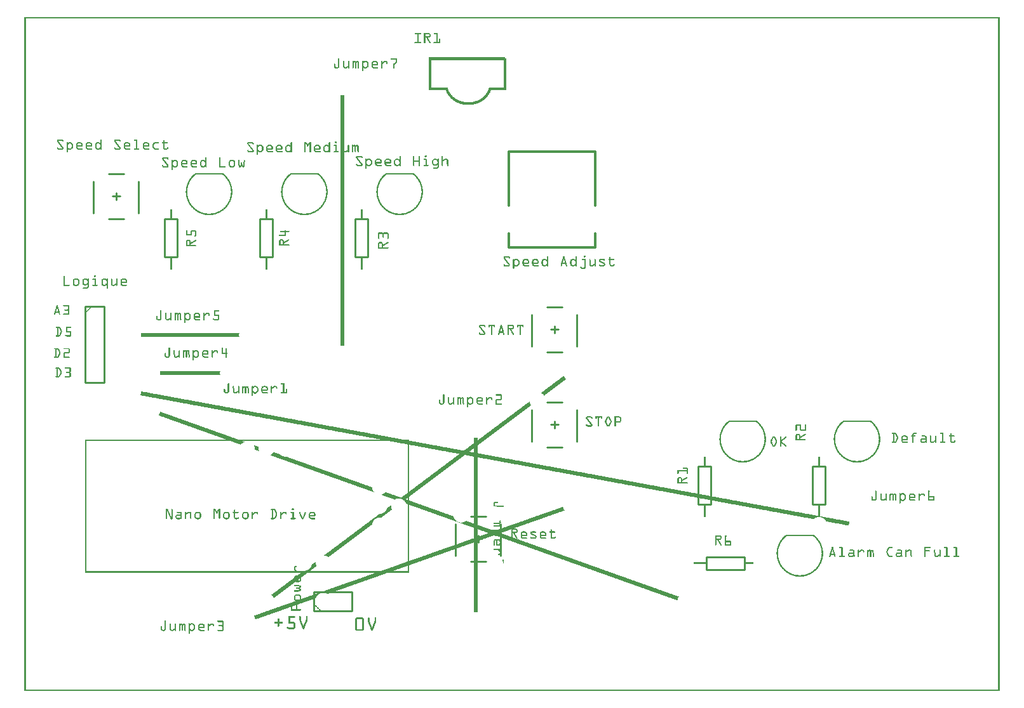
<source format=gto>
G04 MADE WITH FRITZING*
G04 WWW.FRITZING.ORG*
G04 DOUBLE SIDED*
G04 HOLES PLATED*
G04 CONTOUR ON CENTER OF CONTOUR VECTOR*
%ASAXBY*%
%FSLAX23Y23*%
%MOIN*%
%OFA0B0*%
%SFA1.0B1.0*%
%ADD10C,0.010000*%
%ADD11C,0.012500*%
%ADD12C,0.007874*%
%ADD13R,0.001000X0.001000*%
%LNSILK1*%
G90*
G70*
G54D10*
X1519Y423D02*
X1719Y423D01*
D02*
X1719Y423D02*
X1719Y523D01*
D02*
X1719Y523D02*
X1519Y523D01*
D02*
X1519Y523D02*
X1519Y423D01*
D02*
X319Y2023D02*
X319Y1623D01*
D02*
X319Y1623D02*
X419Y1623D01*
D02*
X419Y1623D02*
X419Y2023D01*
D02*
X419Y2023D02*
X319Y2023D01*
D02*
X3579Y706D02*
X3779Y706D01*
D02*
X3779Y706D02*
X3779Y640D01*
D02*
X3779Y640D02*
X3579Y640D01*
D02*
X3579Y640D02*
X3579Y706D01*
D02*
X736Y2282D02*
X736Y2482D01*
D02*
X736Y2482D02*
X802Y2482D01*
D02*
X802Y2482D02*
X802Y2282D01*
D02*
X802Y2282D02*
X736Y2282D01*
D02*
X1236Y2282D02*
X1236Y2482D01*
D02*
X1236Y2482D02*
X1302Y2482D01*
D02*
X1302Y2482D02*
X1302Y2282D01*
D02*
X1302Y2282D02*
X1236Y2282D01*
D02*
X1736Y2282D02*
X1736Y2482D01*
D02*
X1736Y2482D02*
X1802Y2482D01*
D02*
X1802Y2482D02*
X1802Y2282D01*
D02*
X1802Y2282D02*
X1736Y2282D01*
D02*
X4136Y982D02*
X4136Y1182D01*
D02*
X4136Y1182D02*
X4202Y1182D01*
D02*
X4202Y1182D02*
X4202Y982D01*
D02*
X4202Y982D02*
X4136Y982D01*
D02*
X3536Y982D02*
X3536Y1182D01*
D02*
X3536Y1182D02*
X3602Y1182D01*
D02*
X3602Y1182D02*
X3602Y982D01*
D02*
X3602Y982D02*
X3536Y982D01*
D02*
X2420Y683D02*
X2341Y683D01*
D02*
X2499Y879D02*
X2499Y712D01*
D02*
X2263Y879D02*
X2263Y712D01*
D02*
X2420Y919D02*
X2341Y919D01*
D02*
X2401Y801D02*
X2361Y801D01*
D02*
X2381Y781D02*
X2381Y820D01*
D02*
X2820Y1783D02*
X2741Y1783D01*
D02*
X2899Y1979D02*
X2899Y1812D01*
D02*
X2663Y1979D02*
X2663Y1812D01*
D02*
X2820Y2019D02*
X2741Y2019D01*
D02*
X2801Y1901D02*
X2761Y1901D01*
D02*
X2781Y1881D02*
X2781Y1920D01*
D02*
X520Y2483D02*
X441Y2483D01*
D02*
X599Y2679D02*
X599Y2512D01*
D02*
X363Y2679D02*
X363Y2512D01*
D02*
X520Y2719D02*
X441Y2719D01*
D02*
X501Y2601D02*
X461Y2601D01*
D02*
X481Y2581D02*
X481Y2620D01*
D02*
X2820Y1283D02*
X2741Y1283D01*
D02*
X2899Y1479D02*
X2899Y1312D01*
D02*
X2663Y1479D02*
X2663Y1312D01*
D02*
X2820Y1519D02*
X2741Y1519D01*
D02*
X2801Y1401D02*
X2761Y1401D01*
D02*
X2781Y1381D02*
X2781Y1420D01*
G54D11*
X2996Y2404D02*
X2996Y2332D01*
X2543Y2332D01*
X2543Y2404D01*
D02*
X2543Y2552D02*
X2543Y2835D01*
X2996Y2835D01*
X2996Y2552D01*
D02*
G54D12*
X4140Y818D02*
X3998Y818D01*
D02*
X1040Y2718D02*
X898Y2718D01*
D02*
X1540Y2718D02*
X1398Y2718D01*
D02*
X2040Y2718D02*
X1898Y2718D01*
D02*
X4440Y1418D02*
X4298Y1418D01*
D02*
X3840Y1418D02*
X3698Y1418D01*
D02*
G54D13*
X0Y3543D02*
X5117Y3543D01*
X0Y3542D02*
X5117Y3542D01*
X0Y3541D02*
X5117Y3541D01*
X0Y3540D02*
X5117Y3540D01*
X0Y3539D02*
X5117Y3539D01*
X0Y3538D02*
X5117Y3538D01*
X0Y3537D02*
X5117Y3537D01*
X0Y3536D02*
X5117Y3536D01*
X0Y3535D02*
X7Y3535D01*
X5110Y3535D02*
X5117Y3535D01*
X0Y3534D02*
X7Y3534D01*
X5110Y3534D02*
X5117Y3534D01*
X0Y3533D02*
X7Y3533D01*
X5110Y3533D02*
X5117Y3533D01*
X0Y3532D02*
X7Y3532D01*
X5110Y3532D02*
X5117Y3532D01*
X0Y3531D02*
X7Y3531D01*
X5110Y3531D02*
X5117Y3531D01*
X0Y3530D02*
X7Y3530D01*
X5110Y3530D02*
X5117Y3530D01*
X0Y3529D02*
X7Y3529D01*
X5110Y3529D02*
X5117Y3529D01*
X0Y3528D02*
X7Y3528D01*
X5110Y3528D02*
X5117Y3528D01*
X0Y3527D02*
X7Y3527D01*
X5110Y3527D02*
X5117Y3527D01*
X0Y3526D02*
X7Y3526D01*
X5110Y3526D02*
X5117Y3526D01*
X0Y3525D02*
X7Y3525D01*
X5110Y3525D02*
X5117Y3525D01*
X0Y3524D02*
X7Y3524D01*
X5110Y3524D02*
X5117Y3524D01*
X0Y3523D02*
X7Y3523D01*
X5110Y3523D02*
X5117Y3523D01*
X0Y3522D02*
X7Y3522D01*
X5110Y3522D02*
X5117Y3522D01*
X0Y3521D02*
X7Y3521D01*
X5110Y3521D02*
X5117Y3521D01*
X0Y3520D02*
X7Y3520D01*
X5110Y3520D02*
X5117Y3520D01*
X0Y3519D02*
X7Y3519D01*
X5110Y3519D02*
X5117Y3519D01*
X0Y3518D02*
X7Y3518D01*
X5110Y3518D02*
X5117Y3518D01*
X0Y3517D02*
X7Y3517D01*
X5110Y3517D02*
X5117Y3517D01*
X0Y3516D02*
X7Y3516D01*
X5110Y3516D02*
X5117Y3516D01*
X0Y3515D02*
X7Y3515D01*
X5110Y3515D02*
X5117Y3515D01*
X0Y3514D02*
X7Y3514D01*
X5110Y3514D02*
X5117Y3514D01*
X0Y3513D02*
X7Y3513D01*
X5110Y3513D02*
X5117Y3513D01*
X0Y3512D02*
X7Y3512D01*
X5110Y3512D02*
X5117Y3512D01*
X0Y3511D02*
X7Y3511D01*
X5110Y3511D02*
X5117Y3511D01*
X0Y3510D02*
X7Y3510D01*
X5110Y3510D02*
X5117Y3510D01*
X0Y3509D02*
X7Y3509D01*
X5110Y3509D02*
X5117Y3509D01*
X0Y3508D02*
X7Y3508D01*
X5110Y3508D02*
X5117Y3508D01*
X0Y3507D02*
X7Y3507D01*
X5110Y3507D02*
X5117Y3507D01*
X0Y3506D02*
X7Y3506D01*
X5110Y3506D02*
X5117Y3506D01*
X0Y3505D02*
X7Y3505D01*
X5110Y3505D02*
X5117Y3505D01*
X0Y3504D02*
X7Y3504D01*
X5110Y3504D02*
X5117Y3504D01*
X0Y3503D02*
X7Y3503D01*
X5110Y3503D02*
X5117Y3503D01*
X0Y3502D02*
X7Y3502D01*
X5110Y3502D02*
X5117Y3502D01*
X0Y3501D02*
X7Y3501D01*
X5110Y3501D02*
X5117Y3501D01*
X0Y3500D02*
X7Y3500D01*
X5110Y3500D02*
X5117Y3500D01*
X0Y3499D02*
X7Y3499D01*
X5110Y3499D02*
X5117Y3499D01*
X0Y3498D02*
X7Y3498D01*
X5110Y3498D02*
X5117Y3498D01*
X0Y3497D02*
X7Y3497D01*
X5110Y3497D02*
X5117Y3497D01*
X0Y3496D02*
X7Y3496D01*
X5110Y3496D02*
X5117Y3496D01*
X0Y3495D02*
X7Y3495D01*
X5110Y3495D02*
X5117Y3495D01*
X0Y3494D02*
X7Y3494D01*
X5110Y3494D02*
X5117Y3494D01*
X0Y3493D02*
X7Y3493D01*
X5110Y3493D02*
X5117Y3493D01*
X0Y3492D02*
X7Y3492D01*
X5110Y3492D02*
X5117Y3492D01*
X0Y3491D02*
X7Y3491D01*
X5110Y3491D02*
X5117Y3491D01*
X0Y3490D02*
X7Y3490D01*
X5110Y3490D02*
X5117Y3490D01*
X0Y3489D02*
X7Y3489D01*
X5110Y3489D02*
X5117Y3489D01*
X0Y3488D02*
X7Y3488D01*
X5110Y3488D02*
X5117Y3488D01*
X0Y3487D02*
X7Y3487D01*
X5110Y3487D02*
X5117Y3487D01*
X0Y3486D02*
X7Y3486D01*
X5110Y3486D02*
X5117Y3486D01*
X0Y3485D02*
X7Y3485D01*
X5110Y3485D02*
X5117Y3485D01*
X0Y3484D02*
X7Y3484D01*
X5110Y3484D02*
X5117Y3484D01*
X0Y3483D02*
X7Y3483D01*
X5110Y3483D02*
X5117Y3483D01*
X0Y3482D02*
X7Y3482D01*
X5110Y3482D02*
X5117Y3482D01*
X0Y3481D02*
X7Y3481D01*
X5110Y3481D02*
X5117Y3481D01*
X0Y3480D02*
X7Y3480D01*
X5110Y3480D02*
X5117Y3480D01*
X0Y3479D02*
X7Y3479D01*
X5110Y3479D02*
X5117Y3479D01*
X0Y3478D02*
X7Y3478D01*
X5110Y3478D02*
X5117Y3478D01*
X0Y3477D02*
X7Y3477D01*
X5110Y3477D02*
X5117Y3477D01*
X0Y3476D02*
X7Y3476D01*
X5110Y3476D02*
X5117Y3476D01*
X0Y3475D02*
X7Y3475D01*
X5110Y3475D02*
X5117Y3475D01*
X0Y3474D02*
X7Y3474D01*
X5110Y3474D02*
X5117Y3474D01*
X0Y3473D02*
X7Y3473D01*
X5110Y3473D02*
X5117Y3473D01*
X0Y3472D02*
X7Y3472D01*
X5110Y3472D02*
X5117Y3472D01*
X0Y3471D02*
X7Y3471D01*
X5110Y3471D02*
X5117Y3471D01*
X0Y3470D02*
X7Y3470D01*
X5110Y3470D02*
X5117Y3470D01*
X0Y3469D02*
X7Y3469D01*
X5110Y3469D02*
X5117Y3469D01*
X0Y3468D02*
X7Y3468D01*
X5110Y3468D02*
X5117Y3468D01*
X0Y3467D02*
X7Y3467D01*
X5110Y3467D02*
X5117Y3467D01*
X0Y3466D02*
X7Y3466D01*
X5110Y3466D02*
X5117Y3466D01*
X0Y3465D02*
X7Y3465D01*
X5110Y3465D02*
X5117Y3465D01*
X0Y3464D02*
X7Y3464D01*
X5110Y3464D02*
X5117Y3464D01*
X0Y3463D02*
X7Y3463D01*
X5110Y3463D02*
X5117Y3463D01*
X0Y3462D02*
X7Y3462D01*
X5110Y3462D02*
X5117Y3462D01*
X0Y3461D02*
X7Y3461D01*
X5110Y3461D02*
X5117Y3461D01*
X0Y3460D02*
X7Y3460D01*
X5110Y3460D02*
X5117Y3460D01*
X0Y3459D02*
X7Y3459D01*
X5110Y3459D02*
X5117Y3459D01*
X0Y3458D02*
X7Y3458D01*
X2048Y3458D02*
X2080Y3458D01*
X2097Y3458D02*
X2125Y3458D01*
X2148Y3458D02*
X2167Y3458D01*
X5110Y3458D02*
X5117Y3458D01*
X0Y3457D02*
X7Y3457D01*
X2048Y3457D02*
X2080Y3457D01*
X2097Y3457D02*
X2126Y3457D01*
X2148Y3457D02*
X2167Y3457D01*
X5110Y3457D02*
X5117Y3457D01*
X0Y3456D02*
X7Y3456D01*
X2047Y3456D02*
X2081Y3456D01*
X2097Y3456D02*
X2127Y3456D01*
X2147Y3456D02*
X2167Y3456D01*
X5110Y3456D02*
X5117Y3456D01*
X0Y3455D02*
X7Y3455D01*
X2047Y3455D02*
X2081Y3455D01*
X2097Y3455D02*
X2128Y3455D01*
X2147Y3455D02*
X2167Y3455D01*
X5110Y3455D02*
X5117Y3455D01*
X0Y3454D02*
X7Y3454D01*
X2048Y3454D02*
X2080Y3454D01*
X2097Y3454D02*
X2129Y3454D01*
X2148Y3454D02*
X2167Y3454D01*
X5110Y3454D02*
X5117Y3454D01*
X0Y3453D02*
X7Y3453D01*
X2048Y3453D02*
X2080Y3453D01*
X2097Y3453D02*
X2130Y3453D01*
X2148Y3453D02*
X2167Y3453D01*
X5110Y3453D02*
X5117Y3453D01*
X0Y3452D02*
X7Y3452D01*
X2050Y3452D02*
X2078Y3452D01*
X2097Y3452D02*
X2130Y3452D01*
X2150Y3452D02*
X2167Y3452D01*
X5110Y3452D02*
X5117Y3452D01*
X0Y3451D02*
X7Y3451D01*
X2061Y3451D02*
X2067Y3451D01*
X2097Y3451D02*
X2103Y3451D01*
X2123Y3451D02*
X2130Y3451D01*
X2161Y3451D02*
X2167Y3451D01*
X5110Y3451D02*
X5117Y3451D01*
X0Y3450D02*
X7Y3450D01*
X2061Y3450D02*
X2067Y3450D01*
X2097Y3450D02*
X2103Y3450D01*
X2124Y3450D02*
X2131Y3450D01*
X2161Y3450D02*
X2167Y3450D01*
X5110Y3450D02*
X5117Y3450D01*
X0Y3449D02*
X7Y3449D01*
X2061Y3449D02*
X2067Y3449D01*
X2097Y3449D02*
X2103Y3449D01*
X2125Y3449D02*
X2131Y3449D01*
X2161Y3449D02*
X2167Y3449D01*
X5110Y3449D02*
X5117Y3449D01*
X0Y3448D02*
X7Y3448D01*
X2061Y3448D02*
X2067Y3448D01*
X2097Y3448D02*
X2103Y3448D01*
X2125Y3448D02*
X2131Y3448D01*
X2161Y3448D02*
X2167Y3448D01*
X5110Y3448D02*
X5117Y3448D01*
X0Y3447D02*
X7Y3447D01*
X2061Y3447D02*
X2067Y3447D01*
X2097Y3447D02*
X2103Y3447D01*
X2125Y3447D02*
X2131Y3447D01*
X2161Y3447D02*
X2167Y3447D01*
X5110Y3447D02*
X5117Y3447D01*
X0Y3446D02*
X7Y3446D01*
X2061Y3446D02*
X2067Y3446D01*
X2097Y3446D02*
X2103Y3446D01*
X2125Y3446D02*
X2131Y3446D01*
X2161Y3446D02*
X2167Y3446D01*
X5110Y3446D02*
X5117Y3446D01*
X0Y3445D02*
X7Y3445D01*
X2061Y3445D02*
X2067Y3445D01*
X2097Y3445D02*
X2103Y3445D01*
X2125Y3445D02*
X2131Y3445D01*
X2161Y3445D02*
X2167Y3445D01*
X5110Y3445D02*
X5117Y3445D01*
X0Y3444D02*
X7Y3444D01*
X2061Y3444D02*
X2067Y3444D01*
X2097Y3444D02*
X2103Y3444D01*
X2125Y3444D02*
X2131Y3444D01*
X2161Y3444D02*
X2167Y3444D01*
X5110Y3444D02*
X5117Y3444D01*
X0Y3443D02*
X7Y3443D01*
X2061Y3443D02*
X2067Y3443D01*
X2097Y3443D02*
X2103Y3443D01*
X2124Y3443D02*
X2131Y3443D01*
X2161Y3443D02*
X2167Y3443D01*
X5110Y3443D02*
X5117Y3443D01*
X0Y3442D02*
X7Y3442D01*
X2061Y3442D02*
X2067Y3442D01*
X2097Y3442D02*
X2103Y3442D01*
X2123Y3442D02*
X2130Y3442D01*
X2161Y3442D02*
X2167Y3442D01*
X5110Y3442D02*
X5117Y3442D01*
X0Y3441D02*
X7Y3441D01*
X2061Y3441D02*
X2067Y3441D01*
X2097Y3441D02*
X2130Y3441D01*
X2161Y3441D02*
X2167Y3441D01*
X5110Y3441D02*
X5117Y3441D01*
X0Y3440D02*
X7Y3440D01*
X2061Y3440D02*
X2067Y3440D01*
X2097Y3440D02*
X2130Y3440D01*
X2161Y3440D02*
X2167Y3440D01*
X5110Y3440D02*
X5117Y3440D01*
X0Y3439D02*
X7Y3439D01*
X2061Y3439D02*
X2067Y3439D01*
X2097Y3439D02*
X2129Y3439D01*
X2161Y3439D02*
X2167Y3439D01*
X5110Y3439D02*
X5117Y3439D01*
X0Y3438D02*
X7Y3438D01*
X2061Y3438D02*
X2067Y3438D01*
X2097Y3438D02*
X2128Y3438D01*
X2161Y3438D02*
X2167Y3438D01*
X5110Y3438D02*
X5117Y3438D01*
X0Y3437D02*
X7Y3437D01*
X2061Y3437D02*
X2067Y3437D01*
X2097Y3437D02*
X2127Y3437D01*
X2161Y3437D02*
X2167Y3437D01*
X5110Y3437D02*
X5117Y3437D01*
X0Y3436D02*
X7Y3436D01*
X2061Y3436D02*
X2067Y3436D01*
X2097Y3436D02*
X2126Y3436D01*
X2161Y3436D02*
X2167Y3436D01*
X5110Y3436D02*
X5117Y3436D01*
X0Y3435D02*
X7Y3435D01*
X2061Y3435D02*
X2067Y3435D01*
X2097Y3435D02*
X2124Y3435D01*
X2161Y3435D02*
X2167Y3435D01*
X5110Y3435D02*
X5117Y3435D01*
X0Y3434D02*
X7Y3434D01*
X2061Y3434D02*
X2067Y3434D01*
X2097Y3434D02*
X2103Y3434D01*
X2109Y3434D02*
X2117Y3434D01*
X2161Y3434D02*
X2167Y3434D01*
X5110Y3434D02*
X5117Y3434D01*
X0Y3433D02*
X7Y3433D01*
X2061Y3433D02*
X2067Y3433D01*
X2097Y3433D02*
X2103Y3433D01*
X2110Y3433D02*
X2117Y3433D01*
X2161Y3433D02*
X2167Y3433D01*
X5110Y3433D02*
X5117Y3433D01*
X0Y3432D02*
X7Y3432D01*
X2061Y3432D02*
X2067Y3432D01*
X2097Y3432D02*
X2103Y3432D01*
X2110Y3432D02*
X2117Y3432D01*
X2161Y3432D02*
X2167Y3432D01*
X5110Y3432D02*
X5117Y3432D01*
X0Y3431D02*
X7Y3431D01*
X2061Y3431D02*
X2067Y3431D01*
X2097Y3431D02*
X2103Y3431D01*
X2111Y3431D02*
X2118Y3431D01*
X2161Y3431D02*
X2167Y3431D01*
X5110Y3431D02*
X5117Y3431D01*
X0Y3430D02*
X7Y3430D01*
X2061Y3430D02*
X2067Y3430D01*
X2097Y3430D02*
X2103Y3430D01*
X2111Y3430D02*
X2119Y3430D01*
X2161Y3430D02*
X2167Y3430D01*
X5110Y3430D02*
X5117Y3430D01*
X0Y3429D02*
X7Y3429D01*
X2061Y3429D02*
X2067Y3429D01*
X2097Y3429D02*
X2103Y3429D01*
X2112Y3429D02*
X2119Y3429D01*
X2161Y3429D02*
X2167Y3429D01*
X2177Y3429D02*
X2179Y3429D01*
X5110Y3429D02*
X5117Y3429D01*
X0Y3428D02*
X7Y3428D01*
X2061Y3428D02*
X2067Y3428D01*
X2097Y3428D02*
X2103Y3428D01*
X2113Y3428D02*
X2120Y3428D01*
X2161Y3428D02*
X2167Y3428D01*
X2175Y3428D02*
X2180Y3428D01*
X5110Y3428D02*
X5117Y3428D01*
X0Y3427D02*
X7Y3427D01*
X2061Y3427D02*
X2067Y3427D01*
X2097Y3427D02*
X2103Y3427D01*
X2113Y3427D02*
X2120Y3427D01*
X2161Y3427D02*
X2167Y3427D01*
X2175Y3427D02*
X2181Y3427D01*
X5110Y3427D02*
X5117Y3427D01*
X0Y3426D02*
X7Y3426D01*
X2061Y3426D02*
X2067Y3426D01*
X2097Y3426D02*
X2103Y3426D01*
X2114Y3426D02*
X2121Y3426D01*
X2161Y3426D02*
X2167Y3426D01*
X2175Y3426D02*
X2181Y3426D01*
X5110Y3426D02*
X5117Y3426D01*
X0Y3425D02*
X7Y3425D01*
X2061Y3425D02*
X2067Y3425D01*
X2097Y3425D02*
X2103Y3425D01*
X2114Y3425D02*
X2122Y3425D01*
X2161Y3425D02*
X2167Y3425D01*
X2175Y3425D02*
X2181Y3425D01*
X5110Y3425D02*
X5117Y3425D01*
X0Y3424D02*
X7Y3424D01*
X2061Y3424D02*
X2067Y3424D01*
X2097Y3424D02*
X2103Y3424D01*
X2115Y3424D02*
X2122Y3424D01*
X2161Y3424D02*
X2167Y3424D01*
X2175Y3424D02*
X2181Y3424D01*
X5110Y3424D02*
X5117Y3424D01*
X0Y3423D02*
X7Y3423D01*
X2061Y3423D02*
X2067Y3423D01*
X2097Y3423D02*
X2103Y3423D01*
X2116Y3423D02*
X2123Y3423D01*
X2161Y3423D02*
X2167Y3423D01*
X2175Y3423D02*
X2181Y3423D01*
X5110Y3423D02*
X5117Y3423D01*
X0Y3422D02*
X7Y3422D01*
X2061Y3422D02*
X2067Y3422D01*
X2097Y3422D02*
X2103Y3422D01*
X2116Y3422D02*
X2123Y3422D01*
X2161Y3422D02*
X2167Y3422D01*
X2175Y3422D02*
X2181Y3422D01*
X5110Y3422D02*
X5117Y3422D01*
X0Y3421D02*
X7Y3421D01*
X2061Y3421D02*
X2067Y3421D01*
X2097Y3421D02*
X2103Y3421D01*
X2117Y3421D02*
X2124Y3421D01*
X2161Y3421D02*
X2167Y3421D01*
X2175Y3421D02*
X2181Y3421D01*
X5110Y3421D02*
X5117Y3421D01*
X0Y3420D02*
X7Y3420D01*
X2061Y3420D02*
X2067Y3420D01*
X2097Y3420D02*
X2103Y3420D01*
X2117Y3420D02*
X2124Y3420D01*
X2161Y3420D02*
X2167Y3420D01*
X2175Y3420D02*
X2181Y3420D01*
X5110Y3420D02*
X5117Y3420D01*
X0Y3419D02*
X7Y3419D01*
X2061Y3419D02*
X2067Y3419D01*
X2097Y3419D02*
X2103Y3419D01*
X2118Y3419D02*
X2125Y3419D01*
X2161Y3419D02*
X2167Y3419D01*
X2175Y3419D02*
X2181Y3419D01*
X5110Y3419D02*
X5117Y3419D01*
X0Y3418D02*
X7Y3418D01*
X2061Y3418D02*
X2067Y3418D01*
X2097Y3418D02*
X2103Y3418D01*
X2118Y3418D02*
X2126Y3418D01*
X2161Y3418D02*
X2167Y3418D01*
X2175Y3418D02*
X2181Y3418D01*
X5110Y3418D02*
X5117Y3418D01*
X0Y3417D02*
X7Y3417D01*
X2061Y3417D02*
X2067Y3417D01*
X2097Y3417D02*
X2103Y3417D01*
X2119Y3417D02*
X2126Y3417D01*
X2161Y3417D02*
X2167Y3417D01*
X2175Y3417D02*
X2181Y3417D01*
X5110Y3417D02*
X5117Y3417D01*
X0Y3416D02*
X7Y3416D01*
X2061Y3416D02*
X2067Y3416D01*
X2097Y3416D02*
X2103Y3416D01*
X2120Y3416D02*
X2127Y3416D01*
X2161Y3416D02*
X2167Y3416D01*
X2175Y3416D02*
X2181Y3416D01*
X5110Y3416D02*
X5117Y3416D01*
X0Y3415D02*
X7Y3415D01*
X2061Y3415D02*
X2067Y3415D01*
X2097Y3415D02*
X2103Y3415D01*
X2120Y3415D02*
X2127Y3415D01*
X2161Y3415D02*
X2167Y3415D01*
X2175Y3415D02*
X2181Y3415D01*
X5110Y3415D02*
X5117Y3415D01*
X0Y3414D02*
X7Y3414D01*
X2061Y3414D02*
X2067Y3414D01*
X2097Y3414D02*
X2103Y3414D01*
X2121Y3414D02*
X2128Y3414D01*
X2161Y3414D02*
X2167Y3414D01*
X2175Y3414D02*
X2181Y3414D01*
X5110Y3414D02*
X5117Y3414D01*
X0Y3413D02*
X7Y3413D01*
X2061Y3413D02*
X2067Y3413D01*
X2097Y3413D02*
X2103Y3413D01*
X2121Y3413D02*
X2129Y3413D01*
X2161Y3413D02*
X2167Y3413D01*
X2175Y3413D02*
X2181Y3413D01*
X5110Y3413D02*
X5117Y3413D01*
X0Y3412D02*
X7Y3412D01*
X2061Y3412D02*
X2067Y3412D01*
X2097Y3412D02*
X2103Y3412D01*
X2122Y3412D02*
X2129Y3412D01*
X2161Y3412D02*
X2167Y3412D01*
X2175Y3412D02*
X2181Y3412D01*
X5110Y3412D02*
X5117Y3412D01*
X0Y3411D02*
X7Y3411D01*
X2049Y3411D02*
X2079Y3411D01*
X2097Y3411D02*
X2103Y3411D01*
X2123Y3411D02*
X2130Y3411D01*
X2149Y3411D02*
X2181Y3411D01*
X5110Y3411D02*
X5117Y3411D01*
X0Y3410D02*
X7Y3410D01*
X2048Y3410D02*
X2080Y3410D01*
X2097Y3410D02*
X2103Y3410D01*
X2123Y3410D02*
X2130Y3410D01*
X2148Y3410D02*
X2181Y3410D01*
X5110Y3410D02*
X5117Y3410D01*
X0Y3409D02*
X7Y3409D01*
X2047Y3409D02*
X2081Y3409D01*
X2097Y3409D02*
X2103Y3409D01*
X2124Y3409D02*
X2131Y3409D01*
X2147Y3409D02*
X2181Y3409D01*
X5110Y3409D02*
X5117Y3409D01*
X0Y3408D02*
X7Y3408D01*
X2047Y3408D02*
X2081Y3408D01*
X2097Y3408D02*
X2103Y3408D01*
X2124Y3408D02*
X2131Y3408D01*
X2147Y3408D02*
X2181Y3408D01*
X5110Y3408D02*
X5117Y3408D01*
X0Y3407D02*
X7Y3407D01*
X2047Y3407D02*
X2080Y3407D01*
X2097Y3407D02*
X2103Y3407D01*
X2125Y3407D02*
X2130Y3407D01*
X2147Y3407D02*
X2180Y3407D01*
X5110Y3407D02*
X5117Y3407D01*
X0Y3406D02*
X7Y3406D01*
X2048Y3406D02*
X2080Y3406D01*
X2098Y3406D02*
X2102Y3406D01*
X2126Y3406D02*
X2130Y3406D01*
X2148Y3406D02*
X2180Y3406D01*
X5110Y3406D02*
X5117Y3406D01*
X0Y3405D02*
X7Y3405D01*
X2050Y3405D02*
X2078Y3405D01*
X2100Y3405D02*
X2101Y3405D01*
X2127Y3405D02*
X2128Y3405D01*
X2150Y3405D02*
X2178Y3405D01*
X5110Y3405D02*
X5117Y3405D01*
X0Y3404D02*
X7Y3404D01*
X5110Y3404D02*
X5117Y3404D01*
X0Y3403D02*
X7Y3403D01*
X5110Y3403D02*
X5117Y3403D01*
X0Y3402D02*
X7Y3402D01*
X5110Y3402D02*
X5117Y3402D01*
X0Y3401D02*
X7Y3401D01*
X5110Y3401D02*
X5117Y3401D01*
X0Y3400D02*
X7Y3400D01*
X5110Y3400D02*
X5117Y3400D01*
X0Y3399D02*
X7Y3399D01*
X5110Y3399D02*
X5117Y3399D01*
X0Y3398D02*
X7Y3398D01*
X5110Y3398D02*
X5117Y3398D01*
X0Y3397D02*
X7Y3397D01*
X5110Y3397D02*
X5117Y3397D01*
X0Y3396D02*
X7Y3396D01*
X5110Y3396D02*
X5117Y3396D01*
X0Y3395D02*
X7Y3395D01*
X5110Y3395D02*
X5117Y3395D01*
X0Y3394D02*
X7Y3394D01*
X5110Y3394D02*
X5117Y3394D01*
X0Y3393D02*
X7Y3393D01*
X5110Y3393D02*
X5117Y3393D01*
X0Y3392D02*
X7Y3392D01*
X5110Y3392D02*
X5117Y3392D01*
X0Y3391D02*
X7Y3391D01*
X5110Y3391D02*
X5117Y3391D01*
X0Y3390D02*
X7Y3390D01*
X5110Y3390D02*
X5117Y3390D01*
X0Y3389D02*
X7Y3389D01*
X5110Y3389D02*
X5117Y3389D01*
X0Y3388D02*
X7Y3388D01*
X5110Y3388D02*
X5117Y3388D01*
X0Y3387D02*
X7Y3387D01*
X5110Y3387D02*
X5117Y3387D01*
X0Y3386D02*
X7Y3386D01*
X5110Y3386D02*
X5117Y3386D01*
X0Y3385D02*
X7Y3385D01*
X5110Y3385D02*
X5117Y3385D01*
X0Y3384D02*
X7Y3384D01*
X5110Y3384D02*
X5117Y3384D01*
X0Y3383D02*
X7Y3383D01*
X5110Y3383D02*
X5117Y3383D01*
X0Y3382D02*
X7Y3382D01*
X5110Y3382D02*
X5117Y3382D01*
X0Y3381D02*
X7Y3381D01*
X5110Y3381D02*
X5117Y3381D01*
X0Y3380D02*
X7Y3380D01*
X5110Y3380D02*
X5117Y3380D01*
X0Y3379D02*
X7Y3379D01*
X5110Y3379D02*
X5117Y3379D01*
X0Y3378D02*
X7Y3378D01*
X5110Y3378D02*
X5117Y3378D01*
X0Y3377D02*
X7Y3377D01*
X5110Y3377D02*
X5117Y3377D01*
X0Y3376D02*
X7Y3376D01*
X5110Y3376D02*
X5117Y3376D01*
X0Y3375D02*
X7Y3375D01*
X5110Y3375D02*
X5117Y3375D01*
X0Y3374D02*
X7Y3374D01*
X5110Y3374D02*
X5117Y3374D01*
X0Y3373D02*
X7Y3373D01*
X5110Y3373D02*
X5117Y3373D01*
X0Y3372D02*
X7Y3372D01*
X5110Y3372D02*
X5117Y3372D01*
X0Y3371D02*
X7Y3371D01*
X5110Y3371D02*
X5117Y3371D01*
X0Y3370D02*
X7Y3370D01*
X5110Y3370D02*
X5117Y3370D01*
X0Y3369D02*
X7Y3369D01*
X5110Y3369D02*
X5117Y3369D01*
X0Y3368D02*
X7Y3368D01*
X5110Y3368D02*
X5117Y3368D01*
X0Y3367D02*
X7Y3367D01*
X5110Y3367D02*
X5117Y3367D01*
X0Y3366D02*
X7Y3366D01*
X5110Y3366D02*
X5117Y3366D01*
X0Y3365D02*
X7Y3365D01*
X5110Y3365D02*
X5117Y3365D01*
X0Y3364D02*
X7Y3364D01*
X5110Y3364D02*
X5117Y3364D01*
X0Y3363D02*
X7Y3363D01*
X5110Y3363D02*
X5117Y3363D01*
X0Y3362D02*
X7Y3362D01*
X5110Y3362D02*
X5117Y3362D01*
X0Y3361D02*
X7Y3361D01*
X5110Y3361D02*
X5117Y3361D01*
X0Y3360D02*
X7Y3360D01*
X5110Y3360D02*
X5117Y3360D01*
X0Y3359D02*
X7Y3359D01*
X5110Y3359D02*
X5117Y3359D01*
X0Y3358D02*
X7Y3358D01*
X5110Y3358D02*
X5117Y3358D01*
X0Y3357D02*
X7Y3357D01*
X5110Y3357D02*
X5117Y3357D01*
X0Y3356D02*
X7Y3356D01*
X5110Y3356D02*
X5117Y3356D01*
X0Y3355D02*
X7Y3355D01*
X5110Y3355D02*
X5117Y3355D01*
X0Y3354D02*
X7Y3354D01*
X5110Y3354D02*
X5117Y3354D01*
X0Y3353D02*
X7Y3353D01*
X5110Y3353D02*
X5117Y3353D01*
X0Y3352D02*
X7Y3352D01*
X5110Y3352D02*
X5117Y3352D01*
X0Y3351D02*
X7Y3351D01*
X5110Y3351D02*
X5117Y3351D01*
X0Y3350D02*
X7Y3350D01*
X5110Y3350D02*
X5117Y3350D01*
X0Y3349D02*
X7Y3349D01*
X5110Y3349D02*
X5117Y3349D01*
X0Y3348D02*
X7Y3348D01*
X5110Y3348D02*
X5117Y3348D01*
X0Y3347D02*
X7Y3347D01*
X5110Y3347D02*
X5117Y3347D01*
X0Y3346D02*
X7Y3346D01*
X5110Y3346D02*
X5117Y3346D01*
X0Y3345D02*
X7Y3345D01*
X5110Y3345D02*
X5117Y3345D01*
X0Y3344D02*
X7Y3344D01*
X5110Y3344D02*
X5117Y3344D01*
X0Y3343D02*
X7Y3343D01*
X5110Y3343D02*
X5117Y3343D01*
X0Y3342D02*
X7Y3342D01*
X5110Y3342D02*
X5117Y3342D01*
X0Y3341D02*
X7Y3341D01*
X5110Y3341D02*
X5117Y3341D01*
X0Y3340D02*
X7Y3340D01*
X5110Y3340D02*
X5117Y3340D01*
X0Y3339D02*
X7Y3339D01*
X5110Y3339D02*
X5117Y3339D01*
X0Y3338D02*
X7Y3338D01*
X5110Y3338D02*
X5117Y3338D01*
X0Y3337D02*
X7Y3337D01*
X5110Y3337D02*
X5117Y3337D01*
X0Y3336D02*
X7Y3336D01*
X5110Y3336D02*
X5117Y3336D01*
X0Y3335D02*
X7Y3335D01*
X5110Y3335D02*
X5117Y3335D01*
X0Y3334D02*
X7Y3334D01*
X5110Y3334D02*
X5117Y3334D01*
X0Y3333D02*
X7Y3333D01*
X5110Y3333D02*
X5117Y3333D01*
X0Y3332D02*
X7Y3332D01*
X5110Y3332D02*
X5117Y3332D01*
X0Y3331D02*
X7Y3331D01*
X5110Y3331D02*
X5117Y3331D01*
X0Y3330D02*
X7Y3330D01*
X2122Y3330D02*
X2522Y3330D01*
X5110Y3330D02*
X5117Y3330D01*
X0Y3329D02*
X7Y3329D01*
X2122Y3329D02*
X2522Y3329D01*
X5110Y3329D02*
X5117Y3329D01*
X0Y3328D02*
X7Y3328D01*
X2122Y3328D02*
X2522Y3328D01*
X5110Y3328D02*
X5117Y3328D01*
X0Y3327D02*
X7Y3327D01*
X2122Y3327D02*
X2522Y3327D01*
X5110Y3327D02*
X5117Y3327D01*
X0Y3326D02*
X7Y3326D01*
X1647Y3326D02*
X1650Y3326D01*
X1923Y3326D02*
X1955Y3326D01*
X2122Y3326D02*
X2522Y3326D01*
X5110Y3326D02*
X5117Y3326D01*
X0Y3325D02*
X7Y3325D01*
X1646Y3325D02*
X1651Y3325D01*
X1922Y3325D02*
X1955Y3325D01*
X2122Y3325D02*
X2522Y3325D01*
X5110Y3325D02*
X5117Y3325D01*
X0Y3324D02*
X7Y3324D01*
X1646Y3324D02*
X1651Y3324D01*
X1922Y3324D02*
X1955Y3324D01*
X2122Y3324D02*
X2528Y3324D01*
X5110Y3324D02*
X5117Y3324D01*
X0Y3323D02*
X7Y3323D01*
X1646Y3323D02*
X1652Y3323D01*
X1921Y3323D02*
X1955Y3323D01*
X2122Y3323D02*
X2529Y3323D01*
X5110Y3323D02*
X5117Y3323D01*
X0Y3322D02*
X7Y3322D01*
X1646Y3322D02*
X1652Y3322D01*
X1921Y3322D02*
X1955Y3322D01*
X2122Y3322D02*
X2529Y3322D01*
X5110Y3322D02*
X5117Y3322D01*
X0Y3321D02*
X7Y3321D01*
X1646Y3321D02*
X1652Y3321D01*
X1921Y3321D02*
X1955Y3321D01*
X2122Y3321D02*
X2529Y3321D01*
X5110Y3321D02*
X5117Y3321D01*
X0Y3320D02*
X7Y3320D01*
X1646Y3320D02*
X1652Y3320D01*
X1922Y3320D02*
X1955Y3320D01*
X2122Y3320D02*
X2529Y3320D01*
X5110Y3320D02*
X5117Y3320D01*
X0Y3319D02*
X7Y3319D01*
X1646Y3319D02*
X1652Y3319D01*
X1922Y3319D02*
X1927Y3319D01*
X1949Y3319D02*
X1955Y3319D01*
X2122Y3319D02*
X2529Y3319D01*
X5110Y3319D02*
X5117Y3319D01*
X0Y3318D02*
X7Y3318D01*
X1646Y3318D02*
X1652Y3318D01*
X1922Y3318D02*
X1926Y3318D01*
X1949Y3318D02*
X1955Y3318D01*
X2122Y3318D02*
X2529Y3318D01*
X5110Y3318D02*
X5117Y3318D01*
X0Y3317D02*
X7Y3317D01*
X1646Y3317D02*
X1652Y3317D01*
X1924Y3317D02*
X1925Y3317D01*
X1949Y3317D02*
X1955Y3317D01*
X2122Y3317D02*
X2529Y3317D01*
X5110Y3317D02*
X5117Y3317D01*
X0Y3316D02*
X7Y3316D01*
X1646Y3316D02*
X1652Y3316D01*
X1949Y3316D02*
X1955Y3316D01*
X2122Y3316D02*
X2135Y3316D01*
X2516Y3316D02*
X2529Y3316D01*
X5110Y3316D02*
X5117Y3316D01*
X0Y3315D02*
X7Y3315D01*
X1646Y3315D02*
X1652Y3315D01*
X1949Y3315D02*
X1955Y3315D01*
X2122Y3315D02*
X2135Y3315D01*
X2516Y3315D02*
X2529Y3315D01*
X5110Y3315D02*
X5117Y3315D01*
X0Y3314D02*
X7Y3314D01*
X1646Y3314D02*
X1652Y3314D01*
X1949Y3314D02*
X1955Y3314D01*
X2122Y3314D02*
X2135Y3314D01*
X2516Y3314D02*
X2529Y3314D01*
X5110Y3314D02*
X5117Y3314D01*
X0Y3313D02*
X7Y3313D01*
X1646Y3313D02*
X1652Y3313D01*
X1773Y3313D02*
X1776Y3313D01*
X1785Y3313D02*
X1791Y3313D01*
X1949Y3313D02*
X1955Y3313D01*
X2122Y3313D02*
X2135Y3313D01*
X2516Y3313D02*
X2529Y3313D01*
X5110Y3313D02*
X5117Y3313D01*
X0Y3312D02*
X7Y3312D01*
X1646Y3312D02*
X1652Y3312D01*
X1733Y3312D02*
X1733Y3312D01*
X1772Y3312D02*
X1777Y3312D01*
X1783Y3312D02*
X1794Y3312D01*
X1834Y3312D02*
X1843Y3312D01*
X1888Y3312D02*
X1895Y3312D01*
X1949Y3312D02*
X1955Y3312D01*
X2122Y3312D02*
X2135Y3312D01*
X2516Y3312D02*
X2529Y3312D01*
X5110Y3312D02*
X5117Y3312D01*
X0Y3311D02*
X7Y3311D01*
X1646Y3311D02*
X1652Y3311D01*
X1673Y3311D02*
X1676Y3311D01*
X1700Y3311D02*
X1704Y3311D01*
X1722Y3311D02*
X1726Y3311D01*
X1730Y3311D02*
X1737Y3311D01*
X1744Y3311D02*
X1750Y3311D01*
X1772Y3311D02*
X1777Y3311D01*
X1781Y3311D02*
X1795Y3311D01*
X1830Y3311D02*
X1847Y3311D01*
X1873Y3311D02*
X1876Y3311D01*
X1886Y3311D02*
X1899Y3311D01*
X1949Y3311D02*
X1955Y3311D01*
X2122Y3311D02*
X2135Y3311D01*
X2516Y3311D02*
X2529Y3311D01*
X5110Y3311D02*
X5117Y3311D01*
X0Y3310D02*
X7Y3310D01*
X1646Y3310D02*
X1652Y3310D01*
X1672Y3310D02*
X1677Y3310D01*
X1699Y3310D02*
X1705Y3310D01*
X1721Y3310D02*
X1738Y3310D01*
X1742Y3310D02*
X1751Y3310D01*
X1771Y3310D02*
X1777Y3310D01*
X1780Y3310D02*
X1797Y3310D01*
X1828Y3310D02*
X1848Y3310D01*
X1872Y3310D02*
X1877Y3310D01*
X1885Y3310D02*
X1901Y3310D01*
X1949Y3310D02*
X1955Y3310D01*
X2122Y3310D02*
X2135Y3310D01*
X2516Y3310D02*
X2529Y3310D01*
X5110Y3310D02*
X5117Y3310D01*
X0Y3309D02*
X7Y3309D01*
X1646Y3309D02*
X1652Y3309D01*
X1672Y3309D02*
X1677Y3309D01*
X1699Y3309D02*
X1705Y3309D01*
X1721Y3309D02*
X1739Y3309D01*
X1741Y3309D02*
X1752Y3309D01*
X1771Y3309D02*
X1777Y3309D01*
X1779Y3309D02*
X1798Y3309D01*
X1827Y3309D02*
X1849Y3309D01*
X1872Y3309D02*
X1877Y3309D01*
X1884Y3309D02*
X1902Y3309D01*
X1949Y3309D02*
X1955Y3309D01*
X2122Y3309D02*
X2135Y3309D01*
X2516Y3309D02*
X2529Y3309D01*
X5110Y3309D02*
X5117Y3309D01*
X0Y3308D02*
X7Y3308D01*
X1646Y3308D02*
X1652Y3308D01*
X1671Y3308D02*
X1677Y3308D01*
X1699Y3308D02*
X1705Y3308D01*
X1721Y3308D02*
X1753Y3308D01*
X1771Y3308D02*
X1799Y3308D01*
X1826Y3308D02*
X1851Y3308D01*
X1871Y3308D02*
X1877Y3308D01*
X1883Y3308D02*
X1903Y3308D01*
X1949Y3308D02*
X1955Y3308D01*
X2122Y3308D02*
X2135Y3308D01*
X2516Y3308D02*
X2529Y3308D01*
X5110Y3308D02*
X5117Y3308D01*
X0Y3307D02*
X7Y3307D01*
X1646Y3307D02*
X1652Y3307D01*
X1671Y3307D02*
X1677Y3307D01*
X1699Y3307D02*
X1705Y3307D01*
X1721Y3307D02*
X1754Y3307D01*
X1771Y3307D02*
X1800Y3307D01*
X1825Y3307D02*
X1852Y3307D01*
X1871Y3307D02*
X1877Y3307D01*
X1881Y3307D02*
X1903Y3307D01*
X1949Y3307D02*
X1955Y3307D01*
X2122Y3307D02*
X2135Y3307D01*
X2516Y3307D02*
X2529Y3307D01*
X5110Y3307D02*
X5117Y3307D01*
X0Y3306D02*
X7Y3306D01*
X1646Y3306D02*
X1652Y3306D01*
X1672Y3306D02*
X1677Y3306D01*
X1699Y3306D02*
X1705Y3306D01*
X1721Y3306D02*
X1754Y3306D01*
X1771Y3306D02*
X1785Y3306D01*
X1791Y3306D02*
X1801Y3306D01*
X1824Y3306D02*
X1853Y3306D01*
X1871Y3306D02*
X1877Y3306D01*
X1880Y3306D02*
X1904Y3306D01*
X1948Y3306D02*
X1955Y3306D01*
X2122Y3306D02*
X2135Y3306D01*
X2516Y3306D02*
X2529Y3306D01*
X5110Y3306D02*
X5117Y3306D01*
X0Y3305D02*
X7Y3305D01*
X1646Y3305D02*
X1652Y3305D01*
X1672Y3305D02*
X1678Y3305D01*
X1699Y3305D02*
X1705Y3305D01*
X1721Y3305D02*
X1754Y3305D01*
X1771Y3305D02*
X1784Y3305D01*
X1793Y3305D02*
X1802Y3305D01*
X1823Y3305D02*
X1833Y3305D01*
X1843Y3305D02*
X1853Y3305D01*
X1871Y3305D02*
X1889Y3305D01*
X1895Y3305D02*
X1904Y3305D01*
X1946Y3305D02*
X1955Y3305D01*
X2122Y3305D02*
X2135Y3305D01*
X2516Y3305D02*
X2529Y3305D01*
X5110Y3305D02*
X5117Y3305D01*
X0Y3304D02*
X7Y3304D01*
X1646Y3304D02*
X1652Y3304D01*
X1672Y3304D02*
X1678Y3304D01*
X1699Y3304D02*
X1705Y3304D01*
X1721Y3304D02*
X1731Y3304D01*
X1735Y3304D02*
X1745Y3304D01*
X1748Y3304D02*
X1754Y3304D01*
X1771Y3304D02*
X1783Y3304D01*
X1794Y3304D02*
X1803Y3304D01*
X1823Y3304D02*
X1831Y3304D01*
X1846Y3304D02*
X1854Y3304D01*
X1871Y3304D02*
X1888Y3304D01*
X1898Y3304D02*
X1905Y3304D01*
X1945Y3304D02*
X1955Y3304D01*
X2122Y3304D02*
X2135Y3304D01*
X2516Y3304D02*
X2529Y3304D01*
X5110Y3304D02*
X5117Y3304D01*
X0Y3303D02*
X7Y3303D01*
X1646Y3303D02*
X1652Y3303D01*
X1672Y3303D02*
X1678Y3303D01*
X1699Y3303D02*
X1705Y3303D01*
X1721Y3303D02*
X1730Y3303D01*
X1735Y3303D02*
X1744Y3303D01*
X1749Y3303D02*
X1755Y3303D01*
X1771Y3303D02*
X1782Y3303D01*
X1795Y3303D02*
X1804Y3303D01*
X1822Y3303D02*
X1830Y3303D01*
X1847Y3303D02*
X1854Y3303D01*
X1871Y3303D02*
X1887Y3303D01*
X1899Y3303D02*
X1905Y3303D01*
X1944Y3303D02*
X1954Y3303D01*
X2122Y3303D02*
X2135Y3303D01*
X2516Y3303D02*
X2529Y3303D01*
X5110Y3303D02*
X5117Y3303D01*
X0Y3302D02*
X7Y3302D01*
X1646Y3302D02*
X1652Y3302D01*
X1672Y3302D02*
X1678Y3302D01*
X1699Y3302D02*
X1705Y3302D01*
X1721Y3302D02*
X1729Y3302D01*
X1735Y3302D02*
X1742Y3302D01*
X1749Y3302D02*
X1755Y3302D01*
X1771Y3302D02*
X1781Y3302D01*
X1796Y3302D02*
X1804Y3302D01*
X1822Y3302D02*
X1829Y3302D01*
X1848Y3302D02*
X1855Y3302D01*
X1871Y3302D02*
X1885Y3302D01*
X1899Y3302D02*
X1905Y3302D01*
X1943Y3302D02*
X1953Y3302D01*
X2122Y3302D02*
X2135Y3302D01*
X2516Y3302D02*
X2529Y3302D01*
X5110Y3302D02*
X5117Y3302D01*
X0Y3301D02*
X7Y3301D01*
X1646Y3301D02*
X1652Y3301D01*
X1672Y3301D02*
X1678Y3301D01*
X1699Y3301D02*
X1705Y3301D01*
X1721Y3301D02*
X1727Y3301D01*
X1735Y3301D02*
X1741Y3301D01*
X1749Y3301D02*
X1755Y3301D01*
X1771Y3301D02*
X1780Y3301D01*
X1797Y3301D02*
X1805Y3301D01*
X1822Y3301D02*
X1828Y3301D01*
X1849Y3301D02*
X1855Y3301D01*
X1871Y3301D02*
X1884Y3301D01*
X1899Y3301D02*
X1905Y3301D01*
X1942Y3301D02*
X1952Y3301D01*
X2122Y3301D02*
X2135Y3301D01*
X2516Y3301D02*
X2529Y3301D01*
X5110Y3301D02*
X5117Y3301D01*
X0Y3300D02*
X7Y3300D01*
X1646Y3300D02*
X1652Y3300D01*
X1672Y3300D02*
X1678Y3300D01*
X1699Y3300D02*
X1705Y3300D01*
X1721Y3300D02*
X1727Y3300D01*
X1735Y3300D02*
X1741Y3300D01*
X1749Y3300D02*
X1755Y3300D01*
X1771Y3300D02*
X1779Y3300D01*
X1798Y3300D02*
X1805Y3300D01*
X1822Y3300D02*
X1828Y3300D01*
X1849Y3300D02*
X1855Y3300D01*
X1871Y3300D02*
X1883Y3300D01*
X1899Y3300D02*
X1905Y3300D01*
X1941Y3300D02*
X1950Y3300D01*
X2122Y3300D02*
X2135Y3300D01*
X2516Y3300D02*
X2529Y3300D01*
X5110Y3300D02*
X5117Y3300D01*
X0Y3299D02*
X7Y3299D01*
X1646Y3299D02*
X1652Y3299D01*
X1672Y3299D02*
X1678Y3299D01*
X1699Y3299D02*
X1705Y3299D01*
X1721Y3299D02*
X1727Y3299D01*
X1735Y3299D02*
X1741Y3299D01*
X1749Y3299D02*
X1755Y3299D01*
X1771Y3299D02*
X1778Y3299D01*
X1799Y3299D02*
X1805Y3299D01*
X1821Y3299D02*
X1827Y3299D01*
X1849Y3299D02*
X1855Y3299D01*
X1871Y3299D02*
X1882Y3299D01*
X1899Y3299D02*
X1905Y3299D01*
X1939Y3299D02*
X1949Y3299D01*
X2122Y3299D02*
X2135Y3299D01*
X2516Y3299D02*
X2529Y3299D01*
X5110Y3299D02*
X5117Y3299D01*
X0Y3298D02*
X7Y3298D01*
X1646Y3298D02*
X1652Y3298D01*
X1672Y3298D02*
X1678Y3298D01*
X1699Y3298D02*
X1705Y3298D01*
X1721Y3298D02*
X1727Y3298D01*
X1735Y3298D02*
X1741Y3298D01*
X1749Y3298D02*
X1755Y3298D01*
X1771Y3298D02*
X1778Y3298D01*
X1799Y3298D02*
X1805Y3298D01*
X1821Y3298D02*
X1827Y3298D01*
X1849Y3298D02*
X1855Y3298D01*
X1871Y3298D02*
X1881Y3298D01*
X1899Y3298D02*
X1905Y3298D01*
X1938Y3298D02*
X1948Y3298D01*
X2122Y3298D02*
X2135Y3298D01*
X2516Y3298D02*
X2529Y3298D01*
X5110Y3298D02*
X5117Y3298D01*
X0Y3297D02*
X7Y3297D01*
X1627Y3297D02*
X1629Y3297D01*
X1646Y3297D02*
X1652Y3297D01*
X1672Y3297D02*
X1678Y3297D01*
X1699Y3297D02*
X1705Y3297D01*
X1721Y3297D02*
X1727Y3297D01*
X1735Y3297D02*
X1741Y3297D01*
X1749Y3297D02*
X1755Y3297D01*
X1771Y3297D02*
X1778Y3297D01*
X1799Y3297D02*
X1805Y3297D01*
X1821Y3297D02*
X1827Y3297D01*
X1849Y3297D02*
X1855Y3297D01*
X1871Y3297D02*
X1880Y3297D01*
X1900Y3297D02*
X1904Y3297D01*
X1937Y3297D02*
X1947Y3297D01*
X2122Y3297D02*
X2135Y3297D01*
X2516Y3297D02*
X2529Y3297D01*
X5110Y3297D02*
X5117Y3297D01*
X0Y3296D02*
X7Y3296D01*
X1626Y3296D02*
X1630Y3296D01*
X1646Y3296D02*
X1652Y3296D01*
X1672Y3296D02*
X1678Y3296D01*
X1699Y3296D02*
X1705Y3296D01*
X1721Y3296D02*
X1727Y3296D01*
X1735Y3296D02*
X1741Y3296D01*
X1749Y3296D02*
X1755Y3296D01*
X1771Y3296D02*
X1777Y3296D01*
X1799Y3296D02*
X1805Y3296D01*
X1821Y3296D02*
X1827Y3296D01*
X1849Y3296D02*
X1855Y3296D01*
X1871Y3296D02*
X1879Y3296D01*
X1936Y3296D02*
X1946Y3296D01*
X2122Y3296D02*
X2135Y3296D01*
X2516Y3296D02*
X2529Y3296D01*
X5110Y3296D02*
X5117Y3296D01*
X0Y3295D02*
X7Y3295D01*
X1625Y3295D02*
X1631Y3295D01*
X1646Y3295D02*
X1652Y3295D01*
X1672Y3295D02*
X1678Y3295D01*
X1699Y3295D02*
X1705Y3295D01*
X1721Y3295D02*
X1727Y3295D01*
X1735Y3295D02*
X1741Y3295D01*
X1749Y3295D02*
X1755Y3295D01*
X1771Y3295D02*
X1777Y3295D01*
X1799Y3295D02*
X1805Y3295D01*
X1821Y3295D02*
X1827Y3295D01*
X1849Y3295D02*
X1855Y3295D01*
X1871Y3295D02*
X1878Y3295D01*
X1935Y3295D02*
X1945Y3295D01*
X2122Y3295D02*
X2135Y3295D01*
X2516Y3295D02*
X2529Y3295D01*
X5110Y3295D02*
X5117Y3295D01*
X0Y3294D02*
X7Y3294D01*
X1625Y3294D02*
X1631Y3294D01*
X1646Y3294D02*
X1652Y3294D01*
X1672Y3294D02*
X1678Y3294D01*
X1699Y3294D02*
X1705Y3294D01*
X1721Y3294D02*
X1727Y3294D01*
X1735Y3294D02*
X1741Y3294D01*
X1749Y3294D02*
X1755Y3294D01*
X1771Y3294D02*
X1777Y3294D01*
X1799Y3294D02*
X1805Y3294D01*
X1821Y3294D02*
X1855Y3294D01*
X1871Y3294D02*
X1877Y3294D01*
X1935Y3294D02*
X1943Y3294D01*
X2122Y3294D02*
X2135Y3294D01*
X2516Y3294D02*
X2529Y3294D01*
X5110Y3294D02*
X5117Y3294D01*
X0Y3293D02*
X7Y3293D01*
X1625Y3293D02*
X1631Y3293D01*
X1646Y3293D02*
X1652Y3293D01*
X1672Y3293D02*
X1678Y3293D01*
X1699Y3293D02*
X1705Y3293D01*
X1721Y3293D02*
X1727Y3293D01*
X1735Y3293D02*
X1741Y3293D01*
X1749Y3293D02*
X1755Y3293D01*
X1771Y3293D02*
X1777Y3293D01*
X1799Y3293D02*
X1805Y3293D01*
X1821Y3293D02*
X1855Y3293D01*
X1871Y3293D02*
X1877Y3293D01*
X1935Y3293D02*
X1942Y3293D01*
X2122Y3293D02*
X2135Y3293D01*
X2516Y3293D02*
X2529Y3293D01*
X5110Y3293D02*
X5117Y3293D01*
X0Y3292D02*
X7Y3292D01*
X1625Y3292D02*
X1631Y3292D01*
X1646Y3292D02*
X1652Y3292D01*
X1672Y3292D02*
X1678Y3292D01*
X1699Y3292D02*
X1705Y3292D01*
X1721Y3292D02*
X1727Y3292D01*
X1735Y3292D02*
X1741Y3292D01*
X1749Y3292D02*
X1755Y3292D01*
X1771Y3292D02*
X1777Y3292D01*
X1799Y3292D02*
X1805Y3292D01*
X1821Y3292D02*
X1855Y3292D01*
X1871Y3292D02*
X1877Y3292D01*
X1935Y3292D02*
X1941Y3292D01*
X2122Y3292D02*
X2135Y3292D01*
X2516Y3292D02*
X2529Y3292D01*
X5110Y3292D02*
X5117Y3292D01*
X0Y3291D02*
X7Y3291D01*
X1625Y3291D02*
X1631Y3291D01*
X1646Y3291D02*
X1652Y3291D01*
X1672Y3291D02*
X1678Y3291D01*
X1699Y3291D02*
X1705Y3291D01*
X1721Y3291D02*
X1727Y3291D01*
X1735Y3291D02*
X1741Y3291D01*
X1749Y3291D02*
X1755Y3291D01*
X1771Y3291D02*
X1777Y3291D01*
X1799Y3291D02*
X1805Y3291D01*
X1821Y3291D02*
X1855Y3291D01*
X1871Y3291D02*
X1877Y3291D01*
X1935Y3291D02*
X1941Y3291D01*
X2122Y3291D02*
X2135Y3291D01*
X2516Y3291D02*
X2529Y3291D01*
X5110Y3291D02*
X5117Y3291D01*
X0Y3290D02*
X7Y3290D01*
X1625Y3290D02*
X1631Y3290D01*
X1646Y3290D02*
X1652Y3290D01*
X1672Y3290D02*
X1678Y3290D01*
X1699Y3290D02*
X1705Y3290D01*
X1721Y3290D02*
X1727Y3290D01*
X1735Y3290D02*
X1741Y3290D01*
X1749Y3290D02*
X1755Y3290D01*
X1771Y3290D02*
X1777Y3290D01*
X1799Y3290D02*
X1805Y3290D01*
X1821Y3290D02*
X1855Y3290D01*
X1871Y3290D02*
X1877Y3290D01*
X1935Y3290D02*
X1941Y3290D01*
X2122Y3290D02*
X2135Y3290D01*
X2516Y3290D02*
X2529Y3290D01*
X5110Y3290D02*
X5117Y3290D01*
X0Y3289D02*
X7Y3289D01*
X1625Y3289D02*
X1631Y3289D01*
X1646Y3289D02*
X1652Y3289D01*
X1672Y3289D02*
X1678Y3289D01*
X1699Y3289D02*
X1705Y3289D01*
X1721Y3289D02*
X1727Y3289D01*
X1735Y3289D02*
X1741Y3289D01*
X1749Y3289D02*
X1755Y3289D01*
X1771Y3289D02*
X1777Y3289D01*
X1799Y3289D02*
X1805Y3289D01*
X1821Y3289D02*
X1854Y3289D01*
X1871Y3289D02*
X1877Y3289D01*
X1935Y3289D02*
X1941Y3289D01*
X2122Y3289D02*
X2135Y3289D01*
X2516Y3289D02*
X2529Y3289D01*
X5110Y3289D02*
X5117Y3289D01*
X0Y3288D02*
X7Y3288D01*
X1625Y3288D02*
X1631Y3288D01*
X1646Y3288D02*
X1652Y3288D01*
X1672Y3288D02*
X1678Y3288D01*
X1699Y3288D02*
X1705Y3288D01*
X1721Y3288D02*
X1727Y3288D01*
X1735Y3288D02*
X1741Y3288D01*
X1749Y3288D02*
X1755Y3288D01*
X1771Y3288D02*
X1777Y3288D01*
X1799Y3288D02*
X1805Y3288D01*
X1821Y3288D02*
X1853Y3288D01*
X1871Y3288D02*
X1877Y3288D01*
X1935Y3288D02*
X1941Y3288D01*
X2122Y3288D02*
X2135Y3288D01*
X2516Y3288D02*
X2529Y3288D01*
X5110Y3288D02*
X5117Y3288D01*
X0Y3287D02*
X7Y3287D01*
X1625Y3287D02*
X1631Y3287D01*
X1646Y3287D02*
X1652Y3287D01*
X1672Y3287D02*
X1678Y3287D01*
X1699Y3287D02*
X1705Y3287D01*
X1721Y3287D02*
X1727Y3287D01*
X1735Y3287D02*
X1741Y3287D01*
X1749Y3287D02*
X1755Y3287D01*
X1771Y3287D02*
X1778Y3287D01*
X1799Y3287D02*
X1805Y3287D01*
X1821Y3287D02*
X1828Y3287D01*
X1871Y3287D02*
X1877Y3287D01*
X1935Y3287D02*
X1941Y3287D01*
X2122Y3287D02*
X2135Y3287D01*
X2516Y3287D02*
X2529Y3287D01*
X5110Y3287D02*
X5117Y3287D01*
X0Y3286D02*
X7Y3286D01*
X1625Y3286D02*
X1631Y3286D01*
X1646Y3286D02*
X1652Y3286D01*
X1672Y3286D02*
X1678Y3286D01*
X1698Y3286D02*
X1705Y3286D01*
X1721Y3286D02*
X1727Y3286D01*
X1735Y3286D02*
X1741Y3286D01*
X1749Y3286D02*
X1755Y3286D01*
X1771Y3286D02*
X1778Y3286D01*
X1799Y3286D02*
X1805Y3286D01*
X1821Y3286D02*
X1827Y3286D01*
X1871Y3286D02*
X1877Y3286D01*
X1935Y3286D02*
X1941Y3286D01*
X2122Y3286D02*
X2135Y3286D01*
X2516Y3286D02*
X2529Y3286D01*
X5110Y3286D02*
X5117Y3286D01*
X0Y3285D02*
X7Y3285D01*
X1625Y3285D02*
X1631Y3285D01*
X1646Y3285D02*
X1652Y3285D01*
X1672Y3285D02*
X1678Y3285D01*
X1696Y3285D02*
X1705Y3285D01*
X1721Y3285D02*
X1727Y3285D01*
X1735Y3285D02*
X1741Y3285D01*
X1749Y3285D02*
X1755Y3285D01*
X1771Y3285D02*
X1779Y3285D01*
X1799Y3285D02*
X1805Y3285D01*
X1821Y3285D02*
X1828Y3285D01*
X1871Y3285D02*
X1877Y3285D01*
X1935Y3285D02*
X1941Y3285D01*
X2122Y3285D02*
X2135Y3285D01*
X2516Y3285D02*
X2529Y3285D01*
X5110Y3285D02*
X5117Y3285D01*
X0Y3284D02*
X7Y3284D01*
X1625Y3284D02*
X1631Y3284D01*
X1646Y3284D02*
X1652Y3284D01*
X1672Y3284D02*
X1678Y3284D01*
X1695Y3284D02*
X1705Y3284D01*
X1721Y3284D02*
X1727Y3284D01*
X1735Y3284D02*
X1741Y3284D01*
X1749Y3284D02*
X1755Y3284D01*
X1771Y3284D02*
X1780Y3284D01*
X1798Y3284D02*
X1805Y3284D01*
X1822Y3284D02*
X1828Y3284D01*
X1871Y3284D02*
X1877Y3284D01*
X1935Y3284D02*
X1941Y3284D01*
X2122Y3284D02*
X2135Y3284D01*
X2516Y3284D02*
X2529Y3284D01*
X5110Y3284D02*
X5117Y3284D01*
X0Y3283D02*
X7Y3283D01*
X1625Y3283D02*
X1631Y3283D01*
X1646Y3283D02*
X1652Y3283D01*
X1672Y3283D02*
X1678Y3283D01*
X1693Y3283D02*
X1705Y3283D01*
X1721Y3283D02*
X1727Y3283D01*
X1735Y3283D02*
X1741Y3283D01*
X1749Y3283D02*
X1755Y3283D01*
X1771Y3283D02*
X1781Y3283D01*
X1797Y3283D02*
X1804Y3283D01*
X1822Y3283D02*
X1828Y3283D01*
X1871Y3283D02*
X1877Y3283D01*
X1935Y3283D02*
X1941Y3283D01*
X2122Y3283D02*
X2135Y3283D01*
X2516Y3283D02*
X2529Y3283D01*
X5110Y3283D02*
X5117Y3283D01*
X0Y3282D02*
X7Y3282D01*
X1625Y3282D02*
X1631Y3282D01*
X1645Y3282D02*
X1651Y3282D01*
X1672Y3282D02*
X1679Y3282D01*
X1691Y3282D02*
X1705Y3282D01*
X1721Y3282D02*
X1727Y3282D01*
X1735Y3282D02*
X1741Y3282D01*
X1749Y3282D02*
X1755Y3282D01*
X1771Y3282D02*
X1782Y3282D01*
X1795Y3282D02*
X1804Y3282D01*
X1822Y3282D02*
X1829Y3282D01*
X1871Y3282D02*
X1877Y3282D01*
X1935Y3282D02*
X1941Y3282D01*
X2122Y3282D02*
X2135Y3282D01*
X2516Y3282D02*
X2529Y3282D01*
X5110Y3282D02*
X5117Y3282D01*
X0Y3281D02*
X7Y3281D01*
X1625Y3281D02*
X1632Y3281D01*
X1645Y3281D02*
X1651Y3281D01*
X1672Y3281D02*
X1679Y3281D01*
X1690Y3281D02*
X1705Y3281D01*
X1721Y3281D02*
X1727Y3281D01*
X1735Y3281D02*
X1741Y3281D01*
X1749Y3281D02*
X1755Y3281D01*
X1771Y3281D02*
X1783Y3281D01*
X1794Y3281D02*
X1803Y3281D01*
X1822Y3281D02*
X1830Y3281D01*
X1871Y3281D02*
X1877Y3281D01*
X1935Y3281D02*
X1941Y3281D01*
X2122Y3281D02*
X2135Y3281D01*
X2516Y3281D02*
X2529Y3281D01*
X5110Y3281D02*
X5117Y3281D01*
X0Y3280D02*
X7Y3280D01*
X1625Y3280D02*
X1633Y3280D01*
X1644Y3280D02*
X1651Y3280D01*
X1673Y3280D02*
X1680Y3280D01*
X1688Y3280D02*
X1705Y3280D01*
X1721Y3280D02*
X1727Y3280D01*
X1735Y3280D02*
X1741Y3280D01*
X1749Y3280D02*
X1755Y3280D01*
X1771Y3280D02*
X1784Y3280D01*
X1793Y3280D02*
X1803Y3280D01*
X1823Y3280D02*
X1832Y3280D01*
X1871Y3280D02*
X1877Y3280D01*
X1935Y3280D02*
X1941Y3280D01*
X2122Y3280D02*
X2135Y3280D01*
X2516Y3280D02*
X2529Y3280D01*
X5110Y3280D02*
X5117Y3280D01*
X0Y3279D02*
X7Y3279D01*
X1626Y3279D02*
X1651Y3279D01*
X1673Y3279D02*
X1705Y3279D01*
X1721Y3279D02*
X1727Y3279D01*
X1735Y3279D02*
X1741Y3279D01*
X1749Y3279D02*
X1755Y3279D01*
X1771Y3279D02*
X1785Y3279D01*
X1792Y3279D02*
X1802Y3279D01*
X1823Y3279D02*
X1853Y3279D01*
X1871Y3279D02*
X1877Y3279D01*
X1935Y3279D02*
X1941Y3279D01*
X2122Y3279D02*
X2135Y3279D01*
X2516Y3279D02*
X2529Y3279D01*
X5110Y3279D02*
X5117Y3279D01*
X0Y3278D02*
X7Y3278D01*
X1626Y3278D02*
X1650Y3278D01*
X1674Y3278D02*
X1697Y3278D01*
X1699Y3278D02*
X1705Y3278D01*
X1721Y3278D02*
X1727Y3278D01*
X1735Y3278D02*
X1741Y3278D01*
X1749Y3278D02*
X1755Y3278D01*
X1771Y3278D02*
X1800Y3278D01*
X1824Y3278D02*
X1854Y3278D01*
X1871Y3278D02*
X1877Y3278D01*
X1935Y3278D02*
X1941Y3278D01*
X2122Y3278D02*
X2135Y3278D01*
X2516Y3278D02*
X2529Y3278D01*
X5110Y3278D02*
X5117Y3278D01*
X0Y3277D02*
X7Y3277D01*
X1627Y3277D02*
X1650Y3277D01*
X1674Y3277D02*
X1696Y3277D01*
X1699Y3277D02*
X1705Y3277D01*
X1721Y3277D02*
X1727Y3277D01*
X1735Y3277D02*
X1741Y3277D01*
X1749Y3277D02*
X1755Y3277D01*
X1771Y3277D02*
X1799Y3277D01*
X1825Y3277D02*
X1855Y3277D01*
X1871Y3277D02*
X1877Y3277D01*
X1935Y3277D02*
X1941Y3277D01*
X2122Y3277D02*
X2135Y3277D01*
X2516Y3277D02*
X2529Y3277D01*
X5110Y3277D02*
X5117Y3277D01*
X0Y3276D02*
X7Y3276D01*
X1628Y3276D02*
X1649Y3276D01*
X1675Y3276D02*
X1694Y3276D01*
X1699Y3276D02*
X1705Y3276D01*
X1721Y3276D02*
X1727Y3276D01*
X1735Y3276D02*
X1741Y3276D01*
X1750Y3276D02*
X1755Y3276D01*
X1771Y3276D02*
X1798Y3276D01*
X1826Y3276D02*
X1855Y3276D01*
X1871Y3276D02*
X1877Y3276D01*
X1935Y3276D02*
X1941Y3276D01*
X2122Y3276D02*
X2135Y3276D01*
X2516Y3276D02*
X2529Y3276D01*
X5110Y3276D02*
X5117Y3276D01*
X0Y3275D02*
X7Y3275D01*
X1629Y3275D02*
X1648Y3275D01*
X1676Y3275D02*
X1692Y3275D01*
X1699Y3275D02*
X1705Y3275D01*
X1721Y3275D02*
X1727Y3275D01*
X1735Y3275D02*
X1741Y3275D01*
X1750Y3275D02*
X1755Y3275D01*
X1771Y3275D02*
X1777Y3275D01*
X1780Y3275D02*
X1797Y3275D01*
X1828Y3275D02*
X1855Y3275D01*
X1872Y3275D02*
X1877Y3275D01*
X1935Y3275D02*
X1941Y3275D01*
X2122Y3275D02*
X2135Y3275D01*
X2516Y3275D02*
X2529Y3275D01*
X5110Y3275D02*
X5117Y3275D01*
X0Y3274D02*
X7Y3274D01*
X1630Y3274D02*
X1646Y3274D01*
X1678Y3274D02*
X1691Y3274D01*
X1700Y3274D02*
X1704Y3274D01*
X1722Y3274D02*
X1726Y3274D01*
X1736Y3274D02*
X1740Y3274D01*
X1750Y3274D02*
X1755Y3274D01*
X1771Y3274D02*
X1777Y3274D01*
X1781Y3274D02*
X1796Y3274D01*
X1829Y3274D02*
X1854Y3274D01*
X1872Y3274D02*
X1877Y3274D01*
X1936Y3274D02*
X1940Y3274D01*
X2122Y3274D02*
X2135Y3274D01*
X2516Y3274D02*
X2529Y3274D01*
X5110Y3274D02*
X5117Y3274D01*
X0Y3273D02*
X7Y3273D01*
X1633Y3273D02*
X1644Y3273D01*
X1680Y3273D02*
X1688Y3273D01*
X1701Y3273D02*
X1703Y3273D01*
X1723Y3273D02*
X1725Y3273D01*
X1737Y3273D02*
X1739Y3273D01*
X1752Y3273D02*
X1754Y3273D01*
X1771Y3273D02*
X1777Y3273D01*
X1782Y3273D02*
X1795Y3273D01*
X1831Y3273D02*
X1853Y3273D01*
X1873Y3273D02*
X1875Y3273D01*
X1937Y3273D02*
X1939Y3273D01*
X2122Y3273D02*
X2135Y3273D01*
X2516Y3273D02*
X2529Y3273D01*
X5110Y3273D02*
X5117Y3273D01*
X0Y3272D02*
X7Y3272D01*
X1771Y3272D02*
X1777Y3272D01*
X1784Y3272D02*
X1793Y3272D01*
X2122Y3272D02*
X2135Y3272D01*
X2516Y3272D02*
X2529Y3272D01*
X5110Y3272D02*
X5117Y3272D01*
X0Y3271D02*
X7Y3271D01*
X1771Y3271D02*
X1777Y3271D01*
X2122Y3271D02*
X2135Y3271D01*
X2516Y3271D02*
X2529Y3271D01*
X5110Y3271D02*
X5117Y3271D01*
X0Y3270D02*
X7Y3270D01*
X1771Y3270D02*
X1777Y3270D01*
X2122Y3270D02*
X2135Y3270D01*
X2516Y3270D02*
X2529Y3270D01*
X5110Y3270D02*
X5117Y3270D01*
X0Y3269D02*
X7Y3269D01*
X1771Y3269D02*
X1777Y3269D01*
X2122Y3269D02*
X2135Y3269D01*
X2516Y3269D02*
X2529Y3269D01*
X5110Y3269D02*
X5117Y3269D01*
X0Y3268D02*
X7Y3268D01*
X1771Y3268D02*
X1777Y3268D01*
X2122Y3268D02*
X2135Y3268D01*
X2516Y3268D02*
X2529Y3268D01*
X5110Y3268D02*
X5117Y3268D01*
X0Y3267D02*
X7Y3267D01*
X1771Y3267D02*
X1777Y3267D01*
X2122Y3267D02*
X2135Y3267D01*
X2516Y3267D02*
X2529Y3267D01*
X5110Y3267D02*
X5117Y3267D01*
X0Y3266D02*
X7Y3266D01*
X1771Y3266D02*
X1777Y3266D01*
X2122Y3266D02*
X2135Y3266D01*
X2516Y3266D02*
X2529Y3266D01*
X5110Y3266D02*
X5117Y3266D01*
X0Y3265D02*
X7Y3265D01*
X1771Y3265D02*
X1777Y3265D01*
X2122Y3265D02*
X2135Y3265D01*
X2516Y3265D02*
X2529Y3265D01*
X5110Y3265D02*
X5117Y3265D01*
X0Y3264D02*
X7Y3264D01*
X1771Y3264D02*
X1777Y3264D01*
X2122Y3264D02*
X2135Y3264D01*
X2516Y3264D02*
X2529Y3264D01*
X5110Y3264D02*
X5117Y3264D01*
X0Y3263D02*
X7Y3263D01*
X1771Y3263D02*
X1777Y3263D01*
X2122Y3263D02*
X2135Y3263D01*
X2516Y3263D02*
X2529Y3263D01*
X5110Y3263D02*
X5117Y3263D01*
X0Y3262D02*
X7Y3262D01*
X1771Y3262D02*
X1777Y3262D01*
X2122Y3262D02*
X2135Y3262D01*
X2516Y3262D02*
X2529Y3262D01*
X5110Y3262D02*
X5117Y3262D01*
X0Y3261D02*
X7Y3261D01*
X1772Y3261D02*
X1777Y3261D01*
X2122Y3261D02*
X2135Y3261D01*
X2516Y3261D02*
X2529Y3261D01*
X5110Y3261D02*
X5117Y3261D01*
X0Y3260D02*
X7Y3260D01*
X1772Y3260D02*
X1777Y3260D01*
X2122Y3260D02*
X2135Y3260D01*
X2516Y3260D02*
X2529Y3260D01*
X5110Y3260D02*
X5117Y3260D01*
X0Y3259D02*
X7Y3259D01*
X1772Y3259D02*
X1776Y3259D01*
X2122Y3259D02*
X2135Y3259D01*
X2516Y3259D02*
X2529Y3259D01*
X5110Y3259D02*
X5117Y3259D01*
X0Y3258D02*
X7Y3258D01*
X1774Y3258D02*
X1775Y3258D01*
X2122Y3258D02*
X2135Y3258D01*
X2516Y3258D02*
X2529Y3258D01*
X5110Y3258D02*
X5117Y3258D01*
X0Y3257D02*
X7Y3257D01*
X2122Y3257D02*
X2135Y3257D01*
X2516Y3257D02*
X2529Y3257D01*
X5110Y3257D02*
X5117Y3257D01*
X0Y3256D02*
X7Y3256D01*
X2122Y3256D02*
X2135Y3256D01*
X2516Y3256D02*
X2529Y3256D01*
X5110Y3256D02*
X5117Y3256D01*
X0Y3255D02*
X7Y3255D01*
X2122Y3255D02*
X2135Y3255D01*
X2516Y3255D02*
X2529Y3255D01*
X5110Y3255D02*
X5117Y3255D01*
X0Y3254D02*
X7Y3254D01*
X2122Y3254D02*
X2135Y3254D01*
X2516Y3254D02*
X2529Y3254D01*
X5110Y3254D02*
X5117Y3254D01*
X0Y3253D02*
X7Y3253D01*
X2122Y3253D02*
X2135Y3253D01*
X2516Y3253D02*
X2529Y3253D01*
X5110Y3253D02*
X5117Y3253D01*
X0Y3252D02*
X7Y3252D01*
X2122Y3252D02*
X2135Y3252D01*
X2516Y3252D02*
X2529Y3252D01*
X5110Y3252D02*
X5117Y3252D01*
X0Y3251D02*
X7Y3251D01*
X2122Y3251D02*
X2135Y3251D01*
X2516Y3251D02*
X2529Y3251D01*
X5110Y3251D02*
X5117Y3251D01*
X0Y3250D02*
X7Y3250D01*
X2122Y3250D02*
X2135Y3250D01*
X2516Y3250D02*
X2529Y3250D01*
X5110Y3250D02*
X5117Y3250D01*
X0Y3249D02*
X7Y3249D01*
X2122Y3249D02*
X2135Y3249D01*
X2516Y3249D02*
X2529Y3249D01*
X5110Y3249D02*
X5117Y3249D01*
X0Y3248D02*
X7Y3248D01*
X2122Y3248D02*
X2135Y3248D01*
X2516Y3248D02*
X2529Y3248D01*
X5110Y3248D02*
X5117Y3248D01*
X0Y3247D02*
X7Y3247D01*
X2122Y3247D02*
X2135Y3247D01*
X2516Y3247D02*
X2529Y3247D01*
X5110Y3247D02*
X5117Y3247D01*
X0Y3246D02*
X7Y3246D01*
X2122Y3246D02*
X2135Y3246D01*
X2516Y3246D02*
X2529Y3246D01*
X5110Y3246D02*
X5117Y3246D01*
X0Y3245D02*
X7Y3245D01*
X2122Y3245D02*
X2135Y3245D01*
X2516Y3245D02*
X2529Y3245D01*
X5110Y3245D02*
X5117Y3245D01*
X0Y3244D02*
X7Y3244D01*
X2122Y3244D02*
X2135Y3244D01*
X2516Y3244D02*
X2529Y3244D01*
X5110Y3244D02*
X5117Y3244D01*
X0Y3243D02*
X7Y3243D01*
X2122Y3243D02*
X2135Y3243D01*
X2516Y3243D02*
X2529Y3243D01*
X5110Y3243D02*
X5117Y3243D01*
X0Y3242D02*
X7Y3242D01*
X2122Y3242D02*
X2135Y3242D01*
X2516Y3242D02*
X2529Y3242D01*
X5110Y3242D02*
X5117Y3242D01*
X0Y3241D02*
X7Y3241D01*
X2122Y3241D02*
X2135Y3241D01*
X2516Y3241D02*
X2529Y3241D01*
X5110Y3241D02*
X5117Y3241D01*
X0Y3240D02*
X7Y3240D01*
X2122Y3240D02*
X2135Y3240D01*
X2516Y3240D02*
X2529Y3240D01*
X5110Y3240D02*
X5117Y3240D01*
X0Y3239D02*
X7Y3239D01*
X2122Y3239D02*
X2135Y3239D01*
X2516Y3239D02*
X2529Y3239D01*
X5110Y3239D02*
X5117Y3239D01*
X0Y3238D02*
X7Y3238D01*
X2122Y3238D02*
X2135Y3238D01*
X2516Y3238D02*
X2529Y3238D01*
X5110Y3238D02*
X5117Y3238D01*
X0Y3237D02*
X7Y3237D01*
X2122Y3237D02*
X2135Y3237D01*
X2516Y3237D02*
X2529Y3237D01*
X5110Y3237D02*
X5117Y3237D01*
X0Y3236D02*
X7Y3236D01*
X2122Y3236D02*
X2135Y3236D01*
X2516Y3236D02*
X2529Y3236D01*
X5110Y3236D02*
X5117Y3236D01*
X0Y3235D02*
X7Y3235D01*
X2122Y3235D02*
X2135Y3235D01*
X2516Y3235D02*
X2529Y3235D01*
X5110Y3235D02*
X5117Y3235D01*
X0Y3234D02*
X7Y3234D01*
X2122Y3234D02*
X2135Y3234D01*
X2516Y3234D02*
X2529Y3234D01*
X5110Y3234D02*
X5117Y3234D01*
X0Y3233D02*
X7Y3233D01*
X2122Y3233D02*
X2135Y3233D01*
X2516Y3233D02*
X2529Y3233D01*
X5110Y3233D02*
X5117Y3233D01*
X0Y3232D02*
X7Y3232D01*
X2122Y3232D02*
X2135Y3232D01*
X2516Y3232D02*
X2529Y3232D01*
X5110Y3232D02*
X5117Y3232D01*
X0Y3231D02*
X7Y3231D01*
X2122Y3231D02*
X2135Y3231D01*
X2516Y3231D02*
X2529Y3231D01*
X5110Y3231D02*
X5117Y3231D01*
X0Y3230D02*
X7Y3230D01*
X2122Y3230D02*
X2135Y3230D01*
X2516Y3230D02*
X2529Y3230D01*
X5110Y3230D02*
X5117Y3230D01*
X0Y3229D02*
X7Y3229D01*
X2122Y3229D02*
X2135Y3229D01*
X2516Y3229D02*
X2529Y3229D01*
X5110Y3229D02*
X5117Y3229D01*
X0Y3228D02*
X7Y3228D01*
X2122Y3228D02*
X2135Y3228D01*
X2516Y3228D02*
X2529Y3228D01*
X5110Y3228D02*
X5117Y3228D01*
X0Y3227D02*
X7Y3227D01*
X2122Y3227D02*
X2135Y3227D01*
X2516Y3227D02*
X2529Y3227D01*
X5110Y3227D02*
X5117Y3227D01*
X0Y3226D02*
X7Y3226D01*
X2122Y3226D02*
X2135Y3226D01*
X2516Y3226D02*
X2529Y3226D01*
X5110Y3226D02*
X5117Y3226D01*
X0Y3225D02*
X7Y3225D01*
X2122Y3225D02*
X2135Y3225D01*
X2516Y3225D02*
X2529Y3225D01*
X5110Y3225D02*
X5117Y3225D01*
X0Y3224D02*
X7Y3224D01*
X2122Y3224D02*
X2135Y3224D01*
X2516Y3224D02*
X2529Y3224D01*
X5110Y3224D02*
X5117Y3224D01*
X0Y3223D02*
X7Y3223D01*
X2122Y3223D02*
X2135Y3223D01*
X2516Y3223D02*
X2529Y3223D01*
X5110Y3223D02*
X5117Y3223D01*
X0Y3222D02*
X7Y3222D01*
X2122Y3222D02*
X2135Y3222D01*
X2516Y3222D02*
X2529Y3222D01*
X5110Y3222D02*
X5117Y3222D01*
X0Y3221D02*
X7Y3221D01*
X2122Y3221D02*
X2135Y3221D01*
X2516Y3221D02*
X2529Y3221D01*
X5110Y3221D02*
X5117Y3221D01*
X0Y3220D02*
X7Y3220D01*
X2122Y3220D02*
X2135Y3220D01*
X2516Y3220D02*
X2529Y3220D01*
X5110Y3220D02*
X5117Y3220D01*
X0Y3219D02*
X7Y3219D01*
X2122Y3219D02*
X2135Y3219D01*
X2516Y3219D02*
X2529Y3219D01*
X5110Y3219D02*
X5117Y3219D01*
X0Y3218D02*
X7Y3218D01*
X2122Y3218D02*
X2135Y3218D01*
X2516Y3218D02*
X2529Y3218D01*
X5110Y3218D02*
X5117Y3218D01*
X0Y3217D02*
X7Y3217D01*
X2122Y3217D02*
X2135Y3217D01*
X2516Y3217D02*
X2529Y3217D01*
X5110Y3217D02*
X5117Y3217D01*
X0Y3216D02*
X7Y3216D01*
X2122Y3216D02*
X2135Y3216D01*
X2516Y3216D02*
X2529Y3216D01*
X5110Y3216D02*
X5117Y3216D01*
X0Y3215D02*
X7Y3215D01*
X2122Y3215D02*
X2135Y3215D01*
X2516Y3215D02*
X2529Y3215D01*
X5110Y3215D02*
X5117Y3215D01*
X0Y3214D02*
X7Y3214D01*
X2122Y3214D02*
X2135Y3214D01*
X2516Y3214D02*
X2529Y3214D01*
X5110Y3214D02*
X5117Y3214D01*
X0Y3213D02*
X7Y3213D01*
X2122Y3213D02*
X2135Y3213D01*
X2516Y3213D02*
X2529Y3213D01*
X5110Y3213D02*
X5117Y3213D01*
X0Y3212D02*
X7Y3212D01*
X2122Y3212D02*
X2135Y3212D01*
X2516Y3212D02*
X2529Y3212D01*
X5110Y3212D02*
X5117Y3212D01*
X0Y3211D02*
X7Y3211D01*
X2122Y3211D02*
X2135Y3211D01*
X2516Y3211D02*
X2529Y3211D01*
X5110Y3211D02*
X5117Y3211D01*
X0Y3210D02*
X7Y3210D01*
X2122Y3210D02*
X2135Y3210D01*
X2516Y3210D02*
X2529Y3210D01*
X5110Y3210D02*
X5117Y3210D01*
X0Y3209D02*
X7Y3209D01*
X2122Y3209D02*
X2135Y3209D01*
X2516Y3209D02*
X2529Y3209D01*
X5110Y3209D02*
X5117Y3209D01*
X0Y3208D02*
X7Y3208D01*
X2122Y3208D02*
X2135Y3208D01*
X2516Y3208D02*
X2529Y3208D01*
X5110Y3208D02*
X5117Y3208D01*
X0Y3207D02*
X7Y3207D01*
X2122Y3207D02*
X2135Y3207D01*
X2516Y3207D02*
X2529Y3207D01*
X5110Y3207D02*
X5117Y3207D01*
X0Y3206D02*
X7Y3206D01*
X2122Y3206D02*
X2135Y3206D01*
X2516Y3206D02*
X2529Y3206D01*
X5110Y3206D02*
X5117Y3206D01*
X0Y3205D02*
X7Y3205D01*
X2122Y3205D02*
X2135Y3205D01*
X2516Y3205D02*
X2529Y3205D01*
X5110Y3205D02*
X5117Y3205D01*
X0Y3204D02*
X7Y3204D01*
X2122Y3204D02*
X2135Y3204D01*
X2516Y3204D02*
X2529Y3204D01*
X5110Y3204D02*
X5117Y3204D01*
X0Y3203D02*
X7Y3203D01*
X2122Y3203D02*
X2135Y3203D01*
X2516Y3203D02*
X2529Y3203D01*
X5110Y3203D02*
X5117Y3203D01*
X0Y3202D02*
X7Y3202D01*
X2122Y3202D02*
X2135Y3202D01*
X2516Y3202D02*
X2529Y3202D01*
X5110Y3202D02*
X5117Y3202D01*
X0Y3201D02*
X7Y3201D01*
X2122Y3201D02*
X2135Y3201D01*
X2516Y3201D02*
X2529Y3201D01*
X5110Y3201D02*
X5117Y3201D01*
X0Y3200D02*
X7Y3200D01*
X2122Y3200D02*
X2135Y3200D01*
X2516Y3200D02*
X2529Y3200D01*
X5110Y3200D02*
X5117Y3200D01*
X0Y3199D02*
X7Y3199D01*
X2122Y3199D02*
X2135Y3199D01*
X2516Y3199D02*
X2529Y3199D01*
X5110Y3199D02*
X5117Y3199D01*
X0Y3198D02*
X7Y3198D01*
X2122Y3198D02*
X2135Y3198D01*
X2516Y3198D02*
X2529Y3198D01*
X5110Y3198D02*
X5117Y3198D01*
X0Y3197D02*
X7Y3197D01*
X2122Y3197D02*
X2135Y3197D01*
X2516Y3197D02*
X2529Y3197D01*
X5110Y3197D02*
X5117Y3197D01*
X0Y3196D02*
X7Y3196D01*
X2122Y3196D02*
X2135Y3196D01*
X2516Y3196D02*
X2529Y3196D01*
X5110Y3196D02*
X5117Y3196D01*
X0Y3195D02*
X7Y3195D01*
X2122Y3195D02*
X2135Y3195D01*
X2516Y3195D02*
X2529Y3195D01*
X5110Y3195D02*
X5117Y3195D01*
X0Y3194D02*
X7Y3194D01*
X2122Y3194D02*
X2135Y3194D01*
X2516Y3194D02*
X2529Y3194D01*
X5110Y3194D02*
X5117Y3194D01*
X0Y3193D02*
X7Y3193D01*
X2122Y3193D02*
X2135Y3193D01*
X2516Y3193D02*
X2529Y3193D01*
X5110Y3193D02*
X5117Y3193D01*
X0Y3192D02*
X7Y3192D01*
X2122Y3192D02*
X2135Y3192D01*
X2516Y3192D02*
X2529Y3192D01*
X5110Y3192D02*
X5117Y3192D01*
X0Y3191D02*
X7Y3191D01*
X2122Y3191D02*
X2135Y3191D01*
X2516Y3191D02*
X2529Y3191D01*
X5110Y3191D02*
X5117Y3191D01*
X0Y3190D02*
X7Y3190D01*
X2122Y3190D02*
X2135Y3190D01*
X2516Y3190D02*
X2529Y3190D01*
X5110Y3190D02*
X5117Y3190D01*
X0Y3189D02*
X7Y3189D01*
X2122Y3189D02*
X2135Y3189D01*
X2516Y3189D02*
X2529Y3189D01*
X5110Y3189D02*
X5117Y3189D01*
X0Y3188D02*
X7Y3188D01*
X2122Y3188D02*
X2135Y3188D01*
X2516Y3188D02*
X2529Y3188D01*
X5110Y3188D02*
X5117Y3188D01*
X0Y3187D02*
X7Y3187D01*
X2122Y3187D02*
X2135Y3187D01*
X2516Y3187D02*
X2529Y3187D01*
X5110Y3187D02*
X5117Y3187D01*
X0Y3186D02*
X7Y3186D01*
X2122Y3186D02*
X2135Y3186D01*
X2516Y3186D02*
X2529Y3186D01*
X5110Y3186D02*
X5117Y3186D01*
X0Y3185D02*
X7Y3185D01*
X2122Y3185D02*
X2135Y3185D01*
X2516Y3185D02*
X2529Y3185D01*
X5110Y3185D02*
X5117Y3185D01*
X0Y3184D02*
X7Y3184D01*
X2122Y3184D02*
X2135Y3184D01*
X2516Y3184D02*
X2529Y3184D01*
X5110Y3184D02*
X5117Y3184D01*
X0Y3183D02*
X7Y3183D01*
X2122Y3183D02*
X2135Y3183D01*
X2516Y3183D02*
X2529Y3183D01*
X5110Y3183D02*
X5117Y3183D01*
X0Y3182D02*
X7Y3182D01*
X2122Y3182D02*
X2135Y3182D01*
X2516Y3182D02*
X2529Y3182D01*
X5110Y3182D02*
X5117Y3182D01*
X0Y3181D02*
X7Y3181D01*
X2122Y3181D02*
X2135Y3181D01*
X2516Y3181D02*
X2529Y3181D01*
X5110Y3181D02*
X5117Y3181D01*
X0Y3180D02*
X7Y3180D01*
X2122Y3180D02*
X2135Y3180D01*
X2516Y3180D02*
X2529Y3180D01*
X5110Y3180D02*
X5117Y3180D01*
X0Y3179D02*
X7Y3179D01*
X2122Y3179D02*
X2135Y3179D01*
X2516Y3179D02*
X2529Y3179D01*
X5110Y3179D02*
X5117Y3179D01*
X0Y3178D02*
X7Y3178D01*
X2122Y3178D02*
X2135Y3178D01*
X2516Y3178D02*
X2529Y3178D01*
X5110Y3178D02*
X5117Y3178D01*
X0Y3177D02*
X7Y3177D01*
X2122Y3177D02*
X2135Y3177D01*
X2516Y3177D02*
X2529Y3177D01*
X5110Y3177D02*
X5117Y3177D01*
X0Y3176D02*
X7Y3176D01*
X2122Y3176D02*
X2135Y3176D01*
X2516Y3176D02*
X2529Y3176D01*
X5110Y3176D02*
X5117Y3176D01*
X0Y3175D02*
X7Y3175D01*
X2122Y3175D02*
X2135Y3175D01*
X2516Y3175D02*
X2529Y3175D01*
X5110Y3175D02*
X5117Y3175D01*
X0Y3174D02*
X7Y3174D01*
X2122Y3174D02*
X2135Y3174D01*
X2516Y3174D02*
X2529Y3174D01*
X5110Y3174D02*
X5117Y3174D01*
X0Y3173D02*
X7Y3173D01*
X2122Y3173D02*
X2219Y3173D01*
X2439Y3173D02*
X2529Y3173D01*
X5110Y3173D02*
X5117Y3173D01*
X0Y3172D02*
X7Y3172D01*
X2122Y3172D02*
X2220Y3172D01*
X2439Y3172D02*
X2529Y3172D01*
X5110Y3172D02*
X5117Y3172D01*
X0Y3171D02*
X7Y3171D01*
X2122Y3171D02*
X2220Y3171D01*
X2438Y3171D02*
X2529Y3171D01*
X5110Y3171D02*
X5117Y3171D01*
X0Y3170D02*
X7Y3170D01*
X2122Y3170D02*
X2220Y3170D01*
X2438Y3170D02*
X2529Y3170D01*
X5110Y3170D02*
X5117Y3170D01*
X0Y3169D02*
X7Y3169D01*
X2122Y3169D02*
X2220Y3169D01*
X2438Y3169D02*
X2529Y3169D01*
X5110Y3169D02*
X5117Y3169D01*
X0Y3168D02*
X7Y3168D01*
X2122Y3168D02*
X2221Y3168D01*
X2438Y3168D02*
X2529Y3168D01*
X5110Y3168D02*
X5117Y3168D01*
X0Y3167D02*
X7Y3167D01*
X2122Y3167D02*
X2221Y3167D01*
X2437Y3167D02*
X2529Y3167D01*
X5110Y3167D02*
X5117Y3167D01*
X0Y3166D02*
X7Y3166D01*
X2122Y3166D02*
X2221Y3166D01*
X2437Y3166D02*
X2529Y3166D01*
X5110Y3166D02*
X5117Y3166D01*
X0Y3165D02*
X7Y3165D01*
X2122Y3165D02*
X2222Y3165D01*
X2437Y3165D02*
X2529Y3165D01*
X5110Y3165D02*
X5117Y3165D01*
X0Y3164D02*
X7Y3164D01*
X2122Y3164D02*
X2222Y3164D01*
X2436Y3164D02*
X2529Y3164D01*
X5110Y3164D02*
X5117Y3164D01*
X0Y3163D02*
X7Y3163D01*
X2122Y3163D02*
X2222Y3163D01*
X2436Y3163D02*
X2529Y3163D01*
X5110Y3163D02*
X5117Y3163D01*
X0Y3162D02*
X7Y3162D01*
X2122Y3162D02*
X2223Y3162D01*
X2435Y3162D02*
X2529Y3162D01*
X5110Y3162D02*
X5117Y3162D01*
X0Y3161D02*
X7Y3161D01*
X2122Y3161D02*
X2223Y3161D01*
X2435Y3161D02*
X2529Y3161D01*
X5110Y3161D02*
X5117Y3161D01*
X0Y3160D02*
X7Y3160D01*
X2122Y3160D02*
X2224Y3160D01*
X2435Y3160D02*
X2529Y3160D01*
X5110Y3160D02*
X5117Y3160D01*
X0Y3159D02*
X7Y3159D01*
X2210Y3159D02*
X2224Y3159D01*
X2434Y3159D02*
X2448Y3159D01*
X5110Y3159D02*
X5117Y3159D01*
X0Y3158D02*
X7Y3158D01*
X2210Y3158D02*
X2225Y3158D01*
X2434Y3158D02*
X2448Y3158D01*
X5110Y3158D02*
X5117Y3158D01*
X0Y3157D02*
X7Y3157D01*
X2211Y3157D02*
X2225Y3157D01*
X2433Y3157D02*
X2447Y3157D01*
X5110Y3157D02*
X5117Y3157D01*
X0Y3156D02*
X7Y3156D01*
X2211Y3156D02*
X2225Y3156D01*
X2433Y3156D02*
X2447Y3156D01*
X5110Y3156D02*
X5117Y3156D01*
X0Y3155D02*
X7Y3155D01*
X2212Y3155D02*
X2226Y3155D01*
X2432Y3155D02*
X2447Y3155D01*
X5110Y3155D02*
X5117Y3155D01*
X0Y3154D02*
X7Y3154D01*
X2212Y3154D02*
X2226Y3154D01*
X2432Y3154D02*
X2446Y3154D01*
X5110Y3154D02*
X5117Y3154D01*
X0Y3153D02*
X7Y3153D01*
X2213Y3153D02*
X2227Y3153D01*
X2431Y3153D02*
X2446Y3153D01*
X5110Y3153D02*
X5117Y3153D01*
X0Y3152D02*
X7Y3152D01*
X2213Y3152D02*
X2227Y3152D01*
X2431Y3152D02*
X2445Y3152D01*
X5110Y3152D02*
X5117Y3152D01*
X0Y3151D02*
X7Y3151D01*
X2213Y3151D02*
X2228Y3151D01*
X2430Y3151D02*
X2445Y3151D01*
X5110Y3151D02*
X5117Y3151D01*
X0Y3150D02*
X7Y3150D01*
X2214Y3150D02*
X2229Y3150D01*
X2430Y3150D02*
X2444Y3150D01*
X5110Y3150D02*
X5117Y3150D01*
X0Y3149D02*
X7Y3149D01*
X2214Y3149D02*
X2229Y3149D01*
X2429Y3149D02*
X2444Y3149D01*
X5110Y3149D02*
X5117Y3149D01*
X0Y3148D02*
X7Y3148D01*
X2215Y3148D02*
X2230Y3148D01*
X2429Y3148D02*
X2443Y3148D01*
X5110Y3148D02*
X5117Y3148D01*
X0Y3147D02*
X7Y3147D01*
X2215Y3147D02*
X2230Y3147D01*
X2428Y3147D02*
X2443Y3147D01*
X5110Y3147D02*
X5117Y3147D01*
X0Y3146D02*
X7Y3146D01*
X2216Y3146D02*
X2231Y3146D01*
X2427Y3146D02*
X2442Y3146D01*
X5110Y3146D02*
X5117Y3146D01*
X0Y3145D02*
X7Y3145D01*
X2216Y3145D02*
X2231Y3145D01*
X2427Y3145D02*
X2442Y3145D01*
X5110Y3145D02*
X5117Y3145D01*
X0Y3144D02*
X7Y3144D01*
X2217Y3144D02*
X2232Y3144D01*
X2426Y3144D02*
X2441Y3144D01*
X5110Y3144D02*
X5117Y3144D01*
X0Y3143D02*
X7Y3143D01*
X2218Y3143D02*
X2233Y3143D01*
X2425Y3143D02*
X2441Y3143D01*
X5110Y3143D02*
X5117Y3143D01*
X0Y3142D02*
X7Y3142D01*
X2218Y3142D02*
X2233Y3142D01*
X2425Y3142D02*
X2440Y3142D01*
X5110Y3142D02*
X5117Y3142D01*
X0Y3141D02*
X7Y3141D01*
X2219Y3141D02*
X2234Y3141D01*
X2424Y3141D02*
X2439Y3141D01*
X5110Y3141D02*
X5117Y3141D01*
X0Y3140D02*
X7Y3140D01*
X2219Y3140D02*
X2235Y3140D01*
X2423Y3140D02*
X2439Y3140D01*
X5110Y3140D02*
X5117Y3140D01*
X0Y3139D02*
X7Y3139D01*
X2220Y3139D02*
X2236Y3139D01*
X2423Y3139D02*
X2438Y3139D01*
X5110Y3139D02*
X5117Y3139D01*
X0Y3138D02*
X7Y3138D01*
X2220Y3138D02*
X2236Y3138D01*
X2422Y3138D02*
X2438Y3138D01*
X5110Y3138D02*
X5117Y3138D01*
X0Y3137D02*
X7Y3137D01*
X2221Y3137D02*
X2237Y3137D01*
X2421Y3137D02*
X2437Y3137D01*
X5110Y3137D02*
X5117Y3137D01*
X0Y3136D02*
X7Y3136D01*
X2222Y3136D02*
X2238Y3136D01*
X2420Y3136D02*
X2436Y3136D01*
X5110Y3136D02*
X5117Y3136D01*
X0Y3135D02*
X7Y3135D01*
X2222Y3135D02*
X2239Y3135D01*
X2420Y3135D02*
X2436Y3135D01*
X5110Y3135D02*
X5117Y3135D01*
X0Y3134D02*
X7Y3134D01*
X2223Y3134D02*
X2239Y3134D01*
X2419Y3134D02*
X2435Y3134D01*
X5110Y3134D02*
X5117Y3134D01*
X0Y3133D02*
X7Y3133D01*
X2224Y3133D02*
X2240Y3133D01*
X2418Y3133D02*
X2434Y3133D01*
X5110Y3133D02*
X5117Y3133D01*
X0Y3132D02*
X7Y3132D01*
X2224Y3132D02*
X2241Y3132D01*
X2417Y3132D02*
X2434Y3132D01*
X5110Y3132D02*
X5117Y3132D01*
X0Y3131D02*
X7Y3131D01*
X1659Y3131D02*
X1662Y3131D01*
X1675Y3131D02*
X1679Y3131D01*
X2225Y3131D02*
X2242Y3131D01*
X2416Y3131D02*
X2433Y3131D01*
X5110Y3131D02*
X5117Y3131D01*
X0Y3130D02*
X7Y3130D01*
X1659Y3130D02*
X1679Y3130D01*
X2226Y3130D02*
X2243Y3130D01*
X2415Y3130D02*
X2432Y3130D01*
X5110Y3130D02*
X5117Y3130D01*
X0Y3129D02*
X7Y3129D01*
X1659Y3129D02*
X1679Y3129D01*
X2227Y3129D02*
X2244Y3129D01*
X2414Y3129D02*
X2432Y3129D01*
X5110Y3129D02*
X5117Y3129D01*
X0Y3128D02*
X7Y3128D01*
X1659Y3128D02*
X1679Y3128D01*
X2227Y3128D02*
X2245Y3128D01*
X2413Y3128D02*
X2431Y3128D01*
X5110Y3128D02*
X5117Y3128D01*
X0Y3127D02*
X7Y3127D01*
X1659Y3127D02*
X1679Y3127D01*
X2228Y3127D02*
X2246Y3127D01*
X2413Y3127D02*
X2430Y3127D01*
X5110Y3127D02*
X5117Y3127D01*
X0Y3126D02*
X7Y3126D01*
X1659Y3126D02*
X1679Y3126D01*
X2229Y3126D02*
X2247Y3126D01*
X2412Y3126D02*
X2429Y3126D01*
X5110Y3126D02*
X5117Y3126D01*
X0Y3125D02*
X7Y3125D01*
X1659Y3125D02*
X1679Y3125D01*
X2230Y3125D02*
X2248Y3125D01*
X2411Y3125D02*
X2428Y3125D01*
X5110Y3125D02*
X5117Y3125D01*
X0Y3124D02*
X7Y3124D01*
X1659Y3124D02*
X1679Y3124D01*
X2231Y3124D02*
X2249Y3124D01*
X2409Y3124D02*
X2428Y3124D01*
X5110Y3124D02*
X5117Y3124D01*
X0Y3123D02*
X7Y3123D01*
X1659Y3123D02*
X1679Y3123D01*
X2231Y3123D02*
X2250Y3123D01*
X2408Y3123D02*
X2427Y3123D01*
X5110Y3123D02*
X5117Y3123D01*
X0Y3122D02*
X7Y3122D01*
X1659Y3122D02*
X1679Y3122D01*
X2232Y3122D02*
X2251Y3122D01*
X2407Y3122D02*
X2426Y3122D01*
X5110Y3122D02*
X5117Y3122D01*
X0Y3121D02*
X7Y3121D01*
X1659Y3121D02*
X1679Y3121D01*
X2233Y3121D02*
X2252Y3121D01*
X2406Y3121D02*
X2425Y3121D01*
X5110Y3121D02*
X5117Y3121D01*
X0Y3120D02*
X7Y3120D01*
X1659Y3120D02*
X1679Y3120D01*
X2234Y3120D02*
X2253Y3120D01*
X2405Y3120D02*
X2424Y3120D01*
X5110Y3120D02*
X5117Y3120D01*
X0Y3119D02*
X7Y3119D01*
X1659Y3119D02*
X1679Y3119D01*
X2235Y3119D02*
X2254Y3119D01*
X2404Y3119D02*
X2423Y3119D01*
X5110Y3119D02*
X5117Y3119D01*
X0Y3118D02*
X7Y3118D01*
X1659Y3118D02*
X1679Y3118D01*
X2236Y3118D02*
X2256Y3118D01*
X2403Y3118D02*
X2422Y3118D01*
X5110Y3118D02*
X5117Y3118D01*
X0Y3117D02*
X7Y3117D01*
X1659Y3117D02*
X1679Y3117D01*
X2237Y3117D02*
X2257Y3117D01*
X2401Y3117D02*
X2421Y3117D01*
X5110Y3117D02*
X5117Y3117D01*
X0Y3116D02*
X7Y3116D01*
X1659Y3116D02*
X1679Y3116D01*
X2238Y3116D02*
X2258Y3116D01*
X2400Y3116D02*
X2420Y3116D01*
X5110Y3116D02*
X5117Y3116D01*
X0Y3115D02*
X7Y3115D01*
X1659Y3115D02*
X1679Y3115D01*
X2239Y3115D02*
X2260Y3115D01*
X2399Y3115D02*
X2419Y3115D01*
X5110Y3115D02*
X5117Y3115D01*
X0Y3114D02*
X7Y3114D01*
X1659Y3114D02*
X1679Y3114D01*
X2240Y3114D02*
X2261Y3114D01*
X2397Y3114D02*
X2418Y3114D01*
X5110Y3114D02*
X5117Y3114D01*
X0Y3113D02*
X7Y3113D01*
X1659Y3113D02*
X1679Y3113D01*
X2241Y3113D02*
X2263Y3113D01*
X2396Y3113D02*
X2417Y3113D01*
X5110Y3113D02*
X5117Y3113D01*
X0Y3112D02*
X7Y3112D01*
X1659Y3112D02*
X1679Y3112D01*
X2242Y3112D02*
X2264Y3112D01*
X2394Y3112D02*
X2416Y3112D01*
X5110Y3112D02*
X5117Y3112D01*
X0Y3111D02*
X7Y3111D01*
X1659Y3111D02*
X1679Y3111D01*
X2243Y3111D02*
X2266Y3111D01*
X2392Y3111D02*
X2415Y3111D01*
X5110Y3111D02*
X5117Y3111D01*
X0Y3110D02*
X7Y3110D01*
X1659Y3110D02*
X1679Y3110D01*
X2245Y3110D02*
X2268Y3110D01*
X2391Y3110D02*
X2414Y3110D01*
X5110Y3110D02*
X5117Y3110D01*
X0Y3109D02*
X7Y3109D01*
X1659Y3109D02*
X1679Y3109D01*
X2246Y3109D02*
X2269Y3109D01*
X2389Y3109D02*
X2412Y3109D01*
X5110Y3109D02*
X5117Y3109D01*
X0Y3108D02*
X7Y3108D01*
X1659Y3108D02*
X1679Y3108D01*
X2247Y3108D02*
X2271Y3108D01*
X2387Y3108D02*
X2411Y3108D01*
X5110Y3108D02*
X5117Y3108D01*
X0Y3107D02*
X7Y3107D01*
X1659Y3107D02*
X1679Y3107D01*
X2248Y3107D02*
X2273Y3107D01*
X2385Y3107D02*
X2410Y3107D01*
X5110Y3107D02*
X5117Y3107D01*
X0Y3106D02*
X7Y3106D01*
X1659Y3106D02*
X1679Y3106D01*
X2250Y3106D02*
X2275Y3106D01*
X2383Y3106D02*
X2409Y3106D01*
X5110Y3106D02*
X5117Y3106D01*
X0Y3105D02*
X7Y3105D01*
X1659Y3105D02*
X1679Y3105D01*
X2251Y3105D02*
X2278Y3105D01*
X2381Y3105D02*
X2407Y3105D01*
X5110Y3105D02*
X5117Y3105D01*
X0Y3104D02*
X7Y3104D01*
X1659Y3104D02*
X1679Y3104D01*
X2252Y3104D02*
X2280Y3104D01*
X2378Y3104D02*
X2406Y3104D01*
X5110Y3104D02*
X5117Y3104D01*
X0Y3103D02*
X7Y3103D01*
X1659Y3103D02*
X1679Y3103D01*
X2254Y3103D02*
X2282Y3103D01*
X2376Y3103D02*
X2404Y3103D01*
X5110Y3103D02*
X5117Y3103D01*
X0Y3102D02*
X7Y3102D01*
X1659Y3102D02*
X1679Y3102D01*
X2255Y3102D02*
X2285Y3102D01*
X2373Y3102D02*
X2403Y3102D01*
X5110Y3102D02*
X5117Y3102D01*
X0Y3101D02*
X7Y3101D01*
X1659Y3101D02*
X1679Y3101D01*
X2257Y3101D02*
X2288Y3101D01*
X2370Y3101D02*
X2402Y3101D01*
X5110Y3101D02*
X5117Y3101D01*
X0Y3100D02*
X7Y3100D01*
X1659Y3100D02*
X1679Y3100D01*
X2258Y3100D02*
X2291Y3100D01*
X2367Y3100D02*
X2400Y3100D01*
X5110Y3100D02*
X5117Y3100D01*
X0Y3099D02*
X7Y3099D01*
X1659Y3099D02*
X1679Y3099D01*
X2260Y3099D02*
X2295Y3099D01*
X2363Y3099D02*
X2398Y3099D01*
X5110Y3099D02*
X5117Y3099D01*
X0Y3098D02*
X7Y3098D01*
X1659Y3098D02*
X1679Y3098D01*
X2262Y3098D02*
X2299Y3098D01*
X2359Y3098D02*
X2397Y3098D01*
X5110Y3098D02*
X5117Y3098D01*
X0Y3097D02*
X7Y3097D01*
X1659Y3097D02*
X1679Y3097D01*
X2263Y3097D02*
X2304Y3097D01*
X2354Y3097D02*
X2395Y3097D01*
X5110Y3097D02*
X5117Y3097D01*
X0Y3096D02*
X7Y3096D01*
X1659Y3096D02*
X1679Y3096D01*
X2265Y3096D02*
X2312Y3096D01*
X2347Y3096D02*
X2393Y3096D01*
X5110Y3096D02*
X5117Y3096D01*
X0Y3095D02*
X7Y3095D01*
X1659Y3095D02*
X1679Y3095D01*
X2267Y3095D02*
X2391Y3095D01*
X5110Y3095D02*
X5117Y3095D01*
X0Y3094D02*
X7Y3094D01*
X1659Y3094D02*
X1679Y3094D01*
X2269Y3094D02*
X2389Y3094D01*
X5110Y3094D02*
X5117Y3094D01*
X0Y3093D02*
X7Y3093D01*
X1659Y3093D02*
X1679Y3093D01*
X2271Y3093D02*
X2387Y3093D01*
X5110Y3093D02*
X5117Y3093D01*
X0Y3092D02*
X7Y3092D01*
X1659Y3092D02*
X1679Y3092D01*
X2274Y3092D02*
X2385Y3092D01*
X5110Y3092D02*
X5117Y3092D01*
X0Y3091D02*
X7Y3091D01*
X1659Y3091D02*
X1679Y3091D01*
X2276Y3091D02*
X2382Y3091D01*
X5110Y3091D02*
X5117Y3091D01*
X0Y3090D02*
X7Y3090D01*
X1659Y3090D02*
X1679Y3090D01*
X2279Y3090D02*
X2380Y3090D01*
X5110Y3090D02*
X5117Y3090D01*
X0Y3089D02*
X7Y3089D01*
X1659Y3089D02*
X1679Y3089D01*
X2281Y3089D02*
X2377Y3089D01*
X5110Y3089D02*
X5117Y3089D01*
X0Y3088D02*
X7Y3088D01*
X1659Y3088D02*
X1679Y3088D01*
X2284Y3088D02*
X2374Y3088D01*
X5110Y3088D02*
X5117Y3088D01*
X0Y3087D02*
X7Y3087D01*
X1659Y3087D02*
X1679Y3087D01*
X2287Y3087D02*
X2371Y3087D01*
X5110Y3087D02*
X5117Y3087D01*
X0Y3086D02*
X7Y3086D01*
X1659Y3086D02*
X1679Y3086D01*
X2291Y3086D02*
X2367Y3086D01*
X5110Y3086D02*
X5117Y3086D01*
X0Y3085D02*
X7Y3085D01*
X1659Y3085D02*
X1679Y3085D01*
X2295Y3085D02*
X2363Y3085D01*
X5110Y3085D02*
X5117Y3085D01*
X0Y3084D02*
X7Y3084D01*
X1659Y3084D02*
X1679Y3084D01*
X2300Y3084D02*
X2358Y3084D01*
X5110Y3084D02*
X5117Y3084D01*
X0Y3083D02*
X7Y3083D01*
X1659Y3083D02*
X1679Y3083D01*
X2306Y3083D02*
X2353Y3083D01*
X5110Y3083D02*
X5117Y3083D01*
X0Y3082D02*
X7Y3082D01*
X1659Y3082D02*
X1679Y3082D01*
X2314Y3082D02*
X2345Y3082D01*
X5110Y3082D02*
X5117Y3082D01*
X0Y3081D02*
X7Y3081D01*
X1659Y3081D02*
X1679Y3081D01*
X5110Y3081D02*
X5117Y3081D01*
X0Y3080D02*
X7Y3080D01*
X1659Y3080D02*
X1679Y3080D01*
X5110Y3080D02*
X5117Y3080D01*
X0Y3079D02*
X7Y3079D01*
X1659Y3079D02*
X1679Y3079D01*
X5110Y3079D02*
X5117Y3079D01*
X0Y3078D02*
X7Y3078D01*
X1659Y3078D02*
X1679Y3078D01*
X5110Y3078D02*
X5117Y3078D01*
X0Y3077D02*
X7Y3077D01*
X1659Y3077D02*
X1679Y3077D01*
X5110Y3077D02*
X5117Y3077D01*
X0Y3076D02*
X7Y3076D01*
X1659Y3076D02*
X1679Y3076D01*
X5110Y3076D02*
X5117Y3076D01*
X0Y3075D02*
X7Y3075D01*
X1659Y3075D02*
X1679Y3075D01*
X5110Y3075D02*
X5117Y3075D01*
X0Y3074D02*
X7Y3074D01*
X1659Y3074D02*
X1679Y3074D01*
X5110Y3074D02*
X5117Y3074D01*
X0Y3073D02*
X7Y3073D01*
X1659Y3073D02*
X1679Y3073D01*
X5110Y3073D02*
X5117Y3073D01*
X0Y3072D02*
X7Y3072D01*
X1659Y3072D02*
X1679Y3072D01*
X5110Y3072D02*
X5117Y3072D01*
X0Y3071D02*
X7Y3071D01*
X1659Y3071D02*
X1679Y3071D01*
X5110Y3071D02*
X5117Y3071D01*
X0Y3070D02*
X7Y3070D01*
X1659Y3070D02*
X1679Y3070D01*
X5110Y3070D02*
X5117Y3070D01*
X0Y3069D02*
X7Y3069D01*
X1659Y3069D02*
X1679Y3069D01*
X5110Y3069D02*
X5117Y3069D01*
X0Y3068D02*
X7Y3068D01*
X1659Y3068D02*
X1679Y3068D01*
X5110Y3068D02*
X5117Y3068D01*
X0Y3067D02*
X7Y3067D01*
X1659Y3067D02*
X1679Y3067D01*
X5110Y3067D02*
X5117Y3067D01*
X0Y3066D02*
X7Y3066D01*
X1659Y3066D02*
X1679Y3066D01*
X5110Y3066D02*
X5117Y3066D01*
X0Y3065D02*
X7Y3065D01*
X1659Y3065D02*
X1679Y3065D01*
X5110Y3065D02*
X5117Y3065D01*
X0Y3064D02*
X7Y3064D01*
X1659Y3064D02*
X1679Y3064D01*
X5110Y3064D02*
X5117Y3064D01*
X0Y3063D02*
X7Y3063D01*
X1659Y3063D02*
X1679Y3063D01*
X5110Y3063D02*
X5117Y3063D01*
X0Y3062D02*
X7Y3062D01*
X1659Y3062D02*
X1679Y3062D01*
X5110Y3062D02*
X5117Y3062D01*
X0Y3061D02*
X7Y3061D01*
X1659Y3061D02*
X1679Y3061D01*
X5110Y3061D02*
X5117Y3061D01*
X0Y3060D02*
X7Y3060D01*
X1659Y3060D02*
X1679Y3060D01*
X5110Y3060D02*
X5117Y3060D01*
X0Y3059D02*
X7Y3059D01*
X1659Y3059D02*
X1679Y3059D01*
X5110Y3059D02*
X5117Y3059D01*
X0Y3058D02*
X7Y3058D01*
X1659Y3058D02*
X1679Y3058D01*
X5110Y3058D02*
X5117Y3058D01*
X0Y3057D02*
X7Y3057D01*
X1659Y3057D02*
X1679Y3057D01*
X5110Y3057D02*
X5117Y3057D01*
X0Y3056D02*
X7Y3056D01*
X1659Y3056D02*
X1679Y3056D01*
X5110Y3056D02*
X5117Y3056D01*
X0Y3055D02*
X7Y3055D01*
X1659Y3055D02*
X1679Y3055D01*
X5110Y3055D02*
X5117Y3055D01*
X0Y3054D02*
X7Y3054D01*
X1659Y3054D02*
X1679Y3054D01*
X5110Y3054D02*
X5117Y3054D01*
X0Y3053D02*
X7Y3053D01*
X1659Y3053D02*
X1679Y3053D01*
X5110Y3053D02*
X5117Y3053D01*
X0Y3052D02*
X7Y3052D01*
X1659Y3052D02*
X1679Y3052D01*
X5110Y3052D02*
X5117Y3052D01*
X0Y3051D02*
X7Y3051D01*
X1659Y3051D02*
X1679Y3051D01*
X5110Y3051D02*
X5117Y3051D01*
X0Y3050D02*
X7Y3050D01*
X1659Y3050D02*
X1679Y3050D01*
X5110Y3050D02*
X5117Y3050D01*
X0Y3049D02*
X7Y3049D01*
X1659Y3049D02*
X1679Y3049D01*
X5110Y3049D02*
X5117Y3049D01*
X0Y3048D02*
X7Y3048D01*
X1659Y3048D02*
X1679Y3048D01*
X5110Y3048D02*
X5117Y3048D01*
X0Y3047D02*
X7Y3047D01*
X1659Y3047D02*
X1679Y3047D01*
X5110Y3047D02*
X5117Y3047D01*
X0Y3046D02*
X7Y3046D01*
X1659Y3046D02*
X1679Y3046D01*
X5110Y3046D02*
X5117Y3046D01*
X0Y3045D02*
X7Y3045D01*
X1659Y3045D02*
X1679Y3045D01*
X5110Y3045D02*
X5117Y3045D01*
X0Y3044D02*
X7Y3044D01*
X1659Y3044D02*
X1679Y3044D01*
X5110Y3044D02*
X5117Y3044D01*
X0Y3043D02*
X7Y3043D01*
X1659Y3043D02*
X1679Y3043D01*
X5110Y3043D02*
X5117Y3043D01*
X0Y3042D02*
X7Y3042D01*
X1659Y3042D02*
X1679Y3042D01*
X5110Y3042D02*
X5117Y3042D01*
X0Y3041D02*
X7Y3041D01*
X1659Y3041D02*
X1679Y3041D01*
X5110Y3041D02*
X5117Y3041D01*
X0Y3040D02*
X7Y3040D01*
X1659Y3040D02*
X1679Y3040D01*
X5110Y3040D02*
X5117Y3040D01*
X0Y3039D02*
X7Y3039D01*
X1659Y3039D02*
X1679Y3039D01*
X5110Y3039D02*
X5117Y3039D01*
X0Y3038D02*
X7Y3038D01*
X1659Y3038D02*
X1679Y3038D01*
X5110Y3038D02*
X5117Y3038D01*
X0Y3037D02*
X7Y3037D01*
X1659Y3037D02*
X1679Y3037D01*
X5110Y3037D02*
X5117Y3037D01*
X0Y3036D02*
X7Y3036D01*
X1659Y3036D02*
X1679Y3036D01*
X5110Y3036D02*
X5117Y3036D01*
X0Y3035D02*
X7Y3035D01*
X1659Y3035D02*
X1679Y3035D01*
X5110Y3035D02*
X5117Y3035D01*
X0Y3034D02*
X7Y3034D01*
X1659Y3034D02*
X1679Y3034D01*
X5110Y3034D02*
X5117Y3034D01*
X0Y3033D02*
X7Y3033D01*
X1659Y3033D02*
X1679Y3033D01*
X5110Y3033D02*
X5117Y3033D01*
X0Y3032D02*
X7Y3032D01*
X1659Y3032D02*
X1679Y3032D01*
X5110Y3032D02*
X5117Y3032D01*
X0Y3031D02*
X7Y3031D01*
X1659Y3031D02*
X1679Y3031D01*
X5110Y3031D02*
X5117Y3031D01*
X0Y3030D02*
X7Y3030D01*
X1659Y3030D02*
X1679Y3030D01*
X5110Y3030D02*
X5117Y3030D01*
X0Y3029D02*
X7Y3029D01*
X1659Y3029D02*
X1679Y3029D01*
X5110Y3029D02*
X5117Y3029D01*
X0Y3028D02*
X7Y3028D01*
X1659Y3028D02*
X1679Y3028D01*
X5110Y3028D02*
X5117Y3028D01*
X0Y3027D02*
X7Y3027D01*
X1659Y3027D02*
X1679Y3027D01*
X5110Y3027D02*
X5117Y3027D01*
X0Y3026D02*
X7Y3026D01*
X1659Y3026D02*
X1679Y3026D01*
X5110Y3026D02*
X5117Y3026D01*
X0Y3025D02*
X7Y3025D01*
X1659Y3025D02*
X1679Y3025D01*
X5110Y3025D02*
X5117Y3025D01*
X0Y3024D02*
X7Y3024D01*
X1659Y3024D02*
X1679Y3024D01*
X5110Y3024D02*
X5117Y3024D01*
X0Y3023D02*
X7Y3023D01*
X1659Y3023D02*
X1679Y3023D01*
X5110Y3023D02*
X5117Y3023D01*
X0Y3022D02*
X7Y3022D01*
X1659Y3022D02*
X1679Y3022D01*
X5110Y3022D02*
X5117Y3022D01*
X0Y3021D02*
X7Y3021D01*
X1659Y3021D02*
X1679Y3021D01*
X5110Y3021D02*
X5117Y3021D01*
X0Y3020D02*
X7Y3020D01*
X1659Y3020D02*
X1679Y3020D01*
X5110Y3020D02*
X5117Y3020D01*
X0Y3019D02*
X7Y3019D01*
X1659Y3019D02*
X1679Y3019D01*
X5110Y3019D02*
X5117Y3019D01*
X0Y3018D02*
X7Y3018D01*
X1659Y3018D02*
X1679Y3018D01*
X5110Y3018D02*
X5117Y3018D01*
X0Y3017D02*
X7Y3017D01*
X1659Y3017D02*
X1679Y3017D01*
X5110Y3017D02*
X5117Y3017D01*
X0Y3016D02*
X7Y3016D01*
X1659Y3016D02*
X1679Y3016D01*
X5110Y3016D02*
X5117Y3016D01*
X0Y3015D02*
X7Y3015D01*
X1659Y3015D02*
X1679Y3015D01*
X5110Y3015D02*
X5117Y3015D01*
X0Y3014D02*
X7Y3014D01*
X1659Y3014D02*
X1679Y3014D01*
X5110Y3014D02*
X5117Y3014D01*
X0Y3013D02*
X7Y3013D01*
X1659Y3013D02*
X1679Y3013D01*
X5110Y3013D02*
X5117Y3013D01*
X0Y3012D02*
X7Y3012D01*
X1659Y3012D02*
X1679Y3012D01*
X5110Y3012D02*
X5117Y3012D01*
X0Y3011D02*
X7Y3011D01*
X1659Y3011D02*
X1679Y3011D01*
X5110Y3011D02*
X5117Y3011D01*
X0Y3010D02*
X7Y3010D01*
X1659Y3010D02*
X1679Y3010D01*
X5110Y3010D02*
X5117Y3010D01*
X0Y3009D02*
X7Y3009D01*
X1659Y3009D02*
X1679Y3009D01*
X5110Y3009D02*
X5117Y3009D01*
X0Y3008D02*
X7Y3008D01*
X1659Y3008D02*
X1679Y3008D01*
X5110Y3008D02*
X5117Y3008D01*
X0Y3007D02*
X7Y3007D01*
X1659Y3007D02*
X1679Y3007D01*
X5110Y3007D02*
X5117Y3007D01*
X0Y3006D02*
X7Y3006D01*
X1659Y3006D02*
X1679Y3006D01*
X5110Y3006D02*
X5117Y3006D01*
X0Y3005D02*
X7Y3005D01*
X1659Y3005D02*
X1679Y3005D01*
X5110Y3005D02*
X5117Y3005D01*
X0Y3004D02*
X7Y3004D01*
X1659Y3004D02*
X1679Y3004D01*
X5110Y3004D02*
X5117Y3004D01*
X0Y3003D02*
X7Y3003D01*
X1659Y3003D02*
X1679Y3003D01*
X5110Y3003D02*
X5117Y3003D01*
X0Y3002D02*
X7Y3002D01*
X1659Y3002D02*
X1679Y3002D01*
X5110Y3002D02*
X5117Y3002D01*
X0Y3001D02*
X7Y3001D01*
X1659Y3001D02*
X1679Y3001D01*
X5110Y3001D02*
X5117Y3001D01*
X0Y3000D02*
X7Y3000D01*
X1659Y3000D02*
X1679Y3000D01*
X5110Y3000D02*
X5117Y3000D01*
X0Y2999D02*
X7Y2999D01*
X1659Y2999D02*
X1679Y2999D01*
X5110Y2999D02*
X5117Y2999D01*
X0Y2998D02*
X7Y2998D01*
X1659Y2998D02*
X1679Y2998D01*
X5110Y2998D02*
X5117Y2998D01*
X0Y2997D02*
X7Y2997D01*
X1659Y2997D02*
X1679Y2997D01*
X5110Y2997D02*
X5117Y2997D01*
X0Y2996D02*
X7Y2996D01*
X1659Y2996D02*
X1679Y2996D01*
X5110Y2996D02*
X5117Y2996D01*
X0Y2995D02*
X7Y2995D01*
X1659Y2995D02*
X1679Y2995D01*
X5110Y2995D02*
X5117Y2995D01*
X0Y2994D02*
X7Y2994D01*
X1659Y2994D02*
X1679Y2994D01*
X5110Y2994D02*
X5117Y2994D01*
X0Y2993D02*
X7Y2993D01*
X1659Y2993D02*
X1679Y2993D01*
X5110Y2993D02*
X5117Y2993D01*
X0Y2992D02*
X7Y2992D01*
X1659Y2992D02*
X1679Y2992D01*
X5110Y2992D02*
X5117Y2992D01*
X0Y2991D02*
X7Y2991D01*
X1659Y2991D02*
X1679Y2991D01*
X5110Y2991D02*
X5117Y2991D01*
X0Y2990D02*
X7Y2990D01*
X1659Y2990D02*
X1679Y2990D01*
X5110Y2990D02*
X5117Y2990D01*
X0Y2989D02*
X7Y2989D01*
X1659Y2989D02*
X1679Y2989D01*
X5110Y2989D02*
X5117Y2989D01*
X0Y2988D02*
X7Y2988D01*
X1659Y2988D02*
X1679Y2988D01*
X5110Y2988D02*
X5117Y2988D01*
X0Y2987D02*
X7Y2987D01*
X1659Y2987D02*
X1679Y2987D01*
X5110Y2987D02*
X5117Y2987D01*
X0Y2986D02*
X7Y2986D01*
X1659Y2986D02*
X1679Y2986D01*
X5110Y2986D02*
X5117Y2986D01*
X0Y2985D02*
X7Y2985D01*
X1659Y2985D02*
X1679Y2985D01*
X5110Y2985D02*
X5117Y2985D01*
X0Y2984D02*
X7Y2984D01*
X1659Y2984D02*
X1679Y2984D01*
X5110Y2984D02*
X5117Y2984D01*
X0Y2983D02*
X7Y2983D01*
X1659Y2983D02*
X1679Y2983D01*
X5110Y2983D02*
X5117Y2983D01*
X0Y2982D02*
X7Y2982D01*
X1659Y2982D02*
X1679Y2982D01*
X5110Y2982D02*
X5117Y2982D01*
X0Y2981D02*
X7Y2981D01*
X1659Y2981D02*
X1679Y2981D01*
X5110Y2981D02*
X5117Y2981D01*
X0Y2980D02*
X7Y2980D01*
X1659Y2980D02*
X1679Y2980D01*
X5110Y2980D02*
X5117Y2980D01*
X0Y2979D02*
X7Y2979D01*
X1659Y2979D02*
X1679Y2979D01*
X5110Y2979D02*
X5117Y2979D01*
X0Y2978D02*
X7Y2978D01*
X1659Y2978D02*
X1679Y2978D01*
X5110Y2978D02*
X5117Y2978D01*
X0Y2977D02*
X7Y2977D01*
X1659Y2977D02*
X1679Y2977D01*
X5110Y2977D02*
X5117Y2977D01*
X0Y2976D02*
X7Y2976D01*
X1659Y2976D02*
X1679Y2976D01*
X5110Y2976D02*
X5117Y2976D01*
X0Y2975D02*
X7Y2975D01*
X1659Y2975D02*
X1679Y2975D01*
X5110Y2975D02*
X5117Y2975D01*
X0Y2974D02*
X7Y2974D01*
X1659Y2974D02*
X1679Y2974D01*
X5110Y2974D02*
X5117Y2974D01*
X0Y2973D02*
X7Y2973D01*
X1659Y2973D02*
X1679Y2973D01*
X5110Y2973D02*
X5117Y2973D01*
X0Y2972D02*
X7Y2972D01*
X1659Y2972D02*
X1679Y2972D01*
X5110Y2972D02*
X5117Y2972D01*
X0Y2971D02*
X7Y2971D01*
X1659Y2971D02*
X1679Y2971D01*
X5110Y2971D02*
X5117Y2971D01*
X0Y2970D02*
X7Y2970D01*
X1659Y2970D02*
X1679Y2970D01*
X5110Y2970D02*
X5117Y2970D01*
X0Y2969D02*
X7Y2969D01*
X1659Y2969D02*
X1679Y2969D01*
X5110Y2969D02*
X5117Y2969D01*
X0Y2968D02*
X7Y2968D01*
X1659Y2968D02*
X1679Y2968D01*
X5110Y2968D02*
X5117Y2968D01*
X0Y2967D02*
X7Y2967D01*
X1659Y2967D02*
X1679Y2967D01*
X5110Y2967D02*
X5117Y2967D01*
X0Y2966D02*
X7Y2966D01*
X1659Y2966D02*
X1679Y2966D01*
X5110Y2966D02*
X5117Y2966D01*
X0Y2965D02*
X7Y2965D01*
X1659Y2965D02*
X1679Y2965D01*
X5110Y2965D02*
X5117Y2965D01*
X0Y2964D02*
X7Y2964D01*
X1659Y2964D02*
X1679Y2964D01*
X5110Y2964D02*
X5117Y2964D01*
X0Y2963D02*
X7Y2963D01*
X1659Y2963D02*
X1679Y2963D01*
X5110Y2963D02*
X5117Y2963D01*
X0Y2962D02*
X7Y2962D01*
X1659Y2962D02*
X1679Y2962D01*
X5110Y2962D02*
X5117Y2962D01*
X0Y2961D02*
X7Y2961D01*
X1659Y2961D02*
X1679Y2961D01*
X5110Y2961D02*
X5117Y2961D01*
X0Y2960D02*
X7Y2960D01*
X1659Y2960D02*
X1679Y2960D01*
X5110Y2960D02*
X5117Y2960D01*
X0Y2959D02*
X7Y2959D01*
X1659Y2959D02*
X1679Y2959D01*
X5110Y2959D02*
X5117Y2959D01*
X0Y2958D02*
X7Y2958D01*
X1659Y2958D02*
X1679Y2958D01*
X5110Y2958D02*
X5117Y2958D01*
X0Y2957D02*
X7Y2957D01*
X1659Y2957D02*
X1679Y2957D01*
X5110Y2957D02*
X5117Y2957D01*
X0Y2956D02*
X7Y2956D01*
X1659Y2956D02*
X1679Y2956D01*
X5110Y2956D02*
X5117Y2956D01*
X0Y2955D02*
X7Y2955D01*
X1659Y2955D02*
X1679Y2955D01*
X5110Y2955D02*
X5117Y2955D01*
X0Y2954D02*
X7Y2954D01*
X1659Y2954D02*
X1679Y2954D01*
X5110Y2954D02*
X5117Y2954D01*
X0Y2953D02*
X7Y2953D01*
X1659Y2953D02*
X1679Y2953D01*
X5110Y2953D02*
X5117Y2953D01*
X0Y2952D02*
X7Y2952D01*
X1659Y2952D02*
X1679Y2952D01*
X5110Y2952D02*
X5117Y2952D01*
X0Y2951D02*
X7Y2951D01*
X1659Y2951D02*
X1679Y2951D01*
X5110Y2951D02*
X5117Y2951D01*
X0Y2950D02*
X7Y2950D01*
X1659Y2950D02*
X1679Y2950D01*
X5110Y2950D02*
X5117Y2950D01*
X0Y2949D02*
X7Y2949D01*
X1659Y2949D02*
X1679Y2949D01*
X5110Y2949D02*
X5117Y2949D01*
X0Y2948D02*
X7Y2948D01*
X1659Y2948D02*
X1679Y2948D01*
X5110Y2948D02*
X5117Y2948D01*
X0Y2947D02*
X7Y2947D01*
X1659Y2947D02*
X1679Y2947D01*
X5110Y2947D02*
X5117Y2947D01*
X0Y2946D02*
X7Y2946D01*
X1659Y2946D02*
X1679Y2946D01*
X5110Y2946D02*
X5117Y2946D01*
X0Y2945D02*
X7Y2945D01*
X1659Y2945D02*
X1679Y2945D01*
X5110Y2945D02*
X5117Y2945D01*
X0Y2944D02*
X7Y2944D01*
X1659Y2944D02*
X1679Y2944D01*
X5110Y2944D02*
X5117Y2944D01*
X0Y2943D02*
X7Y2943D01*
X1659Y2943D02*
X1679Y2943D01*
X5110Y2943D02*
X5117Y2943D01*
X0Y2942D02*
X7Y2942D01*
X1659Y2942D02*
X1679Y2942D01*
X5110Y2942D02*
X5117Y2942D01*
X0Y2941D02*
X7Y2941D01*
X1659Y2941D02*
X1679Y2941D01*
X5110Y2941D02*
X5117Y2941D01*
X0Y2940D02*
X7Y2940D01*
X1659Y2940D02*
X1679Y2940D01*
X5110Y2940D02*
X5117Y2940D01*
X0Y2939D02*
X7Y2939D01*
X1659Y2939D02*
X1679Y2939D01*
X5110Y2939D02*
X5117Y2939D01*
X0Y2938D02*
X7Y2938D01*
X1659Y2938D02*
X1679Y2938D01*
X5110Y2938D02*
X5117Y2938D01*
X0Y2937D02*
X7Y2937D01*
X1659Y2937D02*
X1679Y2937D01*
X5110Y2937D02*
X5117Y2937D01*
X0Y2936D02*
X7Y2936D01*
X1659Y2936D02*
X1679Y2936D01*
X5110Y2936D02*
X5117Y2936D01*
X0Y2935D02*
X7Y2935D01*
X1659Y2935D02*
X1679Y2935D01*
X5110Y2935D02*
X5117Y2935D01*
X0Y2934D02*
X7Y2934D01*
X1659Y2934D02*
X1679Y2934D01*
X5110Y2934D02*
X5117Y2934D01*
X0Y2933D02*
X7Y2933D01*
X1659Y2933D02*
X1679Y2933D01*
X5110Y2933D02*
X5117Y2933D01*
X0Y2932D02*
X7Y2932D01*
X1659Y2932D02*
X1679Y2932D01*
X5110Y2932D02*
X5117Y2932D01*
X0Y2931D02*
X7Y2931D01*
X1659Y2931D02*
X1679Y2931D01*
X5110Y2931D02*
X5117Y2931D01*
X0Y2930D02*
X7Y2930D01*
X1659Y2930D02*
X1679Y2930D01*
X5110Y2930D02*
X5117Y2930D01*
X0Y2929D02*
X7Y2929D01*
X1659Y2929D02*
X1679Y2929D01*
X5110Y2929D02*
X5117Y2929D01*
X0Y2928D02*
X7Y2928D01*
X1659Y2928D02*
X1679Y2928D01*
X5110Y2928D02*
X5117Y2928D01*
X0Y2927D02*
X7Y2927D01*
X1659Y2927D02*
X1679Y2927D01*
X5110Y2927D02*
X5117Y2927D01*
X0Y2926D02*
X7Y2926D01*
X1659Y2926D02*
X1679Y2926D01*
X5110Y2926D02*
X5117Y2926D01*
X0Y2925D02*
X7Y2925D01*
X1659Y2925D02*
X1679Y2925D01*
X5110Y2925D02*
X5117Y2925D01*
X0Y2924D02*
X7Y2924D01*
X1659Y2924D02*
X1679Y2924D01*
X5110Y2924D02*
X5117Y2924D01*
X0Y2923D02*
X7Y2923D01*
X1659Y2923D02*
X1679Y2923D01*
X5110Y2923D02*
X5117Y2923D01*
X0Y2922D02*
X7Y2922D01*
X1659Y2922D02*
X1679Y2922D01*
X5110Y2922D02*
X5117Y2922D01*
X0Y2921D02*
X7Y2921D01*
X1659Y2921D02*
X1679Y2921D01*
X5110Y2921D02*
X5117Y2921D01*
X0Y2920D02*
X7Y2920D01*
X1659Y2920D02*
X1679Y2920D01*
X5110Y2920D02*
X5117Y2920D01*
X0Y2919D02*
X7Y2919D01*
X1659Y2919D02*
X1679Y2919D01*
X5110Y2919D02*
X5117Y2919D01*
X0Y2918D02*
X7Y2918D01*
X1659Y2918D02*
X1679Y2918D01*
X5110Y2918D02*
X5117Y2918D01*
X0Y2917D02*
X7Y2917D01*
X1659Y2917D02*
X1679Y2917D01*
X5110Y2917D02*
X5117Y2917D01*
X0Y2916D02*
X7Y2916D01*
X1659Y2916D02*
X1679Y2916D01*
X5110Y2916D02*
X5117Y2916D01*
X0Y2915D02*
X7Y2915D01*
X1659Y2915D02*
X1679Y2915D01*
X5110Y2915D02*
X5117Y2915D01*
X0Y2914D02*
X7Y2914D01*
X1659Y2914D02*
X1679Y2914D01*
X5110Y2914D02*
X5117Y2914D01*
X0Y2913D02*
X7Y2913D01*
X1659Y2913D02*
X1679Y2913D01*
X5110Y2913D02*
X5117Y2913D01*
X0Y2912D02*
X7Y2912D01*
X1659Y2912D02*
X1679Y2912D01*
X5110Y2912D02*
X5117Y2912D01*
X0Y2911D02*
X7Y2911D01*
X1659Y2911D02*
X1679Y2911D01*
X5110Y2911D02*
X5117Y2911D01*
X0Y2910D02*
X7Y2910D01*
X1659Y2910D02*
X1679Y2910D01*
X5110Y2910D02*
X5117Y2910D01*
X0Y2909D02*
X7Y2909D01*
X1659Y2909D02*
X1679Y2909D01*
X5110Y2909D02*
X5117Y2909D01*
X0Y2908D02*
X7Y2908D01*
X1659Y2908D02*
X1679Y2908D01*
X5110Y2908D02*
X5117Y2908D01*
X0Y2907D02*
X7Y2907D01*
X1659Y2907D02*
X1679Y2907D01*
X5110Y2907D02*
X5117Y2907D01*
X0Y2906D02*
X7Y2906D01*
X1659Y2906D02*
X1679Y2906D01*
X5110Y2906D02*
X5117Y2906D01*
X0Y2905D02*
X7Y2905D01*
X1659Y2905D02*
X1679Y2905D01*
X5110Y2905D02*
X5117Y2905D01*
X0Y2904D02*
X7Y2904D01*
X1659Y2904D02*
X1679Y2904D01*
X5110Y2904D02*
X5117Y2904D01*
X0Y2903D02*
X7Y2903D01*
X1659Y2903D02*
X1679Y2903D01*
X5110Y2903D02*
X5117Y2903D01*
X0Y2902D02*
X7Y2902D01*
X1659Y2902D02*
X1679Y2902D01*
X5110Y2902D02*
X5117Y2902D01*
X0Y2901D02*
X7Y2901D01*
X1659Y2901D02*
X1679Y2901D01*
X5110Y2901D02*
X5117Y2901D01*
X0Y2900D02*
X7Y2900D01*
X1659Y2900D02*
X1679Y2900D01*
X5110Y2900D02*
X5117Y2900D01*
X0Y2899D02*
X7Y2899D01*
X176Y2899D02*
X198Y2899D01*
X400Y2899D02*
X403Y2899D01*
X476Y2899D02*
X498Y2899D01*
X576Y2899D02*
X589Y2899D01*
X1659Y2899D02*
X1679Y2899D01*
X5110Y2899D02*
X5117Y2899D01*
X0Y2898D02*
X7Y2898D01*
X174Y2898D02*
X200Y2898D01*
X399Y2898D02*
X404Y2898D01*
X474Y2898D02*
X500Y2898D01*
X575Y2898D02*
X590Y2898D01*
X1659Y2898D02*
X1679Y2898D01*
X5110Y2898D02*
X5117Y2898D01*
X0Y2897D02*
X7Y2897D01*
X173Y2897D02*
X202Y2897D01*
X399Y2897D02*
X404Y2897D01*
X473Y2897D02*
X502Y2897D01*
X574Y2897D02*
X591Y2897D01*
X1659Y2897D02*
X1679Y2897D01*
X5110Y2897D02*
X5117Y2897D01*
X0Y2896D02*
X7Y2896D01*
X172Y2896D02*
X202Y2896D01*
X398Y2896D02*
X404Y2896D01*
X472Y2896D02*
X502Y2896D01*
X574Y2896D02*
X591Y2896D01*
X729Y2896D02*
X732Y2896D01*
X1659Y2896D02*
X1679Y2896D01*
X5110Y2896D02*
X5117Y2896D01*
X0Y2895D02*
X7Y2895D01*
X172Y2895D02*
X203Y2895D01*
X398Y2895D02*
X405Y2895D01*
X472Y2895D02*
X503Y2895D01*
X575Y2895D02*
X591Y2895D01*
X728Y2895D02*
X733Y2895D01*
X1659Y2895D02*
X1679Y2895D01*
X5110Y2895D02*
X5117Y2895D01*
X0Y2894D02*
X7Y2894D01*
X171Y2894D02*
X204Y2894D01*
X398Y2894D02*
X405Y2894D01*
X471Y2894D02*
X504Y2894D01*
X575Y2894D02*
X591Y2894D01*
X728Y2894D02*
X734Y2894D01*
X1659Y2894D02*
X1679Y2894D01*
X5110Y2894D02*
X5117Y2894D01*
X0Y2893D02*
X7Y2893D01*
X171Y2893D02*
X204Y2893D01*
X398Y2893D02*
X405Y2893D01*
X471Y2893D02*
X504Y2893D01*
X576Y2893D02*
X591Y2893D01*
X728Y2893D02*
X734Y2893D01*
X1659Y2893D02*
X1679Y2893D01*
X5110Y2893D02*
X5117Y2893D01*
X0Y2892D02*
X7Y2892D01*
X171Y2892D02*
X177Y2892D01*
X198Y2892D02*
X204Y2892D01*
X398Y2892D02*
X405Y2892D01*
X471Y2892D02*
X477Y2892D01*
X498Y2892D02*
X504Y2892D01*
X585Y2892D02*
X591Y2892D01*
X728Y2892D02*
X734Y2892D01*
X1659Y2892D02*
X1679Y2892D01*
X5110Y2892D02*
X5117Y2892D01*
X0Y2891D02*
X7Y2891D01*
X171Y2891D02*
X177Y2891D01*
X198Y2891D02*
X204Y2891D01*
X398Y2891D02*
X405Y2891D01*
X471Y2891D02*
X477Y2891D01*
X498Y2891D02*
X504Y2891D01*
X585Y2891D02*
X591Y2891D01*
X728Y2891D02*
X734Y2891D01*
X1659Y2891D02*
X1679Y2891D01*
X5110Y2891D02*
X5117Y2891D01*
X0Y2890D02*
X7Y2890D01*
X171Y2890D02*
X178Y2890D01*
X199Y2890D02*
X204Y2890D01*
X398Y2890D02*
X405Y2890D01*
X471Y2890D02*
X478Y2890D01*
X499Y2890D02*
X504Y2890D01*
X585Y2890D02*
X591Y2890D01*
X728Y2890D02*
X734Y2890D01*
X1659Y2890D02*
X1679Y2890D01*
X5110Y2890D02*
X5117Y2890D01*
X0Y2889D02*
X7Y2889D01*
X171Y2889D02*
X179Y2889D01*
X199Y2889D02*
X204Y2889D01*
X398Y2889D02*
X405Y2889D01*
X471Y2889D02*
X479Y2889D01*
X499Y2889D02*
X504Y2889D01*
X585Y2889D02*
X591Y2889D01*
X728Y2889D02*
X734Y2889D01*
X1659Y2889D02*
X1679Y2889D01*
X5110Y2889D02*
X5117Y2889D01*
X0Y2888D02*
X7Y2888D01*
X172Y2888D02*
X180Y2888D01*
X199Y2888D02*
X204Y2888D01*
X398Y2888D02*
X405Y2888D01*
X472Y2888D02*
X480Y2888D01*
X499Y2888D02*
X504Y2888D01*
X585Y2888D02*
X591Y2888D01*
X728Y2888D02*
X734Y2888D01*
X1631Y2888D02*
X1638Y2888D01*
X1659Y2888D02*
X1679Y2888D01*
X5110Y2888D02*
X5117Y2888D01*
X0Y2887D02*
X7Y2887D01*
X172Y2887D02*
X180Y2887D01*
X201Y2887D02*
X202Y2887D01*
X398Y2887D02*
X405Y2887D01*
X472Y2887D02*
X480Y2887D01*
X501Y2887D02*
X502Y2887D01*
X585Y2887D02*
X591Y2887D01*
X728Y2887D02*
X734Y2887D01*
X1630Y2887D02*
X1639Y2887D01*
X1659Y2887D02*
X1679Y2887D01*
X5110Y2887D02*
X5117Y2887D01*
X0Y2886D02*
X7Y2886D01*
X173Y2886D02*
X181Y2886D01*
X223Y2886D02*
X225Y2886D01*
X235Y2886D02*
X241Y2886D01*
X398Y2886D02*
X405Y2886D01*
X473Y2886D02*
X481Y2886D01*
X585Y2886D02*
X591Y2886D01*
X728Y2886D02*
X734Y2886D01*
X1630Y2886D02*
X1639Y2886D01*
X1659Y2886D02*
X1679Y2886D01*
X5110Y2886D02*
X5117Y2886D01*
X0Y2885D02*
X7Y2885D01*
X174Y2885D02*
X182Y2885D01*
X222Y2885D02*
X226Y2885D01*
X232Y2885D02*
X243Y2885D01*
X398Y2885D02*
X405Y2885D01*
X474Y2885D02*
X482Y2885D01*
X585Y2885D02*
X591Y2885D01*
X727Y2885D02*
X734Y2885D01*
X1174Y2885D02*
X1198Y2885D01*
X1399Y2885D02*
X1402Y2885D01*
X1470Y2885D02*
X1478Y2885D01*
X1495Y2885D02*
X1503Y2885D01*
X1598Y2885D02*
X1602Y2885D01*
X1630Y2885D02*
X1639Y2885D01*
X1659Y2885D02*
X1679Y2885D01*
X5110Y2885D02*
X5117Y2885D01*
X0Y2884D02*
X7Y2884D01*
X175Y2884D02*
X183Y2884D01*
X221Y2884D02*
X227Y2884D01*
X231Y2884D02*
X245Y2884D01*
X280Y2884D02*
X296Y2884D01*
X330Y2884D02*
X346Y2884D01*
X380Y2884D02*
X392Y2884D01*
X398Y2884D02*
X405Y2884D01*
X475Y2884D02*
X483Y2884D01*
X530Y2884D02*
X546Y2884D01*
X585Y2884D02*
X591Y2884D01*
X630Y2884D02*
X646Y2884D01*
X683Y2884D02*
X703Y2884D01*
X722Y2884D02*
X750Y2884D01*
X1173Y2884D02*
X1199Y2884D01*
X1398Y2884D02*
X1403Y2884D01*
X1470Y2884D02*
X1479Y2884D01*
X1494Y2884D02*
X1503Y2884D01*
X1598Y2884D02*
X1603Y2884D01*
X1630Y2884D02*
X1639Y2884D01*
X1659Y2884D02*
X1679Y2884D01*
X5110Y2884D02*
X5117Y2884D01*
X0Y2883D02*
X7Y2883D01*
X176Y2883D02*
X184Y2883D01*
X221Y2883D02*
X227Y2883D01*
X230Y2883D02*
X246Y2883D01*
X278Y2883D02*
X298Y2883D01*
X328Y2883D02*
X348Y2883D01*
X378Y2883D02*
X394Y2883D01*
X398Y2883D02*
X405Y2883D01*
X476Y2883D02*
X484Y2883D01*
X528Y2883D02*
X548Y2883D01*
X585Y2883D02*
X591Y2883D01*
X628Y2883D02*
X648Y2883D01*
X681Y2883D02*
X704Y2883D01*
X721Y2883D02*
X751Y2883D01*
X1171Y2883D02*
X1200Y2883D01*
X1397Y2883D02*
X1403Y2883D01*
X1470Y2883D02*
X1479Y2883D01*
X1493Y2883D02*
X1503Y2883D01*
X1597Y2883D02*
X1603Y2883D01*
X1630Y2883D02*
X1639Y2883D01*
X1659Y2883D02*
X1679Y2883D01*
X5110Y2883D02*
X5117Y2883D01*
X0Y2882D02*
X7Y2882D01*
X176Y2882D02*
X184Y2882D01*
X221Y2882D02*
X227Y2882D01*
X229Y2882D02*
X247Y2882D01*
X277Y2882D02*
X299Y2882D01*
X327Y2882D02*
X349Y2882D01*
X377Y2882D02*
X395Y2882D01*
X398Y2882D02*
X405Y2882D01*
X476Y2882D02*
X484Y2882D01*
X527Y2882D02*
X549Y2882D01*
X585Y2882D02*
X591Y2882D01*
X627Y2882D02*
X649Y2882D01*
X680Y2882D02*
X704Y2882D01*
X721Y2882D02*
X751Y2882D01*
X1171Y2882D02*
X1201Y2882D01*
X1397Y2882D02*
X1403Y2882D01*
X1470Y2882D02*
X1480Y2882D01*
X1493Y2882D02*
X1503Y2882D01*
X1597Y2882D02*
X1603Y2882D01*
X1630Y2882D02*
X1639Y2882D01*
X1659Y2882D02*
X1679Y2882D01*
X5110Y2882D02*
X5117Y2882D01*
X0Y2881D02*
X7Y2881D01*
X177Y2881D02*
X185Y2881D01*
X221Y2881D02*
X248Y2881D01*
X275Y2881D02*
X300Y2881D01*
X325Y2881D02*
X350Y2881D01*
X375Y2881D02*
X405Y2881D01*
X477Y2881D02*
X485Y2881D01*
X525Y2881D02*
X550Y2881D01*
X585Y2881D02*
X591Y2881D01*
X625Y2881D02*
X650Y2881D01*
X679Y2881D02*
X704Y2881D01*
X721Y2881D02*
X751Y2881D01*
X1170Y2881D02*
X1202Y2881D01*
X1397Y2881D02*
X1403Y2881D01*
X1470Y2881D02*
X1481Y2881D01*
X1492Y2881D02*
X1503Y2881D01*
X1597Y2881D02*
X1603Y2881D01*
X1630Y2881D02*
X1639Y2881D01*
X1659Y2881D02*
X1679Y2881D01*
X5110Y2881D02*
X5117Y2881D01*
X0Y2880D02*
X7Y2880D01*
X178Y2880D02*
X186Y2880D01*
X221Y2880D02*
X249Y2880D01*
X274Y2880D02*
X301Y2880D01*
X324Y2880D02*
X351Y2880D01*
X374Y2880D02*
X405Y2880D01*
X478Y2880D02*
X486Y2880D01*
X524Y2880D02*
X551Y2880D01*
X585Y2880D02*
X591Y2880D01*
X624Y2880D02*
X651Y2880D01*
X677Y2880D02*
X704Y2880D01*
X721Y2880D02*
X751Y2880D01*
X1170Y2880D02*
X1202Y2880D01*
X1397Y2880D02*
X1403Y2880D01*
X1470Y2880D02*
X1481Y2880D01*
X1491Y2880D02*
X1503Y2880D01*
X1597Y2880D02*
X1603Y2880D01*
X1631Y2880D02*
X1638Y2880D01*
X1659Y2880D02*
X1679Y2880D01*
X5110Y2880D02*
X5117Y2880D01*
X0Y2879D02*
X7Y2879D01*
X179Y2879D02*
X187Y2879D01*
X221Y2879D02*
X235Y2879D01*
X241Y2879D02*
X250Y2879D01*
X273Y2879D02*
X302Y2879D01*
X323Y2879D02*
X352Y2879D01*
X373Y2879D02*
X405Y2879D01*
X479Y2879D02*
X487Y2879D01*
X523Y2879D02*
X552Y2879D01*
X585Y2879D02*
X591Y2879D01*
X623Y2879D02*
X652Y2879D01*
X676Y2879D02*
X703Y2879D01*
X722Y2879D02*
X750Y2879D01*
X1170Y2879D02*
X1203Y2879D01*
X1397Y2879D02*
X1403Y2879D01*
X1470Y2879D02*
X1482Y2879D01*
X1491Y2879D02*
X1503Y2879D01*
X1597Y2879D02*
X1603Y2879D01*
X1632Y2879D02*
X1637Y2879D01*
X1659Y2879D02*
X1679Y2879D01*
X5110Y2879D02*
X5117Y2879D01*
X0Y2878D02*
X7Y2878D01*
X179Y2878D02*
X187Y2878D01*
X221Y2878D02*
X234Y2878D01*
X242Y2878D02*
X251Y2878D01*
X273Y2878D02*
X303Y2878D01*
X323Y2878D02*
X353Y2878D01*
X373Y2878D02*
X405Y2878D01*
X479Y2878D02*
X487Y2878D01*
X523Y2878D02*
X553Y2878D01*
X585Y2878D02*
X591Y2878D01*
X623Y2878D02*
X653Y2878D01*
X675Y2878D02*
X701Y2878D01*
X724Y2878D02*
X748Y2878D01*
X1170Y2878D02*
X1176Y2878D01*
X1196Y2878D02*
X1203Y2878D01*
X1397Y2878D02*
X1403Y2878D01*
X1470Y2878D02*
X1483Y2878D01*
X1490Y2878D02*
X1503Y2878D01*
X1597Y2878D02*
X1603Y2878D01*
X1659Y2878D02*
X1679Y2878D01*
X5110Y2878D02*
X5117Y2878D01*
X0Y2877D02*
X7Y2877D01*
X180Y2877D02*
X188Y2877D01*
X221Y2877D02*
X233Y2877D01*
X243Y2877D02*
X252Y2877D01*
X272Y2877D02*
X280Y2877D01*
X295Y2877D02*
X303Y2877D01*
X322Y2877D02*
X330Y2877D01*
X345Y2877D02*
X353Y2877D01*
X372Y2877D02*
X380Y2877D01*
X391Y2877D02*
X405Y2877D01*
X480Y2877D02*
X488Y2877D01*
X522Y2877D02*
X530Y2877D01*
X545Y2877D02*
X553Y2877D01*
X585Y2877D02*
X591Y2877D01*
X622Y2877D02*
X630Y2877D01*
X645Y2877D02*
X653Y2877D01*
X674Y2877D02*
X684Y2877D01*
X728Y2877D02*
X734Y2877D01*
X1170Y2877D02*
X1176Y2877D01*
X1197Y2877D02*
X1203Y2877D01*
X1397Y2877D02*
X1403Y2877D01*
X1470Y2877D02*
X1484Y2877D01*
X1489Y2877D02*
X1503Y2877D01*
X1597Y2877D02*
X1603Y2877D01*
X1659Y2877D02*
X1679Y2877D01*
X5110Y2877D02*
X5117Y2877D01*
X0Y2876D02*
X7Y2876D01*
X181Y2876D02*
X189Y2876D01*
X221Y2876D02*
X232Y2876D01*
X244Y2876D02*
X253Y2876D01*
X272Y2876D02*
X279Y2876D01*
X296Y2876D02*
X304Y2876D01*
X322Y2876D02*
X329Y2876D01*
X346Y2876D02*
X354Y2876D01*
X372Y2876D02*
X379Y2876D01*
X393Y2876D02*
X405Y2876D01*
X481Y2876D02*
X489Y2876D01*
X522Y2876D02*
X529Y2876D01*
X546Y2876D02*
X554Y2876D01*
X585Y2876D02*
X591Y2876D01*
X622Y2876D02*
X629Y2876D01*
X646Y2876D02*
X654Y2876D01*
X673Y2876D02*
X683Y2876D01*
X728Y2876D02*
X734Y2876D01*
X1170Y2876D02*
X1177Y2876D01*
X1197Y2876D02*
X1203Y2876D01*
X1397Y2876D02*
X1403Y2876D01*
X1470Y2876D02*
X1484Y2876D01*
X1489Y2876D02*
X1503Y2876D01*
X1597Y2876D02*
X1603Y2876D01*
X1659Y2876D02*
X1679Y2876D01*
X5110Y2876D02*
X5117Y2876D01*
X0Y2875D02*
X7Y2875D01*
X182Y2875D02*
X190Y2875D01*
X221Y2875D02*
X231Y2875D01*
X245Y2875D02*
X254Y2875D01*
X271Y2875D02*
X278Y2875D01*
X297Y2875D02*
X304Y2875D01*
X321Y2875D02*
X328Y2875D01*
X347Y2875D02*
X354Y2875D01*
X371Y2875D02*
X378Y2875D01*
X394Y2875D02*
X405Y2875D01*
X482Y2875D02*
X490Y2875D01*
X521Y2875D02*
X528Y2875D01*
X547Y2875D02*
X554Y2875D01*
X585Y2875D02*
X591Y2875D01*
X621Y2875D02*
X628Y2875D01*
X647Y2875D02*
X654Y2875D01*
X673Y2875D02*
X682Y2875D01*
X728Y2875D02*
X734Y2875D01*
X1170Y2875D02*
X1178Y2875D01*
X1198Y2875D02*
X1203Y2875D01*
X1397Y2875D02*
X1403Y2875D01*
X1470Y2875D02*
X1485Y2875D01*
X1488Y2875D02*
X1495Y2875D01*
X1497Y2875D02*
X1503Y2875D01*
X1597Y2875D02*
X1603Y2875D01*
X1659Y2875D02*
X1679Y2875D01*
X5110Y2875D02*
X5117Y2875D01*
X0Y2874D02*
X7Y2874D01*
X183Y2874D02*
X191Y2874D01*
X221Y2874D02*
X230Y2874D01*
X247Y2874D02*
X254Y2874D01*
X271Y2874D02*
X277Y2874D01*
X298Y2874D02*
X304Y2874D01*
X321Y2874D02*
X327Y2874D01*
X348Y2874D02*
X354Y2874D01*
X371Y2874D02*
X377Y2874D01*
X395Y2874D02*
X405Y2874D01*
X483Y2874D02*
X491Y2874D01*
X521Y2874D02*
X527Y2874D01*
X548Y2874D02*
X554Y2874D01*
X585Y2874D02*
X591Y2874D01*
X621Y2874D02*
X627Y2874D01*
X648Y2874D02*
X654Y2874D01*
X672Y2874D02*
X680Y2874D01*
X728Y2874D02*
X734Y2874D01*
X1171Y2874D02*
X1178Y2874D01*
X1198Y2874D02*
X1202Y2874D01*
X1397Y2874D02*
X1403Y2874D01*
X1470Y2874D02*
X1476Y2874D01*
X1478Y2874D02*
X1495Y2874D01*
X1497Y2874D02*
X1503Y2874D01*
X1597Y2874D02*
X1603Y2874D01*
X1659Y2874D02*
X1679Y2874D01*
X5110Y2874D02*
X5117Y2874D01*
X0Y2873D02*
X7Y2873D01*
X183Y2873D02*
X191Y2873D01*
X221Y2873D02*
X229Y2873D01*
X248Y2873D02*
X254Y2873D01*
X271Y2873D02*
X277Y2873D01*
X298Y2873D02*
X304Y2873D01*
X321Y2873D02*
X327Y2873D01*
X348Y2873D02*
X354Y2873D01*
X371Y2873D02*
X377Y2873D01*
X396Y2873D02*
X405Y2873D01*
X483Y2873D02*
X491Y2873D01*
X521Y2873D02*
X527Y2873D01*
X548Y2873D02*
X554Y2873D01*
X585Y2873D02*
X591Y2873D01*
X621Y2873D02*
X627Y2873D01*
X648Y2873D02*
X654Y2873D01*
X672Y2873D02*
X679Y2873D01*
X728Y2873D02*
X734Y2873D01*
X1171Y2873D02*
X1179Y2873D01*
X1200Y2873D02*
X1200Y2873D01*
X1397Y2873D02*
X1403Y2873D01*
X1470Y2873D02*
X1476Y2873D01*
X1479Y2873D02*
X1494Y2873D01*
X1497Y2873D02*
X1503Y2873D01*
X1597Y2873D02*
X1603Y2873D01*
X1659Y2873D02*
X1679Y2873D01*
X5110Y2873D02*
X5117Y2873D01*
X0Y2872D02*
X7Y2872D01*
X184Y2872D02*
X192Y2872D01*
X221Y2872D02*
X228Y2872D01*
X248Y2872D02*
X254Y2872D01*
X271Y2872D02*
X277Y2872D01*
X298Y2872D02*
X305Y2872D01*
X321Y2872D02*
X327Y2872D01*
X348Y2872D02*
X355Y2872D01*
X371Y2872D02*
X377Y2872D01*
X397Y2872D02*
X405Y2872D01*
X484Y2872D02*
X492Y2872D01*
X521Y2872D02*
X527Y2872D01*
X548Y2872D02*
X555Y2872D01*
X585Y2872D02*
X591Y2872D01*
X621Y2872D02*
X627Y2872D01*
X648Y2872D02*
X655Y2872D01*
X671Y2872D02*
X678Y2872D01*
X728Y2872D02*
X734Y2872D01*
X1172Y2872D02*
X1180Y2872D01*
X1221Y2872D02*
X1224Y2872D01*
X1233Y2872D02*
X1240Y2872D01*
X1397Y2872D02*
X1403Y2872D01*
X1470Y2872D02*
X1476Y2872D01*
X1479Y2872D02*
X1493Y2872D01*
X1497Y2872D02*
X1503Y2872D01*
X1597Y2872D02*
X1603Y2872D01*
X1659Y2872D02*
X1679Y2872D01*
X5110Y2872D02*
X5117Y2872D01*
X0Y2871D02*
X7Y2871D01*
X185Y2871D02*
X193Y2871D01*
X221Y2871D02*
X227Y2871D01*
X248Y2871D02*
X254Y2871D01*
X271Y2871D02*
X277Y2871D01*
X298Y2871D02*
X305Y2871D01*
X321Y2871D02*
X327Y2871D01*
X348Y2871D02*
X355Y2871D01*
X371Y2871D02*
X377Y2871D01*
X398Y2871D02*
X405Y2871D01*
X485Y2871D02*
X493Y2871D01*
X521Y2871D02*
X527Y2871D01*
X548Y2871D02*
X555Y2871D01*
X585Y2871D02*
X591Y2871D01*
X621Y2871D02*
X627Y2871D01*
X648Y2871D02*
X655Y2871D01*
X671Y2871D02*
X677Y2871D01*
X728Y2871D02*
X734Y2871D01*
X1173Y2871D02*
X1181Y2871D01*
X1220Y2871D02*
X1225Y2871D01*
X1231Y2871D02*
X1242Y2871D01*
X1281Y2871D02*
X1292Y2871D01*
X1331Y2871D02*
X1342Y2871D01*
X1381Y2871D02*
X1388Y2871D01*
X1397Y2871D02*
X1403Y2871D01*
X1470Y2871D02*
X1476Y2871D01*
X1480Y2871D02*
X1493Y2871D01*
X1497Y2871D02*
X1503Y2871D01*
X1531Y2871D02*
X1542Y2871D01*
X1581Y2871D02*
X1588Y2871D01*
X1597Y2871D02*
X1603Y2871D01*
X1626Y2871D02*
X1636Y2871D01*
X1659Y2871D02*
X1679Y2871D01*
X1700Y2871D02*
X1700Y2871D01*
X1722Y2871D02*
X1722Y2871D01*
X1731Y2871D02*
X1732Y2871D01*
X5110Y2871D02*
X5117Y2871D01*
X0Y2870D02*
X7Y2870D01*
X186Y2870D02*
X194Y2870D01*
X221Y2870D02*
X227Y2870D01*
X248Y2870D02*
X255Y2870D01*
X271Y2870D02*
X277Y2870D01*
X298Y2870D02*
X305Y2870D01*
X321Y2870D02*
X327Y2870D01*
X348Y2870D02*
X355Y2870D01*
X371Y2870D02*
X377Y2870D01*
X398Y2870D02*
X405Y2870D01*
X486Y2870D02*
X494Y2870D01*
X521Y2870D02*
X527Y2870D01*
X548Y2870D02*
X555Y2870D01*
X585Y2870D02*
X591Y2870D01*
X621Y2870D02*
X627Y2870D01*
X648Y2870D02*
X655Y2870D01*
X671Y2870D02*
X677Y2870D01*
X728Y2870D02*
X734Y2870D01*
X1174Y2870D02*
X1182Y2870D01*
X1220Y2870D02*
X1225Y2870D01*
X1229Y2870D02*
X1244Y2870D01*
X1278Y2870D02*
X1295Y2870D01*
X1328Y2870D02*
X1345Y2870D01*
X1378Y2870D02*
X1391Y2870D01*
X1397Y2870D02*
X1403Y2870D01*
X1470Y2870D02*
X1476Y2870D01*
X1481Y2870D02*
X1492Y2870D01*
X1497Y2870D02*
X1503Y2870D01*
X1528Y2870D02*
X1545Y2870D01*
X1578Y2870D02*
X1591Y2870D01*
X1597Y2870D02*
X1603Y2870D01*
X1624Y2870D02*
X1638Y2870D01*
X1659Y2870D02*
X1679Y2870D01*
X1698Y2870D02*
X1702Y2870D01*
X1720Y2870D02*
X1724Y2870D01*
X1728Y2870D02*
X1735Y2870D01*
X1742Y2870D02*
X1748Y2870D01*
X5110Y2870D02*
X5117Y2870D01*
X0Y2869D02*
X7Y2869D01*
X186Y2869D02*
X194Y2869D01*
X221Y2869D02*
X227Y2869D01*
X248Y2869D02*
X255Y2869D01*
X271Y2869D02*
X277Y2869D01*
X298Y2869D02*
X305Y2869D01*
X321Y2869D02*
X327Y2869D01*
X348Y2869D02*
X355Y2869D01*
X371Y2869D02*
X377Y2869D01*
X398Y2869D02*
X405Y2869D01*
X486Y2869D02*
X494Y2869D01*
X521Y2869D02*
X527Y2869D01*
X548Y2869D02*
X555Y2869D01*
X585Y2869D02*
X591Y2869D01*
X621Y2869D02*
X627Y2869D01*
X648Y2869D02*
X655Y2869D01*
X671Y2869D02*
X677Y2869D01*
X728Y2869D02*
X734Y2869D01*
X1174Y2869D02*
X1182Y2869D01*
X1220Y2869D02*
X1226Y2869D01*
X1228Y2869D02*
X1245Y2869D01*
X1276Y2869D02*
X1296Y2869D01*
X1326Y2869D02*
X1346Y2869D01*
X1376Y2869D02*
X1393Y2869D01*
X1397Y2869D02*
X1403Y2869D01*
X1470Y2869D02*
X1476Y2869D01*
X1482Y2869D02*
X1491Y2869D01*
X1497Y2869D02*
X1503Y2869D01*
X1526Y2869D02*
X1546Y2869D01*
X1576Y2869D02*
X1593Y2869D01*
X1597Y2869D02*
X1603Y2869D01*
X1623Y2869D02*
X1639Y2869D01*
X1659Y2869D02*
X1679Y2869D01*
X1698Y2869D02*
X1703Y2869D01*
X1719Y2869D02*
X1736Y2869D01*
X1740Y2869D02*
X1750Y2869D01*
X5110Y2869D02*
X5117Y2869D01*
X0Y2868D02*
X7Y2868D01*
X187Y2868D02*
X195Y2868D01*
X221Y2868D02*
X227Y2868D01*
X248Y2868D02*
X255Y2868D01*
X271Y2868D02*
X277Y2868D01*
X298Y2868D02*
X305Y2868D01*
X321Y2868D02*
X327Y2868D01*
X348Y2868D02*
X355Y2868D01*
X371Y2868D02*
X377Y2868D01*
X398Y2868D02*
X405Y2868D01*
X487Y2868D02*
X495Y2868D01*
X521Y2868D02*
X527Y2868D01*
X548Y2868D02*
X555Y2868D01*
X585Y2868D02*
X591Y2868D01*
X621Y2868D02*
X627Y2868D01*
X648Y2868D02*
X655Y2868D01*
X671Y2868D02*
X677Y2868D01*
X728Y2868D02*
X734Y2868D01*
X1175Y2868D02*
X1183Y2868D01*
X1220Y2868D02*
X1246Y2868D01*
X1275Y2868D02*
X1298Y2868D01*
X1325Y2868D02*
X1348Y2868D01*
X1375Y2868D02*
X1394Y2868D01*
X1397Y2868D02*
X1403Y2868D01*
X1470Y2868D02*
X1476Y2868D01*
X1482Y2868D02*
X1490Y2868D01*
X1497Y2868D02*
X1503Y2868D01*
X1525Y2868D02*
X1548Y2868D01*
X1575Y2868D02*
X1594Y2868D01*
X1597Y2868D02*
X1603Y2868D01*
X1623Y2868D02*
X1639Y2868D01*
X1659Y2868D02*
X1679Y2868D01*
X1697Y2868D02*
X1703Y2868D01*
X1719Y2868D02*
X1751Y2868D01*
X5110Y2868D02*
X5117Y2868D01*
X0Y2867D02*
X7Y2867D01*
X188Y2867D02*
X196Y2867D01*
X221Y2867D02*
X227Y2867D01*
X248Y2867D02*
X255Y2867D01*
X271Y2867D02*
X305Y2867D01*
X321Y2867D02*
X355Y2867D01*
X371Y2867D02*
X377Y2867D01*
X398Y2867D02*
X405Y2867D01*
X488Y2867D02*
X496Y2867D01*
X521Y2867D02*
X555Y2867D01*
X585Y2867D02*
X591Y2867D01*
X621Y2867D02*
X655Y2867D01*
X671Y2867D02*
X677Y2867D01*
X728Y2867D02*
X734Y2867D01*
X1176Y2867D02*
X1184Y2867D01*
X1220Y2867D02*
X1247Y2867D01*
X1274Y2867D02*
X1299Y2867D01*
X1324Y2867D02*
X1349Y2867D01*
X1374Y2867D02*
X1395Y2867D01*
X1397Y2867D02*
X1403Y2867D01*
X1470Y2867D02*
X1476Y2867D01*
X1483Y2867D02*
X1490Y2867D01*
X1497Y2867D02*
X1503Y2867D01*
X1524Y2867D02*
X1549Y2867D01*
X1574Y2867D02*
X1595Y2867D01*
X1597Y2867D02*
X1603Y2867D01*
X1623Y2867D02*
X1639Y2867D01*
X1659Y2867D02*
X1679Y2867D01*
X1697Y2867D02*
X1703Y2867D01*
X1719Y2867D02*
X1751Y2867D01*
X5110Y2867D02*
X5117Y2867D01*
X0Y2866D02*
X7Y2866D01*
X189Y2866D02*
X197Y2866D01*
X221Y2866D02*
X227Y2866D01*
X248Y2866D02*
X255Y2866D01*
X271Y2866D02*
X305Y2866D01*
X321Y2866D02*
X355Y2866D01*
X371Y2866D02*
X377Y2866D01*
X398Y2866D02*
X405Y2866D01*
X489Y2866D02*
X497Y2866D01*
X521Y2866D02*
X555Y2866D01*
X585Y2866D02*
X591Y2866D01*
X621Y2866D02*
X655Y2866D01*
X671Y2866D02*
X677Y2866D01*
X728Y2866D02*
X734Y2866D01*
X1177Y2866D02*
X1185Y2866D01*
X1220Y2866D02*
X1248Y2866D01*
X1273Y2866D02*
X1300Y2866D01*
X1323Y2866D02*
X1350Y2866D01*
X1373Y2866D02*
X1403Y2866D01*
X1470Y2866D02*
X1476Y2866D01*
X1483Y2866D02*
X1489Y2866D01*
X1497Y2866D02*
X1503Y2866D01*
X1523Y2866D02*
X1550Y2866D01*
X1573Y2866D02*
X1603Y2866D01*
X1623Y2866D02*
X1639Y2866D01*
X1659Y2866D02*
X1679Y2866D01*
X1697Y2866D02*
X1703Y2866D01*
X1719Y2866D02*
X1752Y2866D01*
X5110Y2866D02*
X5117Y2866D01*
X0Y2865D02*
X7Y2865D01*
X189Y2865D02*
X198Y2865D01*
X221Y2865D02*
X227Y2865D01*
X248Y2865D02*
X255Y2865D01*
X271Y2865D02*
X305Y2865D01*
X321Y2865D02*
X355Y2865D01*
X371Y2865D02*
X377Y2865D01*
X398Y2865D02*
X405Y2865D01*
X489Y2865D02*
X498Y2865D01*
X521Y2865D02*
X555Y2865D01*
X585Y2865D02*
X591Y2865D01*
X621Y2865D02*
X655Y2865D01*
X671Y2865D02*
X677Y2865D01*
X728Y2865D02*
X734Y2865D01*
X1177Y2865D02*
X1185Y2865D01*
X1220Y2865D02*
X1233Y2865D01*
X1240Y2865D02*
X1249Y2865D01*
X1272Y2865D02*
X1301Y2865D01*
X1322Y2865D02*
X1351Y2865D01*
X1372Y2865D02*
X1403Y2865D01*
X1470Y2865D02*
X1476Y2865D01*
X1483Y2865D02*
X1489Y2865D01*
X1497Y2865D02*
X1503Y2865D01*
X1522Y2865D02*
X1551Y2865D01*
X1572Y2865D02*
X1603Y2865D01*
X1624Y2865D02*
X1639Y2865D01*
X1659Y2865D02*
X1679Y2865D01*
X1697Y2865D02*
X1703Y2865D01*
X1719Y2865D02*
X1752Y2865D01*
X5110Y2865D02*
X5117Y2865D01*
X0Y2864D02*
X7Y2864D01*
X190Y2864D02*
X198Y2864D01*
X221Y2864D02*
X227Y2864D01*
X248Y2864D02*
X255Y2864D01*
X271Y2864D02*
X304Y2864D01*
X321Y2864D02*
X354Y2864D01*
X371Y2864D02*
X377Y2864D01*
X398Y2864D02*
X405Y2864D01*
X490Y2864D02*
X498Y2864D01*
X521Y2864D02*
X554Y2864D01*
X585Y2864D02*
X591Y2864D01*
X621Y2864D02*
X654Y2864D01*
X671Y2864D02*
X677Y2864D01*
X728Y2864D02*
X734Y2864D01*
X1178Y2864D02*
X1186Y2864D01*
X1220Y2864D02*
X1232Y2864D01*
X1241Y2864D02*
X1250Y2864D01*
X1271Y2864D02*
X1281Y2864D01*
X1292Y2864D02*
X1302Y2864D01*
X1321Y2864D02*
X1331Y2864D01*
X1342Y2864D02*
X1352Y2864D01*
X1371Y2864D02*
X1381Y2864D01*
X1388Y2864D02*
X1403Y2864D01*
X1470Y2864D02*
X1476Y2864D01*
X1483Y2864D02*
X1489Y2864D01*
X1497Y2864D02*
X1503Y2864D01*
X1521Y2864D02*
X1531Y2864D01*
X1542Y2864D02*
X1552Y2864D01*
X1571Y2864D02*
X1581Y2864D01*
X1588Y2864D02*
X1603Y2864D01*
X1633Y2864D02*
X1639Y2864D01*
X1659Y2864D02*
X1679Y2864D01*
X1697Y2864D02*
X1703Y2864D01*
X1719Y2864D02*
X1730Y2864D01*
X1732Y2864D02*
X1744Y2864D01*
X1746Y2864D02*
X1753Y2864D01*
X5110Y2864D02*
X5117Y2864D01*
X0Y2863D02*
X7Y2863D01*
X191Y2863D02*
X199Y2863D01*
X221Y2863D02*
X227Y2863D01*
X248Y2863D02*
X255Y2863D01*
X271Y2863D02*
X304Y2863D01*
X321Y2863D02*
X354Y2863D01*
X371Y2863D02*
X377Y2863D01*
X398Y2863D02*
X405Y2863D01*
X491Y2863D02*
X499Y2863D01*
X521Y2863D02*
X554Y2863D01*
X585Y2863D02*
X591Y2863D01*
X621Y2863D02*
X654Y2863D01*
X671Y2863D02*
X677Y2863D01*
X728Y2863D02*
X734Y2863D01*
X1179Y2863D02*
X1187Y2863D01*
X1220Y2863D02*
X1231Y2863D01*
X1242Y2863D02*
X1251Y2863D01*
X1271Y2863D02*
X1279Y2863D01*
X1294Y2863D02*
X1302Y2863D01*
X1321Y2863D02*
X1329Y2863D01*
X1344Y2863D02*
X1352Y2863D01*
X1371Y2863D02*
X1379Y2863D01*
X1390Y2863D02*
X1403Y2863D01*
X1470Y2863D02*
X1476Y2863D01*
X1484Y2863D02*
X1489Y2863D01*
X1497Y2863D02*
X1503Y2863D01*
X1521Y2863D02*
X1529Y2863D01*
X1544Y2863D02*
X1552Y2863D01*
X1571Y2863D02*
X1579Y2863D01*
X1590Y2863D02*
X1603Y2863D01*
X1633Y2863D02*
X1639Y2863D01*
X1659Y2863D02*
X1679Y2863D01*
X1697Y2863D02*
X1703Y2863D01*
X1719Y2863D02*
X1729Y2863D01*
X1733Y2863D02*
X1743Y2863D01*
X1747Y2863D02*
X1753Y2863D01*
X5110Y2863D02*
X5117Y2863D01*
X0Y2862D02*
X7Y2862D01*
X192Y2862D02*
X200Y2862D01*
X221Y2862D02*
X227Y2862D01*
X248Y2862D02*
X255Y2862D01*
X271Y2862D02*
X304Y2862D01*
X321Y2862D02*
X354Y2862D01*
X371Y2862D02*
X377Y2862D01*
X398Y2862D02*
X405Y2862D01*
X492Y2862D02*
X500Y2862D01*
X521Y2862D02*
X554Y2862D01*
X585Y2862D02*
X591Y2862D01*
X621Y2862D02*
X654Y2862D01*
X671Y2862D02*
X677Y2862D01*
X728Y2862D02*
X734Y2862D01*
X1180Y2862D02*
X1188Y2862D01*
X1220Y2862D02*
X1230Y2862D01*
X1243Y2862D02*
X1252Y2862D01*
X1270Y2862D02*
X1278Y2862D01*
X1295Y2862D02*
X1303Y2862D01*
X1320Y2862D02*
X1328Y2862D01*
X1345Y2862D02*
X1353Y2862D01*
X1370Y2862D02*
X1378Y2862D01*
X1391Y2862D02*
X1403Y2862D01*
X1470Y2862D02*
X1476Y2862D01*
X1485Y2862D02*
X1488Y2862D01*
X1497Y2862D02*
X1503Y2862D01*
X1520Y2862D02*
X1528Y2862D01*
X1545Y2862D02*
X1553Y2862D01*
X1570Y2862D02*
X1578Y2862D01*
X1591Y2862D02*
X1603Y2862D01*
X1633Y2862D02*
X1639Y2862D01*
X1659Y2862D02*
X1679Y2862D01*
X1697Y2862D02*
X1703Y2862D01*
X1719Y2862D02*
X1728Y2862D01*
X1733Y2862D02*
X1742Y2862D01*
X1747Y2862D02*
X1753Y2862D01*
X5110Y2862D02*
X5117Y2862D01*
X0Y2861D02*
X7Y2861D01*
X193Y2861D02*
X201Y2861D01*
X221Y2861D02*
X227Y2861D01*
X248Y2861D02*
X255Y2861D01*
X271Y2861D02*
X303Y2861D01*
X321Y2861D02*
X353Y2861D01*
X371Y2861D02*
X377Y2861D01*
X398Y2861D02*
X405Y2861D01*
X493Y2861D02*
X501Y2861D01*
X521Y2861D02*
X553Y2861D01*
X585Y2861D02*
X591Y2861D01*
X621Y2861D02*
X653Y2861D01*
X671Y2861D02*
X677Y2861D01*
X728Y2861D02*
X734Y2861D01*
X1181Y2861D02*
X1189Y2861D01*
X1220Y2861D02*
X1229Y2861D01*
X1244Y2861D02*
X1252Y2861D01*
X1270Y2861D02*
X1277Y2861D01*
X1296Y2861D02*
X1303Y2861D01*
X1320Y2861D02*
X1327Y2861D01*
X1346Y2861D02*
X1353Y2861D01*
X1370Y2861D02*
X1377Y2861D01*
X1393Y2861D02*
X1403Y2861D01*
X1470Y2861D02*
X1476Y2861D01*
X1497Y2861D02*
X1503Y2861D01*
X1520Y2861D02*
X1527Y2861D01*
X1546Y2861D02*
X1553Y2861D01*
X1570Y2861D02*
X1577Y2861D01*
X1593Y2861D02*
X1603Y2861D01*
X1633Y2861D02*
X1639Y2861D01*
X1659Y2861D02*
X1679Y2861D01*
X1697Y2861D02*
X1703Y2861D01*
X1719Y2861D02*
X1727Y2861D01*
X1733Y2861D02*
X1740Y2861D01*
X1747Y2861D02*
X1753Y2861D01*
X5110Y2861D02*
X5117Y2861D01*
X0Y2860D02*
X7Y2860D01*
X193Y2860D02*
X201Y2860D01*
X221Y2860D02*
X227Y2860D01*
X248Y2860D02*
X255Y2860D01*
X271Y2860D02*
X277Y2860D01*
X321Y2860D02*
X327Y2860D01*
X371Y2860D02*
X377Y2860D01*
X398Y2860D02*
X405Y2860D01*
X493Y2860D02*
X501Y2860D01*
X521Y2860D02*
X527Y2860D01*
X585Y2860D02*
X591Y2860D01*
X621Y2860D02*
X627Y2860D01*
X671Y2860D02*
X677Y2860D01*
X728Y2860D02*
X734Y2860D01*
X1181Y2860D02*
X1189Y2860D01*
X1220Y2860D02*
X1228Y2860D01*
X1245Y2860D02*
X1253Y2860D01*
X1270Y2860D02*
X1276Y2860D01*
X1297Y2860D02*
X1303Y2860D01*
X1320Y2860D02*
X1326Y2860D01*
X1347Y2860D02*
X1353Y2860D01*
X1370Y2860D02*
X1376Y2860D01*
X1394Y2860D02*
X1403Y2860D01*
X1470Y2860D02*
X1476Y2860D01*
X1497Y2860D02*
X1503Y2860D01*
X1520Y2860D02*
X1526Y2860D01*
X1547Y2860D02*
X1553Y2860D01*
X1570Y2860D02*
X1576Y2860D01*
X1594Y2860D02*
X1603Y2860D01*
X1633Y2860D02*
X1639Y2860D01*
X1659Y2860D02*
X1679Y2860D01*
X1697Y2860D02*
X1703Y2860D01*
X1719Y2860D02*
X1726Y2860D01*
X1733Y2860D02*
X1739Y2860D01*
X1747Y2860D02*
X1753Y2860D01*
X5110Y2860D02*
X5117Y2860D01*
X0Y2859D02*
X7Y2859D01*
X194Y2859D02*
X202Y2859D01*
X221Y2859D02*
X227Y2859D01*
X248Y2859D02*
X254Y2859D01*
X271Y2859D02*
X277Y2859D01*
X321Y2859D02*
X327Y2859D01*
X371Y2859D02*
X377Y2859D01*
X398Y2859D02*
X405Y2859D01*
X494Y2859D02*
X502Y2859D01*
X521Y2859D02*
X527Y2859D01*
X585Y2859D02*
X591Y2859D01*
X621Y2859D02*
X627Y2859D01*
X671Y2859D02*
X678Y2859D01*
X728Y2859D02*
X734Y2859D01*
X1182Y2859D02*
X1190Y2859D01*
X1220Y2859D02*
X1227Y2859D01*
X1246Y2859D02*
X1253Y2859D01*
X1270Y2859D02*
X1276Y2859D01*
X1297Y2859D02*
X1303Y2859D01*
X1320Y2859D02*
X1326Y2859D01*
X1347Y2859D02*
X1353Y2859D01*
X1370Y2859D02*
X1376Y2859D01*
X1395Y2859D02*
X1403Y2859D01*
X1470Y2859D02*
X1476Y2859D01*
X1497Y2859D02*
X1503Y2859D01*
X1520Y2859D02*
X1526Y2859D01*
X1547Y2859D02*
X1553Y2859D01*
X1570Y2859D02*
X1576Y2859D01*
X1595Y2859D02*
X1603Y2859D01*
X1633Y2859D02*
X1639Y2859D01*
X1659Y2859D02*
X1679Y2859D01*
X1697Y2859D02*
X1703Y2859D01*
X1719Y2859D02*
X1725Y2859D01*
X1733Y2859D02*
X1739Y2859D01*
X1747Y2859D02*
X1753Y2859D01*
X5110Y2859D02*
X5117Y2859D01*
X0Y2858D02*
X7Y2858D01*
X173Y2858D02*
X175Y2858D01*
X195Y2858D02*
X203Y2858D01*
X221Y2858D02*
X228Y2858D01*
X248Y2858D02*
X254Y2858D01*
X271Y2858D02*
X277Y2858D01*
X321Y2858D02*
X327Y2858D01*
X371Y2858D02*
X377Y2858D01*
X397Y2858D02*
X405Y2858D01*
X473Y2858D02*
X475Y2858D01*
X495Y2858D02*
X503Y2858D01*
X521Y2858D02*
X527Y2858D01*
X585Y2858D02*
X591Y2858D01*
X621Y2858D02*
X627Y2858D01*
X671Y2858D02*
X679Y2858D01*
X728Y2858D02*
X734Y2858D01*
X750Y2858D02*
X753Y2858D01*
X1183Y2858D02*
X1191Y2858D01*
X1220Y2858D02*
X1226Y2858D01*
X1247Y2858D02*
X1253Y2858D01*
X1270Y2858D02*
X1276Y2858D01*
X1297Y2858D02*
X1303Y2858D01*
X1320Y2858D02*
X1326Y2858D01*
X1347Y2858D02*
X1353Y2858D01*
X1370Y2858D02*
X1376Y2858D01*
X1396Y2858D02*
X1403Y2858D01*
X1470Y2858D02*
X1476Y2858D01*
X1497Y2858D02*
X1503Y2858D01*
X1520Y2858D02*
X1526Y2858D01*
X1547Y2858D02*
X1553Y2858D01*
X1570Y2858D02*
X1576Y2858D01*
X1596Y2858D02*
X1603Y2858D01*
X1633Y2858D02*
X1639Y2858D01*
X1659Y2858D02*
X1679Y2858D01*
X1697Y2858D02*
X1703Y2858D01*
X1719Y2858D02*
X1725Y2858D01*
X1733Y2858D02*
X1739Y2858D01*
X1747Y2858D02*
X1753Y2858D01*
X5110Y2858D02*
X5117Y2858D01*
X0Y2857D02*
X7Y2857D01*
X172Y2857D02*
X176Y2857D01*
X196Y2857D02*
X204Y2857D01*
X221Y2857D02*
X229Y2857D01*
X247Y2857D02*
X254Y2857D01*
X271Y2857D02*
X277Y2857D01*
X321Y2857D02*
X327Y2857D01*
X371Y2857D02*
X377Y2857D01*
X396Y2857D02*
X405Y2857D01*
X472Y2857D02*
X476Y2857D01*
X496Y2857D02*
X504Y2857D01*
X521Y2857D02*
X527Y2857D01*
X585Y2857D02*
X591Y2857D01*
X621Y2857D02*
X627Y2857D01*
X672Y2857D02*
X680Y2857D01*
X728Y2857D02*
X734Y2857D01*
X749Y2857D02*
X754Y2857D01*
X1184Y2857D02*
X1192Y2857D01*
X1220Y2857D02*
X1226Y2857D01*
X1247Y2857D02*
X1253Y2857D01*
X1270Y2857D02*
X1276Y2857D01*
X1297Y2857D02*
X1303Y2857D01*
X1320Y2857D02*
X1326Y2857D01*
X1347Y2857D02*
X1353Y2857D01*
X1370Y2857D02*
X1376Y2857D01*
X1397Y2857D02*
X1403Y2857D01*
X1470Y2857D02*
X1476Y2857D01*
X1497Y2857D02*
X1503Y2857D01*
X1520Y2857D02*
X1526Y2857D01*
X1547Y2857D02*
X1553Y2857D01*
X1570Y2857D02*
X1576Y2857D01*
X1597Y2857D02*
X1603Y2857D01*
X1633Y2857D02*
X1639Y2857D01*
X1659Y2857D02*
X1679Y2857D01*
X1697Y2857D02*
X1703Y2857D01*
X1719Y2857D02*
X1725Y2857D01*
X1733Y2857D02*
X1739Y2857D01*
X1747Y2857D02*
X1753Y2857D01*
X5110Y2857D02*
X5117Y2857D01*
X0Y2856D02*
X7Y2856D01*
X171Y2856D02*
X177Y2856D01*
X196Y2856D02*
X204Y2856D01*
X221Y2856D02*
X230Y2856D01*
X246Y2856D02*
X254Y2856D01*
X271Y2856D02*
X278Y2856D01*
X321Y2856D02*
X328Y2856D01*
X371Y2856D02*
X378Y2856D01*
X394Y2856D02*
X405Y2856D01*
X471Y2856D02*
X477Y2856D01*
X496Y2856D02*
X504Y2856D01*
X521Y2856D02*
X528Y2856D01*
X585Y2856D02*
X591Y2856D01*
X621Y2856D02*
X628Y2856D01*
X672Y2856D02*
X681Y2856D01*
X728Y2856D02*
X734Y2856D01*
X749Y2856D02*
X754Y2856D01*
X1184Y2856D02*
X1192Y2856D01*
X1220Y2856D02*
X1226Y2856D01*
X1247Y2856D02*
X1253Y2856D01*
X1270Y2856D02*
X1276Y2856D01*
X1297Y2856D02*
X1303Y2856D01*
X1320Y2856D02*
X1326Y2856D01*
X1347Y2856D02*
X1353Y2856D01*
X1370Y2856D02*
X1376Y2856D01*
X1397Y2856D02*
X1403Y2856D01*
X1470Y2856D02*
X1476Y2856D01*
X1497Y2856D02*
X1503Y2856D01*
X1520Y2856D02*
X1526Y2856D01*
X1547Y2856D02*
X1553Y2856D01*
X1570Y2856D02*
X1576Y2856D01*
X1597Y2856D02*
X1603Y2856D01*
X1633Y2856D02*
X1639Y2856D01*
X1659Y2856D02*
X1679Y2856D01*
X1697Y2856D02*
X1703Y2856D01*
X1719Y2856D02*
X1725Y2856D01*
X1733Y2856D02*
X1739Y2856D01*
X1747Y2856D02*
X1753Y2856D01*
X5110Y2856D02*
X5117Y2856D01*
X0Y2855D02*
X7Y2855D01*
X171Y2855D02*
X177Y2855D01*
X197Y2855D02*
X204Y2855D01*
X221Y2855D02*
X231Y2855D01*
X245Y2855D02*
X253Y2855D01*
X271Y2855D02*
X279Y2855D01*
X321Y2855D02*
X329Y2855D01*
X371Y2855D02*
X379Y2855D01*
X393Y2855D02*
X405Y2855D01*
X471Y2855D02*
X477Y2855D01*
X497Y2855D02*
X504Y2855D01*
X521Y2855D02*
X529Y2855D01*
X585Y2855D02*
X591Y2855D01*
X621Y2855D02*
X629Y2855D01*
X673Y2855D02*
X682Y2855D01*
X728Y2855D02*
X734Y2855D01*
X748Y2855D02*
X754Y2855D01*
X1185Y2855D02*
X1193Y2855D01*
X1220Y2855D02*
X1226Y2855D01*
X1247Y2855D02*
X1253Y2855D01*
X1270Y2855D02*
X1276Y2855D01*
X1297Y2855D02*
X1303Y2855D01*
X1320Y2855D02*
X1326Y2855D01*
X1347Y2855D02*
X1353Y2855D01*
X1370Y2855D02*
X1376Y2855D01*
X1397Y2855D02*
X1403Y2855D01*
X1470Y2855D02*
X1476Y2855D01*
X1497Y2855D02*
X1503Y2855D01*
X1520Y2855D02*
X1526Y2855D01*
X1547Y2855D02*
X1553Y2855D01*
X1570Y2855D02*
X1576Y2855D01*
X1597Y2855D02*
X1603Y2855D01*
X1633Y2855D02*
X1639Y2855D01*
X1659Y2855D02*
X1679Y2855D01*
X1697Y2855D02*
X1703Y2855D01*
X1719Y2855D02*
X1725Y2855D01*
X1733Y2855D02*
X1739Y2855D01*
X1747Y2855D02*
X1753Y2855D01*
X5110Y2855D02*
X5117Y2855D01*
X0Y2854D02*
X7Y2854D01*
X171Y2854D02*
X177Y2854D01*
X198Y2854D02*
X204Y2854D01*
X221Y2854D02*
X232Y2854D01*
X244Y2854D02*
X253Y2854D01*
X272Y2854D02*
X280Y2854D01*
X322Y2854D02*
X330Y2854D01*
X372Y2854D02*
X380Y2854D01*
X392Y2854D02*
X405Y2854D01*
X471Y2854D02*
X477Y2854D01*
X498Y2854D02*
X504Y2854D01*
X522Y2854D02*
X530Y2854D01*
X585Y2854D02*
X591Y2854D01*
X622Y2854D02*
X630Y2854D01*
X674Y2854D02*
X683Y2854D01*
X728Y2854D02*
X734Y2854D01*
X748Y2854D02*
X754Y2854D01*
X1186Y2854D02*
X1194Y2854D01*
X1220Y2854D02*
X1226Y2854D01*
X1247Y2854D02*
X1253Y2854D01*
X1270Y2854D02*
X1276Y2854D01*
X1297Y2854D02*
X1303Y2854D01*
X1320Y2854D02*
X1326Y2854D01*
X1347Y2854D02*
X1353Y2854D01*
X1370Y2854D02*
X1376Y2854D01*
X1397Y2854D02*
X1403Y2854D01*
X1470Y2854D02*
X1476Y2854D01*
X1497Y2854D02*
X1503Y2854D01*
X1520Y2854D02*
X1526Y2854D01*
X1547Y2854D02*
X1553Y2854D01*
X1570Y2854D02*
X1576Y2854D01*
X1597Y2854D02*
X1603Y2854D01*
X1633Y2854D02*
X1639Y2854D01*
X1659Y2854D02*
X1679Y2854D01*
X1697Y2854D02*
X1703Y2854D01*
X1719Y2854D02*
X1725Y2854D01*
X1733Y2854D02*
X1739Y2854D01*
X1747Y2854D02*
X1753Y2854D01*
X5110Y2854D02*
X5117Y2854D01*
X0Y2853D02*
X7Y2853D01*
X171Y2853D02*
X178Y2853D01*
X198Y2853D02*
X204Y2853D01*
X221Y2853D02*
X233Y2853D01*
X243Y2853D02*
X252Y2853D01*
X272Y2853D02*
X281Y2853D01*
X322Y2853D02*
X331Y2853D01*
X372Y2853D02*
X381Y2853D01*
X391Y2853D02*
X405Y2853D01*
X471Y2853D02*
X478Y2853D01*
X498Y2853D02*
X504Y2853D01*
X522Y2853D02*
X531Y2853D01*
X585Y2853D02*
X591Y2853D01*
X622Y2853D02*
X631Y2853D01*
X675Y2853D02*
X685Y2853D01*
X728Y2853D02*
X736Y2853D01*
X747Y2853D02*
X754Y2853D01*
X1187Y2853D02*
X1195Y2853D01*
X1220Y2853D02*
X1226Y2853D01*
X1247Y2853D02*
X1253Y2853D01*
X1270Y2853D02*
X1303Y2853D01*
X1320Y2853D02*
X1353Y2853D01*
X1370Y2853D02*
X1376Y2853D01*
X1397Y2853D02*
X1403Y2853D01*
X1470Y2853D02*
X1476Y2853D01*
X1497Y2853D02*
X1503Y2853D01*
X1520Y2853D02*
X1553Y2853D01*
X1570Y2853D02*
X1576Y2853D01*
X1597Y2853D02*
X1603Y2853D01*
X1633Y2853D02*
X1639Y2853D01*
X1659Y2853D02*
X1679Y2853D01*
X1697Y2853D02*
X1703Y2853D01*
X1719Y2853D02*
X1725Y2853D01*
X1733Y2853D02*
X1739Y2853D01*
X1747Y2853D02*
X1753Y2853D01*
X5110Y2853D02*
X5117Y2853D01*
X0Y2852D02*
X7Y2852D01*
X171Y2852D02*
X204Y2852D01*
X221Y2852D02*
X234Y2852D01*
X241Y2852D02*
X251Y2852D01*
X273Y2852D02*
X303Y2852D01*
X323Y2852D02*
X353Y2852D01*
X373Y2852D02*
X405Y2852D01*
X471Y2852D02*
X504Y2852D01*
X523Y2852D02*
X553Y2852D01*
X576Y2852D02*
X599Y2852D01*
X623Y2852D02*
X653Y2852D01*
X676Y2852D02*
X703Y2852D01*
X729Y2852D02*
X754Y2852D01*
X1188Y2852D02*
X1196Y2852D01*
X1220Y2852D02*
X1226Y2852D01*
X1247Y2852D02*
X1253Y2852D01*
X1270Y2852D02*
X1303Y2852D01*
X1320Y2852D02*
X1353Y2852D01*
X1370Y2852D02*
X1376Y2852D01*
X1397Y2852D02*
X1403Y2852D01*
X1470Y2852D02*
X1476Y2852D01*
X1497Y2852D02*
X1503Y2852D01*
X1520Y2852D02*
X1553Y2852D01*
X1570Y2852D02*
X1576Y2852D01*
X1597Y2852D02*
X1603Y2852D01*
X1633Y2852D02*
X1639Y2852D01*
X1659Y2852D02*
X1679Y2852D01*
X1697Y2852D02*
X1703Y2852D01*
X1719Y2852D02*
X1725Y2852D01*
X1733Y2852D02*
X1739Y2852D01*
X1747Y2852D02*
X1753Y2852D01*
X5110Y2852D02*
X5117Y2852D01*
X0Y2851D02*
X7Y2851D01*
X172Y2851D02*
X204Y2851D01*
X221Y2851D02*
X250Y2851D01*
X274Y2851D02*
X304Y2851D01*
X324Y2851D02*
X354Y2851D01*
X374Y2851D02*
X405Y2851D01*
X472Y2851D02*
X504Y2851D01*
X524Y2851D02*
X554Y2851D01*
X575Y2851D02*
X600Y2851D01*
X624Y2851D02*
X654Y2851D01*
X677Y2851D02*
X704Y2851D01*
X729Y2851D02*
X753Y2851D01*
X1188Y2851D02*
X1196Y2851D01*
X1220Y2851D02*
X1226Y2851D01*
X1247Y2851D02*
X1253Y2851D01*
X1270Y2851D02*
X1303Y2851D01*
X1320Y2851D02*
X1353Y2851D01*
X1370Y2851D02*
X1376Y2851D01*
X1397Y2851D02*
X1403Y2851D01*
X1470Y2851D02*
X1476Y2851D01*
X1497Y2851D02*
X1503Y2851D01*
X1520Y2851D02*
X1553Y2851D01*
X1570Y2851D02*
X1576Y2851D01*
X1597Y2851D02*
X1603Y2851D01*
X1633Y2851D02*
X1639Y2851D01*
X1659Y2851D02*
X1679Y2851D01*
X1697Y2851D02*
X1703Y2851D01*
X1719Y2851D02*
X1725Y2851D01*
X1733Y2851D02*
X1739Y2851D01*
X1747Y2851D02*
X1753Y2851D01*
X5110Y2851D02*
X5117Y2851D01*
X0Y2850D02*
X7Y2850D01*
X172Y2850D02*
X204Y2850D01*
X221Y2850D02*
X249Y2850D01*
X275Y2850D02*
X304Y2850D01*
X325Y2850D02*
X354Y2850D01*
X375Y2850D02*
X405Y2850D01*
X472Y2850D02*
X504Y2850D01*
X525Y2850D02*
X554Y2850D01*
X575Y2850D02*
X601Y2850D01*
X625Y2850D02*
X654Y2850D01*
X678Y2850D02*
X704Y2850D01*
X730Y2850D02*
X753Y2850D01*
X1189Y2850D02*
X1197Y2850D01*
X1220Y2850D02*
X1226Y2850D01*
X1247Y2850D02*
X1253Y2850D01*
X1270Y2850D02*
X1303Y2850D01*
X1320Y2850D02*
X1353Y2850D01*
X1370Y2850D02*
X1376Y2850D01*
X1397Y2850D02*
X1403Y2850D01*
X1470Y2850D02*
X1476Y2850D01*
X1497Y2850D02*
X1503Y2850D01*
X1520Y2850D02*
X1553Y2850D01*
X1570Y2850D02*
X1576Y2850D01*
X1597Y2850D02*
X1603Y2850D01*
X1633Y2850D02*
X1639Y2850D01*
X1659Y2850D02*
X1679Y2850D01*
X1697Y2850D02*
X1703Y2850D01*
X1719Y2850D02*
X1725Y2850D01*
X1733Y2850D02*
X1739Y2850D01*
X1747Y2850D02*
X1753Y2850D01*
X5110Y2850D02*
X5117Y2850D01*
X0Y2849D02*
X7Y2849D01*
X173Y2849D02*
X203Y2849D01*
X221Y2849D02*
X248Y2849D01*
X276Y2849D02*
X304Y2849D01*
X326Y2849D02*
X354Y2849D01*
X376Y2849D02*
X396Y2849D01*
X399Y2849D02*
X404Y2849D01*
X473Y2849D02*
X503Y2849D01*
X526Y2849D02*
X554Y2849D01*
X574Y2849D02*
X601Y2849D01*
X626Y2849D02*
X654Y2849D01*
X679Y2849D02*
X704Y2849D01*
X731Y2849D02*
X752Y2849D01*
X1190Y2849D02*
X1198Y2849D01*
X1220Y2849D02*
X1226Y2849D01*
X1247Y2849D02*
X1253Y2849D01*
X1270Y2849D02*
X1303Y2849D01*
X1320Y2849D02*
X1353Y2849D01*
X1370Y2849D02*
X1376Y2849D01*
X1397Y2849D02*
X1403Y2849D01*
X1470Y2849D02*
X1476Y2849D01*
X1497Y2849D02*
X1503Y2849D01*
X1520Y2849D02*
X1553Y2849D01*
X1570Y2849D02*
X1576Y2849D01*
X1597Y2849D02*
X1603Y2849D01*
X1633Y2849D02*
X1639Y2849D01*
X1659Y2849D02*
X1679Y2849D01*
X1697Y2849D02*
X1703Y2849D01*
X1719Y2849D02*
X1725Y2849D01*
X1733Y2849D02*
X1739Y2849D01*
X1747Y2849D02*
X1753Y2849D01*
X5110Y2849D02*
X5117Y2849D01*
X0Y2848D02*
X7Y2848D01*
X174Y2848D02*
X202Y2848D01*
X221Y2848D02*
X227Y2848D01*
X229Y2848D02*
X247Y2848D01*
X277Y2848D02*
X304Y2848D01*
X327Y2848D02*
X354Y2848D01*
X377Y2848D02*
X395Y2848D01*
X399Y2848D02*
X404Y2848D01*
X474Y2848D02*
X502Y2848D01*
X527Y2848D02*
X554Y2848D01*
X575Y2848D02*
X601Y2848D01*
X627Y2848D02*
X654Y2848D01*
X681Y2848D02*
X704Y2848D01*
X732Y2848D02*
X751Y2848D01*
X1191Y2848D02*
X1199Y2848D01*
X1220Y2848D02*
X1226Y2848D01*
X1247Y2848D02*
X1253Y2848D01*
X1270Y2848D02*
X1303Y2848D01*
X1320Y2848D02*
X1353Y2848D01*
X1370Y2848D02*
X1376Y2848D01*
X1397Y2848D02*
X1403Y2848D01*
X1470Y2848D02*
X1476Y2848D01*
X1497Y2848D02*
X1503Y2848D01*
X1520Y2848D02*
X1553Y2848D01*
X1570Y2848D02*
X1576Y2848D01*
X1597Y2848D02*
X1603Y2848D01*
X1633Y2848D02*
X1639Y2848D01*
X1659Y2848D02*
X1679Y2848D01*
X1697Y2848D02*
X1703Y2848D01*
X1719Y2848D02*
X1725Y2848D01*
X1733Y2848D02*
X1739Y2848D01*
X1747Y2848D02*
X1753Y2848D01*
X5110Y2848D02*
X5117Y2848D01*
X0Y2847D02*
X7Y2847D01*
X175Y2847D02*
X201Y2847D01*
X221Y2847D02*
X227Y2847D01*
X230Y2847D02*
X245Y2847D01*
X278Y2847D02*
X304Y2847D01*
X328Y2847D02*
X354Y2847D01*
X378Y2847D02*
X393Y2847D01*
X399Y2847D02*
X404Y2847D01*
X475Y2847D02*
X501Y2847D01*
X528Y2847D02*
X554Y2847D01*
X575Y2847D02*
X600Y2847D01*
X628Y2847D02*
X654Y2847D01*
X682Y2847D02*
X704Y2847D01*
X733Y2847D02*
X749Y2847D01*
X1191Y2847D02*
X1199Y2847D01*
X1220Y2847D02*
X1226Y2847D01*
X1247Y2847D02*
X1253Y2847D01*
X1270Y2847D02*
X1302Y2847D01*
X1320Y2847D02*
X1352Y2847D01*
X1370Y2847D02*
X1376Y2847D01*
X1397Y2847D02*
X1403Y2847D01*
X1470Y2847D02*
X1476Y2847D01*
X1497Y2847D02*
X1503Y2847D01*
X1520Y2847D02*
X1552Y2847D01*
X1570Y2847D02*
X1576Y2847D01*
X1597Y2847D02*
X1603Y2847D01*
X1633Y2847D02*
X1639Y2847D01*
X1659Y2847D02*
X1679Y2847D01*
X1697Y2847D02*
X1703Y2847D01*
X1719Y2847D02*
X1725Y2847D01*
X1733Y2847D02*
X1739Y2847D01*
X1747Y2847D02*
X1753Y2847D01*
X5110Y2847D02*
X5117Y2847D01*
X0Y2846D02*
X7Y2846D01*
X177Y2846D02*
X199Y2846D01*
X221Y2846D02*
X227Y2846D01*
X231Y2846D02*
X244Y2846D01*
X281Y2846D02*
X303Y2846D01*
X331Y2846D02*
X353Y2846D01*
X381Y2846D02*
X391Y2846D01*
X400Y2846D02*
X403Y2846D01*
X477Y2846D02*
X499Y2846D01*
X531Y2846D02*
X553Y2846D01*
X576Y2846D02*
X599Y2846D01*
X631Y2846D02*
X653Y2846D01*
X684Y2846D02*
X703Y2846D01*
X735Y2846D02*
X747Y2846D01*
X1192Y2846D02*
X1200Y2846D01*
X1220Y2846D02*
X1226Y2846D01*
X1247Y2846D02*
X1253Y2846D01*
X1270Y2846D02*
X1276Y2846D01*
X1320Y2846D02*
X1326Y2846D01*
X1370Y2846D02*
X1376Y2846D01*
X1397Y2846D02*
X1403Y2846D01*
X1470Y2846D02*
X1476Y2846D01*
X1497Y2846D02*
X1503Y2846D01*
X1520Y2846D02*
X1526Y2846D01*
X1570Y2846D02*
X1576Y2846D01*
X1597Y2846D02*
X1603Y2846D01*
X1633Y2846D02*
X1639Y2846D01*
X1659Y2846D02*
X1679Y2846D01*
X1697Y2846D02*
X1703Y2846D01*
X1719Y2846D02*
X1725Y2846D01*
X1733Y2846D02*
X1739Y2846D01*
X1747Y2846D02*
X1753Y2846D01*
X5110Y2846D02*
X5117Y2846D01*
X0Y2845D02*
X7Y2845D01*
X221Y2845D02*
X227Y2845D01*
X233Y2845D02*
X242Y2845D01*
X1193Y2845D02*
X1201Y2845D01*
X1220Y2845D02*
X1226Y2845D01*
X1247Y2845D02*
X1253Y2845D01*
X1270Y2845D02*
X1276Y2845D01*
X1320Y2845D02*
X1326Y2845D01*
X1370Y2845D02*
X1376Y2845D01*
X1396Y2845D02*
X1403Y2845D01*
X1470Y2845D02*
X1476Y2845D01*
X1497Y2845D02*
X1503Y2845D01*
X1520Y2845D02*
X1526Y2845D01*
X1570Y2845D02*
X1576Y2845D01*
X1596Y2845D02*
X1603Y2845D01*
X1633Y2845D02*
X1639Y2845D01*
X1659Y2845D02*
X1679Y2845D01*
X1696Y2845D02*
X1703Y2845D01*
X1719Y2845D02*
X1725Y2845D01*
X1733Y2845D02*
X1739Y2845D01*
X1747Y2845D02*
X1753Y2845D01*
X5110Y2845D02*
X5117Y2845D01*
X0Y2844D02*
X7Y2844D01*
X221Y2844D02*
X227Y2844D01*
X1171Y2844D02*
X1174Y2844D01*
X1194Y2844D02*
X1202Y2844D01*
X1220Y2844D02*
X1227Y2844D01*
X1247Y2844D02*
X1253Y2844D01*
X1270Y2844D02*
X1276Y2844D01*
X1320Y2844D02*
X1326Y2844D01*
X1370Y2844D02*
X1376Y2844D01*
X1395Y2844D02*
X1403Y2844D01*
X1470Y2844D02*
X1476Y2844D01*
X1497Y2844D02*
X1503Y2844D01*
X1520Y2844D02*
X1526Y2844D01*
X1570Y2844D02*
X1576Y2844D01*
X1595Y2844D02*
X1603Y2844D01*
X1633Y2844D02*
X1639Y2844D01*
X1659Y2844D02*
X1679Y2844D01*
X1694Y2844D02*
X1703Y2844D01*
X1719Y2844D02*
X1725Y2844D01*
X1733Y2844D02*
X1739Y2844D01*
X1747Y2844D02*
X1753Y2844D01*
X5110Y2844D02*
X5117Y2844D01*
X0Y2843D02*
X7Y2843D01*
X221Y2843D02*
X227Y2843D01*
X1170Y2843D02*
X1175Y2843D01*
X1195Y2843D02*
X1202Y2843D01*
X1220Y2843D02*
X1228Y2843D01*
X1246Y2843D02*
X1253Y2843D01*
X1270Y2843D02*
X1276Y2843D01*
X1320Y2843D02*
X1326Y2843D01*
X1370Y2843D02*
X1376Y2843D01*
X1394Y2843D02*
X1403Y2843D01*
X1470Y2843D02*
X1476Y2843D01*
X1497Y2843D02*
X1503Y2843D01*
X1520Y2843D02*
X1526Y2843D01*
X1570Y2843D02*
X1576Y2843D01*
X1594Y2843D02*
X1603Y2843D01*
X1633Y2843D02*
X1639Y2843D01*
X1659Y2843D02*
X1679Y2843D01*
X1693Y2843D02*
X1703Y2843D01*
X1719Y2843D02*
X1725Y2843D01*
X1733Y2843D02*
X1739Y2843D01*
X1747Y2843D02*
X1753Y2843D01*
X5110Y2843D02*
X5117Y2843D01*
X0Y2842D02*
X7Y2842D01*
X221Y2842D02*
X227Y2842D01*
X1170Y2842D02*
X1175Y2842D01*
X1195Y2842D02*
X1203Y2842D01*
X1220Y2842D02*
X1229Y2842D01*
X1245Y2842D02*
X1252Y2842D01*
X1270Y2842D02*
X1277Y2842D01*
X1320Y2842D02*
X1327Y2842D01*
X1370Y2842D02*
X1377Y2842D01*
X1393Y2842D02*
X1403Y2842D01*
X1470Y2842D02*
X1476Y2842D01*
X1497Y2842D02*
X1503Y2842D01*
X1520Y2842D02*
X1527Y2842D01*
X1570Y2842D02*
X1577Y2842D01*
X1593Y2842D02*
X1603Y2842D01*
X1633Y2842D02*
X1639Y2842D01*
X1659Y2842D02*
X1679Y2842D01*
X1691Y2842D02*
X1703Y2842D01*
X1719Y2842D02*
X1725Y2842D01*
X1733Y2842D02*
X1739Y2842D01*
X1747Y2842D02*
X1753Y2842D01*
X5110Y2842D02*
X5117Y2842D01*
X0Y2841D02*
X7Y2841D01*
X221Y2841D02*
X227Y2841D01*
X1170Y2841D02*
X1176Y2841D01*
X1196Y2841D02*
X1203Y2841D01*
X1220Y2841D02*
X1230Y2841D01*
X1243Y2841D02*
X1252Y2841D01*
X1270Y2841D02*
X1277Y2841D01*
X1320Y2841D02*
X1327Y2841D01*
X1370Y2841D02*
X1377Y2841D01*
X1392Y2841D02*
X1403Y2841D01*
X1470Y2841D02*
X1476Y2841D01*
X1497Y2841D02*
X1503Y2841D01*
X1520Y2841D02*
X1527Y2841D01*
X1570Y2841D02*
X1577Y2841D01*
X1592Y2841D02*
X1603Y2841D01*
X1633Y2841D02*
X1639Y2841D01*
X1659Y2841D02*
X1679Y2841D01*
X1689Y2841D02*
X1703Y2841D01*
X1719Y2841D02*
X1725Y2841D01*
X1733Y2841D02*
X1739Y2841D01*
X1747Y2841D02*
X1753Y2841D01*
X5110Y2841D02*
X5117Y2841D01*
X0Y2840D02*
X7Y2840D01*
X221Y2840D02*
X227Y2840D01*
X1170Y2840D02*
X1176Y2840D01*
X1197Y2840D02*
X1203Y2840D01*
X1220Y2840D02*
X1231Y2840D01*
X1242Y2840D02*
X1251Y2840D01*
X1270Y2840D02*
X1279Y2840D01*
X1320Y2840D02*
X1329Y2840D01*
X1370Y2840D02*
X1379Y2840D01*
X1391Y2840D02*
X1403Y2840D01*
X1470Y2840D02*
X1476Y2840D01*
X1497Y2840D02*
X1503Y2840D01*
X1520Y2840D02*
X1529Y2840D01*
X1570Y2840D02*
X1579Y2840D01*
X1591Y2840D02*
X1603Y2840D01*
X1633Y2840D02*
X1639Y2840D01*
X1659Y2840D02*
X1679Y2840D01*
X1688Y2840D02*
X1703Y2840D01*
X1719Y2840D02*
X1725Y2840D01*
X1733Y2840D02*
X1739Y2840D01*
X1747Y2840D02*
X1753Y2840D01*
X5110Y2840D02*
X5117Y2840D01*
X0Y2839D02*
X7Y2839D01*
X221Y2839D02*
X227Y2839D01*
X1170Y2839D02*
X1177Y2839D01*
X1197Y2839D02*
X1203Y2839D01*
X1220Y2839D02*
X1232Y2839D01*
X1241Y2839D02*
X1251Y2839D01*
X1271Y2839D02*
X1280Y2839D01*
X1321Y2839D02*
X1330Y2839D01*
X1371Y2839D02*
X1380Y2839D01*
X1389Y2839D02*
X1403Y2839D01*
X1470Y2839D02*
X1476Y2839D01*
X1497Y2839D02*
X1503Y2839D01*
X1521Y2839D02*
X1530Y2839D01*
X1571Y2839D02*
X1580Y2839D01*
X1589Y2839D02*
X1603Y2839D01*
X1633Y2839D02*
X1639Y2839D01*
X1659Y2839D02*
X1679Y2839D01*
X1686Y2839D02*
X1703Y2839D01*
X1719Y2839D02*
X1725Y2839D01*
X1733Y2839D02*
X1739Y2839D01*
X1748Y2839D02*
X1754Y2839D01*
X5110Y2839D02*
X5117Y2839D01*
X0Y2838D02*
X7Y2838D01*
X221Y2838D02*
X227Y2838D01*
X1170Y2838D02*
X1203Y2838D01*
X1220Y2838D02*
X1233Y2838D01*
X1240Y2838D02*
X1250Y2838D01*
X1272Y2838D02*
X1302Y2838D01*
X1322Y2838D02*
X1352Y2838D01*
X1372Y2838D02*
X1403Y2838D01*
X1470Y2838D02*
X1476Y2838D01*
X1497Y2838D02*
X1503Y2838D01*
X1522Y2838D02*
X1552Y2838D01*
X1572Y2838D02*
X1603Y2838D01*
X1625Y2838D02*
X1648Y2838D01*
X1659Y2838D02*
X1703Y2838D01*
X1719Y2838D02*
X1725Y2838D01*
X1733Y2838D02*
X1739Y2838D01*
X1748Y2838D02*
X1754Y2838D01*
X5110Y2838D02*
X5117Y2838D01*
X0Y2837D02*
X7Y2837D01*
X221Y2837D02*
X227Y2837D01*
X1171Y2837D02*
X1203Y2837D01*
X1220Y2837D02*
X1249Y2837D01*
X1273Y2837D02*
X1303Y2837D01*
X1323Y2837D02*
X1353Y2837D01*
X1373Y2837D02*
X1403Y2837D01*
X1470Y2837D02*
X1476Y2837D01*
X1497Y2837D02*
X1503Y2837D01*
X1523Y2837D02*
X1553Y2837D01*
X1573Y2837D02*
X1603Y2837D01*
X1624Y2837D02*
X1649Y2837D01*
X1659Y2837D02*
X1695Y2837D01*
X1697Y2837D02*
X1703Y2837D01*
X1719Y2837D02*
X1725Y2837D01*
X1733Y2837D02*
X1739Y2837D01*
X1748Y2837D02*
X1754Y2837D01*
X5110Y2837D02*
X5117Y2837D01*
X0Y2836D02*
X7Y2836D01*
X221Y2836D02*
X227Y2836D01*
X1171Y2836D02*
X1202Y2836D01*
X1220Y2836D02*
X1247Y2836D01*
X1274Y2836D02*
X1303Y2836D01*
X1324Y2836D02*
X1353Y2836D01*
X1374Y2836D02*
X1403Y2836D01*
X1470Y2836D02*
X1476Y2836D01*
X1497Y2836D02*
X1503Y2836D01*
X1524Y2836D02*
X1553Y2836D01*
X1574Y2836D02*
X1603Y2836D01*
X1623Y2836D02*
X1650Y2836D01*
X1659Y2836D02*
X1694Y2836D01*
X1697Y2836D02*
X1703Y2836D01*
X1719Y2836D02*
X1725Y2836D01*
X1733Y2836D02*
X1739Y2836D01*
X1748Y2836D02*
X1754Y2836D01*
X5110Y2836D02*
X5117Y2836D01*
X0Y2835D02*
X7Y2835D01*
X221Y2835D02*
X227Y2835D01*
X1172Y2835D02*
X1202Y2835D01*
X1220Y2835D02*
X1246Y2835D01*
X1275Y2835D02*
X1303Y2835D01*
X1325Y2835D02*
X1353Y2835D01*
X1375Y2835D02*
X1395Y2835D01*
X1397Y2835D02*
X1403Y2835D01*
X1470Y2835D02*
X1476Y2835D01*
X1497Y2835D02*
X1503Y2835D01*
X1525Y2835D02*
X1553Y2835D01*
X1575Y2835D02*
X1595Y2835D01*
X1597Y2835D02*
X1603Y2835D01*
X1623Y2835D02*
X1650Y2835D01*
X1659Y2835D02*
X1692Y2835D01*
X1697Y2835D02*
X1703Y2835D01*
X1719Y2835D02*
X1725Y2835D01*
X1733Y2835D02*
X1739Y2835D01*
X1748Y2835D02*
X1754Y2835D01*
X5110Y2835D02*
X5117Y2835D01*
X0Y2834D02*
X7Y2834D01*
X221Y2834D02*
X227Y2834D01*
X1173Y2834D02*
X1201Y2834D01*
X1220Y2834D02*
X1226Y2834D01*
X1228Y2834D02*
X1245Y2834D01*
X1276Y2834D02*
X1303Y2834D01*
X1326Y2834D02*
X1353Y2834D01*
X1376Y2834D02*
X1394Y2834D01*
X1397Y2834D02*
X1403Y2834D01*
X1470Y2834D02*
X1475Y2834D01*
X1497Y2834D02*
X1503Y2834D01*
X1526Y2834D02*
X1553Y2834D01*
X1576Y2834D02*
X1594Y2834D01*
X1597Y2834D02*
X1603Y2834D01*
X1623Y2834D02*
X1649Y2834D01*
X1659Y2834D02*
X1690Y2834D01*
X1697Y2834D02*
X1703Y2834D01*
X1719Y2834D02*
X1725Y2834D01*
X1734Y2834D02*
X1739Y2834D01*
X1748Y2834D02*
X1753Y2834D01*
X5110Y2834D02*
X5117Y2834D01*
X0Y2833D02*
X7Y2833D01*
X221Y2833D02*
X227Y2833D01*
X1174Y2833D02*
X1200Y2833D01*
X1220Y2833D02*
X1226Y2833D01*
X1229Y2833D02*
X1244Y2833D01*
X1277Y2833D02*
X1302Y2833D01*
X1327Y2833D02*
X1352Y2833D01*
X1377Y2833D02*
X1392Y2833D01*
X1398Y2833D02*
X1402Y2833D01*
X1470Y2833D02*
X1475Y2833D01*
X1498Y2833D02*
X1502Y2833D01*
X1527Y2833D02*
X1552Y2833D01*
X1577Y2833D02*
X1592Y2833D01*
X1598Y2833D02*
X1602Y2833D01*
X1624Y2833D02*
X1649Y2833D01*
X1659Y2833D02*
X1689Y2833D01*
X1698Y2833D02*
X1702Y2833D01*
X1720Y2833D02*
X1724Y2833D01*
X1734Y2833D02*
X1739Y2833D01*
X1749Y2833D02*
X1753Y2833D01*
X5110Y2833D02*
X5117Y2833D01*
X0Y2832D02*
X7Y2832D01*
X222Y2832D02*
X226Y2832D01*
X1177Y2832D02*
X1197Y2832D01*
X1220Y2832D02*
X1226Y2832D01*
X1230Y2832D02*
X1243Y2832D01*
X1280Y2832D02*
X1301Y2832D01*
X1330Y2832D02*
X1351Y2832D01*
X1380Y2832D02*
X1389Y2832D01*
X1399Y2832D02*
X1401Y2832D01*
X1472Y2832D02*
X1473Y2832D01*
X1499Y2832D02*
X1501Y2832D01*
X1530Y2832D02*
X1551Y2832D01*
X1580Y2832D02*
X1589Y2832D01*
X1599Y2832D02*
X1601Y2832D01*
X1625Y2832D02*
X1648Y2832D01*
X1659Y2832D02*
X1686Y2832D01*
X1699Y2832D02*
X1701Y2832D01*
X1721Y2832D02*
X1723Y2832D01*
X1735Y2832D02*
X1737Y2832D01*
X1750Y2832D02*
X1752Y2832D01*
X5110Y2832D02*
X5117Y2832D01*
X0Y2831D02*
X7Y2831D01*
X223Y2831D02*
X225Y2831D01*
X1220Y2831D02*
X1226Y2831D01*
X1232Y2831D02*
X1241Y2831D01*
X1659Y2831D02*
X1679Y2831D01*
X5110Y2831D02*
X5117Y2831D01*
X0Y2830D02*
X7Y2830D01*
X1220Y2830D02*
X1226Y2830D01*
X1659Y2830D02*
X1679Y2830D01*
X5110Y2830D02*
X5117Y2830D01*
X0Y2829D02*
X7Y2829D01*
X1220Y2829D02*
X1226Y2829D01*
X1659Y2829D02*
X1679Y2829D01*
X5110Y2829D02*
X5117Y2829D01*
X0Y2828D02*
X7Y2828D01*
X1220Y2828D02*
X1226Y2828D01*
X1659Y2828D02*
X1679Y2828D01*
X5110Y2828D02*
X5117Y2828D01*
X0Y2827D02*
X7Y2827D01*
X1220Y2827D02*
X1226Y2827D01*
X1659Y2827D02*
X1679Y2827D01*
X5110Y2827D02*
X5117Y2827D01*
X0Y2826D02*
X7Y2826D01*
X1220Y2826D02*
X1226Y2826D01*
X1659Y2826D02*
X1679Y2826D01*
X5110Y2826D02*
X5117Y2826D01*
X0Y2825D02*
X7Y2825D01*
X1220Y2825D02*
X1226Y2825D01*
X1659Y2825D02*
X1679Y2825D01*
X5110Y2825D02*
X5117Y2825D01*
X0Y2824D02*
X7Y2824D01*
X1220Y2824D02*
X1226Y2824D01*
X1659Y2824D02*
X1679Y2824D01*
X5110Y2824D02*
X5117Y2824D01*
X0Y2823D02*
X7Y2823D01*
X1220Y2823D02*
X1226Y2823D01*
X1659Y2823D02*
X1679Y2823D01*
X5110Y2823D02*
X5117Y2823D01*
X0Y2822D02*
X7Y2822D01*
X1220Y2822D02*
X1226Y2822D01*
X1659Y2822D02*
X1679Y2822D01*
X5110Y2822D02*
X5117Y2822D01*
X0Y2821D02*
X7Y2821D01*
X1220Y2821D02*
X1226Y2821D01*
X1659Y2821D02*
X1679Y2821D01*
X5110Y2821D02*
X5117Y2821D01*
X0Y2820D02*
X7Y2820D01*
X1220Y2820D02*
X1226Y2820D01*
X1659Y2820D02*
X1679Y2820D01*
X5110Y2820D02*
X5117Y2820D01*
X0Y2819D02*
X7Y2819D01*
X1220Y2819D02*
X1225Y2819D01*
X1659Y2819D02*
X1679Y2819D01*
X5110Y2819D02*
X5117Y2819D01*
X0Y2818D02*
X7Y2818D01*
X1221Y2818D02*
X1225Y2818D01*
X1659Y2818D02*
X1679Y2818D01*
X5110Y2818D02*
X5117Y2818D01*
X0Y2817D02*
X7Y2817D01*
X1659Y2817D02*
X1679Y2817D01*
X5110Y2817D02*
X5117Y2817D01*
X0Y2816D02*
X7Y2816D01*
X1659Y2816D02*
X1679Y2816D01*
X2104Y2816D02*
X2107Y2816D01*
X5110Y2816D02*
X5117Y2816D01*
X0Y2815D02*
X7Y2815D01*
X1659Y2815D02*
X1679Y2815D01*
X2101Y2815D02*
X2109Y2815D01*
X5110Y2815D02*
X5117Y2815D01*
X0Y2814D02*
X7Y2814D01*
X1659Y2814D02*
X1679Y2814D01*
X2101Y2814D02*
X2110Y2814D01*
X5110Y2814D02*
X5117Y2814D01*
X0Y2813D02*
X7Y2813D01*
X1659Y2813D02*
X1679Y2813D01*
X1747Y2813D02*
X1765Y2813D01*
X1971Y2813D02*
X1971Y2813D01*
X2043Y2813D02*
X2043Y2813D01*
X2071Y2813D02*
X2071Y2813D01*
X2100Y2813D02*
X2110Y2813D01*
X2193Y2813D02*
X2193Y2813D01*
X5110Y2813D02*
X5117Y2813D01*
X0Y2812D02*
X7Y2812D01*
X1659Y2812D02*
X1679Y2812D01*
X1744Y2812D02*
X1769Y2812D01*
X1969Y2812D02*
X1973Y2812D01*
X2041Y2812D02*
X2045Y2812D01*
X2069Y2812D02*
X2073Y2812D01*
X2100Y2812D02*
X2110Y2812D01*
X2191Y2812D02*
X2195Y2812D01*
X5110Y2812D02*
X5117Y2812D01*
X0Y2811D02*
X7Y2811D01*
X1659Y2811D02*
X1679Y2811D01*
X1743Y2811D02*
X1770Y2811D01*
X1968Y2811D02*
X1973Y2811D01*
X2040Y2811D02*
X2046Y2811D01*
X2068Y2811D02*
X2073Y2811D01*
X2100Y2811D02*
X2110Y2811D01*
X2190Y2811D02*
X2196Y2811D01*
X5110Y2811D02*
X5117Y2811D01*
X0Y2810D02*
X7Y2810D01*
X1659Y2810D02*
X1679Y2810D01*
X1742Y2810D02*
X1771Y2810D01*
X1968Y2810D02*
X1974Y2810D01*
X2040Y2810D02*
X2046Y2810D01*
X2068Y2810D02*
X2074Y2810D01*
X2100Y2810D02*
X2110Y2810D01*
X2190Y2810D02*
X2196Y2810D01*
X5110Y2810D02*
X5117Y2810D01*
X0Y2809D02*
X7Y2809D01*
X1659Y2809D02*
X1679Y2809D01*
X1741Y2809D02*
X1772Y2809D01*
X1968Y2809D02*
X1974Y2809D01*
X2040Y2809D02*
X2046Y2809D01*
X2068Y2809D02*
X2074Y2809D01*
X2100Y2809D02*
X2110Y2809D01*
X2190Y2809D02*
X2196Y2809D01*
X5110Y2809D02*
X5117Y2809D01*
X0Y2808D02*
X7Y2808D01*
X1659Y2808D02*
X1679Y2808D01*
X1741Y2808D02*
X1773Y2808D01*
X1968Y2808D02*
X1974Y2808D01*
X2040Y2808D02*
X2046Y2808D01*
X2068Y2808D02*
X2074Y2808D01*
X2101Y2808D02*
X2109Y2808D01*
X2190Y2808D02*
X2196Y2808D01*
X5110Y2808D02*
X5117Y2808D01*
X0Y2807D02*
X7Y2807D01*
X1659Y2807D02*
X1679Y2807D01*
X1740Y2807D02*
X1773Y2807D01*
X1968Y2807D02*
X1974Y2807D01*
X2040Y2807D02*
X2046Y2807D01*
X2068Y2807D02*
X2074Y2807D01*
X2102Y2807D02*
X2109Y2807D01*
X2190Y2807D02*
X2196Y2807D01*
X5110Y2807D02*
X5117Y2807D01*
X0Y2806D02*
X7Y2806D01*
X728Y2806D02*
X750Y2806D01*
X952Y2806D02*
X954Y2806D01*
X1024Y2806D02*
X1027Y2806D01*
X1659Y2806D02*
X1679Y2806D01*
X1740Y2806D02*
X1747Y2806D01*
X1766Y2806D02*
X1773Y2806D01*
X1968Y2806D02*
X1974Y2806D01*
X2040Y2806D02*
X2046Y2806D01*
X2068Y2806D02*
X2074Y2806D01*
X2190Y2806D02*
X2196Y2806D01*
X5110Y2806D02*
X5117Y2806D01*
X0Y2805D02*
X7Y2805D01*
X726Y2805D02*
X752Y2805D01*
X951Y2805D02*
X955Y2805D01*
X1023Y2805D02*
X1028Y2805D01*
X1659Y2805D02*
X1679Y2805D01*
X1740Y2805D02*
X1746Y2805D01*
X1767Y2805D02*
X1774Y2805D01*
X1968Y2805D02*
X1974Y2805D01*
X2040Y2805D02*
X2046Y2805D01*
X2068Y2805D02*
X2074Y2805D01*
X2190Y2805D02*
X2196Y2805D01*
X5110Y2805D02*
X5117Y2805D01*
X0Y2804D02*
X7Y2804D01*
X725Y2804D02*
X753Y2804D01*
X950Y2804D02*
X956Y2804D01*
X1023Y2804D02*
X1028Y2804D01*
X1659Y2804D02*
X1679Y2804D01*
X1740Y2804D02*
X1747Y2804D01*
X1768Y2804D02*
X1774Y2804D01*
X1968Y2804D02*
X1974Y2804D01*
X2040Y2804D02*
X2046Y2804D01*
X2068Y2804D02*
X2074Y2804D01*
X2190Y2804D02*
X2196Y2804D01*
X5110Y2804D02*
X5117Y2804D01*
X0Y2803D02*
X7Y2803D01*
X724Y2803D02*
X754Y2803D01*
X950Y2803D02*
X956Y2803D01*
X1023Y2803D02*
X1028Y2803D01*
X1659Y2803D02*
X1679Y2803D01*
X1740Y2803D02*
X1748Y2803D01*
X1768Y2803D02*
X1774Y2803D01*
X1968Y2803D02*
X1974Y2803D01*
X2040Y2803D02*
X2046Y2803D01*
X2068Y2803D02*
X2074Y2803D01*
X2190Y2803D02*
X2196Y2803D01*
X5110Y2803D02*
X5117Y2803D01*
X0Y2802D02*
X7Y2802D01*
X723Y2802D02*
X755Y2802D01*
X950Y2802D02*
X956Y2802D01*
X1022Y2802D02*
X1029Y2802D01*
X1659Y2802D02*
X1679Y2802D01*
X1741Y2802D02*
X1748Y2802D01*
X1768Y2802D02*
X1773Y2802D01*
X1968Y2802D02*
X1974Y2802D01*
X2040Y2802D02*
X2046Y2802D01*
X2068Y2802D02*
X2074Y2802D01*
X2190Y2802D02*
X2196Y2802D01*
X5110Y2802D02*
X5117Y2802D01*
X0Y2801D02*
X7Y2801D01*
X723Y2801D02*
X755Y2801D01*
X950Y2801D02*
X956Y2801D01*
X1022Y2801D02*
X1029Y2801D01*
X1659Y2801D02*
X1679Y2801D01*
X1741Y2801D02*
X1749Y2801D01*
X1769Y2801D02*
X1772Y2801D01*
X1968Y2801D02*
X1974Y2801D01*
X2040Y2801D02*
X2046Y2801D01*
X2068Y2801D02*
X2074Y2801D01*
X2190Y2801D02*
X2196Y2801D01*
X5110Y2801D02*
X5117Y2801D01*
X0Y2800D02*
X7Y2800D01*
X723Y2800D02*
X756Y2800D01*
X950Y2800D02*
X956Y2800D01*
X1022Y2800D02*
X1029Y2800D01*
X1659Y2800D02*
X1679Y2800D01*
X1742Y2800D02*
X1750Y2800D01*
X1968Y2800D02*
X1974Y2800D01*
X2040Y2800D02*
X2046Y2800D01*
X2068Y2800D02*
X2074Y2800D01*
X2190Y2800D02*
X2196Y2800D01*
X5110Y2800D02*
X5117Y2800D01*
X0Y2799D02*
X7Y2799D01*
X723Y2799D02*
X729Y2799D01*
X749Y2799D02*
X756Y2799D01*
X950Y2799D02*
X956Y2799D01*
X1022Y2799D02*
X1029Y2799D01*
X1659Y2799D02*
X1679Y2799D01*
X1743Y2799D02*
X1751Y2799D01*
X1791Y2799D02*
X1795Y2799D01*
X1803Y2799D02*
X1811Y2799D01*
X1968Y2799D02*
X1974Y2799D01*
X2040Y2799D02*
X2046Y2799D01*
X2068Y2799D02*
X2074Y2799D01*
X2190Y2799D02*
X2196Y2799D01*
X5110Y2799D02*
X5117Y2799D01*
X0Y2798D02*
X7Y2798D01*
X723Y2798D02*
X729Y2798D01*
X750Y2798D02*
X756Y2798D01*
X950Y2798D02*
X956Y2798D01*
X1022Y2798D02*
X1029Y2798D01*
X1659Y2798D02*
X1679Y2798D01*
X1744Y2798D02*
X1752Y2798D01*
X1791Y2798D02*
X1796Y2798D01*
X1801Y2798D02*
X1813Y2798D01*
X1850Y2798D02*
X1864Y2798D01*
X1900Y2798D02*
X1914Y2798D01*
X1950Y2798D02*
X1960Y2798D01*
X1968Y2798D02*
X1974Y2798D01*
X2040Y2798D02*
X2046Y2798D01*
X2068Y2798D02*
X2074Y2798D01*
X2096Y2798D02*
X2108Y2798D01*
X2150Y2798D02*
X2160Y2798D01*
X2170Y2798D02*
X2172Y2798D01*
X2190Y2798D02*
X2196Y2798D01*
X2207Y2798D02*
X2215Y2798D01*
X5110Y2798D02*
X5117Y2798D01*
X0Y2797D02*
X7Y2797D01*
X723Y2797D02*
X730Y2797D01*
X750Y2797D02*
X756Y2797D01*
X950Y2797D02*
X956Y2797D01*
X1022Y2797D02*
X1029Y2797D01*
X1659Y2797D02*
X1679Y2797D01*
X1744Y2797D02*
X1752Y2797D01*
X1790Y2797D02*
X1796Y2797D01*
X1800Y2797D02*
X1815Y2797D01*
X1848Y2797D02*
X1866Y2797D01*
X1898Y2797D02*
X1916Y2797D01*
X1948Y2797D02*
X1962Y2797D01*
X1968Y2797D02*
X1974Y2797D01*
X2040Y2797D02*
X2046Y2797D01*
X2068Y2797D02*
X2074Y2797D01*
X2094Y2797D02*
X2109Y2797D01*
X2148Y2797D02*
X2162Y2797D01*
X2168Y2797D02*
X2173Y2797D01*
X2190Y2797D02*
X2196Y2797D01*
X2204Y2797D02*
X2218Y2797D01*
X5110Y2797D02*
X5117Y2797D01*
X0Y2796D02*
X7Y2796D01*
X723Y2796D02*
X730Y2796D01*
X750Y2796D02*
X756Y2796D01*
X950Y2796D02*
X956Y2796D01*
X1022Y2796D02*
X1029Y2796D01*
X1659Y2796D02*
X1679Y2796D01*
X1745Y2796D02*
X1753Y2796D01*
X1790Y2796D02*
X1796Y2796D01*
X1799Y2796D02*
X1816Y2796D01*
X1846Y2796D02*
X1867Y2796D01*
X1896Y2796D02*
X1917Y2796D01*
X1946Y2796D02*
X1964Y2796D01*
X1968Y2796D02*
X1974Y2796D01*
X2040Y2796D02*
X2046Y2796D01*
X2068Y2796D02*
X2074Y2796D01*
X2094Y2796D02*
X2110Y2796D01*
X2146Y2796D02*
X2164Y2796D01*
X2168Y2796D02*
X2173Y2796D01*
X2190Y2796D02*
X2196Y2796D01*
X2203Y2796D02*
X2219Y2796D01*
X5110Y2796D02*
X5117Y2796D01*
X0Y2795D02*
X7Y2795D01*
X723Y2795D02*
X731Y2795D01*
X751Y2795D02*
X755Y2795D01*
X950Y2795D02*
X956Y2795D01*
X1022Y2795D02*
X1029Y2795D01*
X1659Y2795D02*
X1679Y2795D01*
X1746Y2795D02*
X1754Y2795D01*
X1790Y2795D02*
X1817Y2795D01*
X1845Y2795D02*
X1869Y2795D01*
X1895Y2795D02*
X1919Y2795D01*
X1945Y2795D02*
X1965Y2795D01*
X1968Y2795D02*
X1974Y2795D01*
X2040Y2795D02*
X2046Y2795D01*
X2068Y2795D02*
X2074Y2795D01*
X2094Y2795D02*
X2110Y2795D01*
X2145Y2795D02*
X2165Y2795D01*
X2168Y2795D02*
X2174Y2795D01*
X2190Y2795D02*
X2196Y2795D01*
X2201Y2795D02*
X2220Y2795D01*
X5110Y2795D02*
X5117Y2795D01*
X0Y2794D02*
X7Y2794D01*
X724Y2794D02*
X732Y2794D01*
X752Y2794D02*
X754Y2794D01*
X950Y2794D02*
X956Y2794D01*
X1022Y2794D02*
X1029Y2794D01*
X1659Y2794D02*
X1679Y2794D01*
X1747Y2794D02*
X1755Y2794D01*
X1790Y2794D02*
X1818Y2794D01*
X1844Y2794D02*
X1870Y2794D01*
X1894Y2794D02*
X1920Y2794D01*
X1944Y2794D02*
X1974Y2794D01*
X2040Y2794D02*
X2046Y2794D01*
X2068Y2794D02*
X2074Y2794D01*
X2094Y2794D02*
X2110Y2794D01*
X2144Y2794D02*
X2174Y2794D01*
X2190Y2794D02*
X2196Y2794D01*
X2199Y2794D02*
X2221Y2794D01*
X5110Y2794D02*
X5117Y2794D01*
X0Y2793D02*
X7Y2793D01*
X725Y2793D02*
X733Y2793D01*
X775Y2793D02*
X776Y2793D01*
X787Y2793D02*
X792Y2793D01*
X950Y2793D02*
X956Y2793D01*
X1022Y2793D02*
X1029Y2793D01*
X1659Y2793D02*
X1679Y2793D01*
X1747Y2793D02*
X1755Y2793D01*
X1790Y2793D02*
X1819Y2793D01*
X1843Y2793D02*
X1871Y2793D01*
X1893Y2793D02*
X1921Y2793D01*
X1943Y2793D02*
X1974Y2793D01*
X2040Y2793D02*
X2046Y2793D01*
X2068Y2793D02*
X2074Y2793D01*
X2094Y2793D02*
X2110Y2793D01*
X2143Y2793D02*
X2174Y2793D01*
X2190Y2793D02*
X2196Y2793D01*
X2198Y2793D02*
X2221Y2793D01*
X5110Y2793D02*
X5117Y2793D01*
X0Y2792D02*
X7Y2792D01*
X725Y2792D02*
X733Y2792D01*
X773Y2792D02*
X778Y2792D01*
X784Y2792D02*
X794Y2792D01*
X950Y2792D02*
X956Y2792D01*
X1022Y2792D02*
X1029Y2792D01*
X1659Y2792D02*
X1679Y2792D01*
X1748Y2792D02*
X1756Y2792D01*
X1790Y2792D02*
X1804Y2792D01*
X1810Y2792D02*
X1820Y2792D01*
X1842Y2792D02*
X1872Y2792D01*
X1892Y2792D02*
X1922Y2792D01*
X1942Y2792D02*
X1974Y2792D01*
X2040Y2792D02*
X2046Y2792D01*
X2068Y2792D02*
X2074Y2792D01*
X2095Y2792D02*
X2110Y2792D01*
X2142Y2792D02*
X2174Y2792D01*
X2190Y2792D02*
X2222Y2792D01*
X5110Y2792D02*
X5117Y2792D01*
X0Y2791D02*
X7Y2791D01*
X726Y2791D02*
X734Y2791D01*
X773Y2791D02*
X778Y2791D01*
X783Y2791D02*
X796Y2791D01*
X831Y2791D02*
X847Y2791D01*
X881Y2791D02*
X897Y2791D01*
X931Y2791D02*
X944Y2791D01*
X950Y2791D02*
X956Y2791D01*
X1022Y2791D02*
X1029Y2791D01*
X1081Y2791D02*
X1097Y2791D01*
X1123Y2791D02*
X1126Y2791D01*
X1152Y2791D02*
X1155Y2791D01*
X1659Y2791D02*
X1679Y2791D01*
X1749Y2791D02*
X1757Y2791D01*
X1790Y2791D02*
X1802Y2791D01*
X1812Y2791D02*
X1821Y2791D01*
X1842Y2791D02*
X1850Y2791D01*
X1863Y2791D02*
X1872Y2791D01*
X1892Y2791D02*
X1900Y2791D01*
X1913Y2791D02*
X1922Y2791D01*
X1941Y2791D02*
X1950Y2791D01*
X1960Y2791D02*
X1974Y2791D01*
X2040Y2791D02*
X2046Y2791D01*
X2068Y2791D02*
X2074Y2791D01*
X2104Y2791D02*
X2110Y2791D01*
X2141Y2791D02*
X2150Y2791D01*
X2160Y2791D02*
X2174Y2791D01*
X2190Y2791D02*
X2207Y2791D01*
X2215Y2791D02*
X2222Y2791D01*
X5110Y2791D02*
X5117Y2791D01*
X0Y2790D02*
X7Y2790D01*
X727Y2790D02*
X735Y2790D01*
X773Y2790D02*
X778Y2790D01*
X782Y2790D02*
X797Y2790D01*
X830Y2790D02*
X849Y2790D01*
X880Y2790D02*
X899Y2790D01*
X930Y2790D02*
X945Y2790D01*
X950Y2790D02*
X956Y2790D01*
X1022Y2790D02*
X1029Y2790D01*
X1080Y2790D02*
X1099Y2790D01*
X1122Y2790D02*
X1127Y2790D01*
X1151Y2790D02*
X1156Y2790D01*
X1659Y2790D02*
X1679Y2790D01*
X1750Y2790D02*
X1758Y2790D01*
X1790Y2790D02*
X1802Y2790D01*
X1813Y2790D02*
X1822Y2790D01*
X1841Y2790D02*
X1849Y2790D01*
X1865Y2790D02*
X1873Y2790D01*
X1891Y2790D02*
X1899Y2790D01*
X1915Y2790D02*
X1923Y2790D01*
X1941Y2790D02*
X1949Y2790D01*
X1961Y2790D02*
X1974Y2790D01*
X2040Y2790D02*
X2046Y2790D01*
X2068Y2790D02*
X2074Y2790D01*
X2104Y2790D02*
X2110Y2790D01*
X2141Y2790D02*
X2149Y2790D01*
X2161Y2790D02*
X2174Y2790D01*
X2190Y2790D02*
X2205Y2790D01*
X2216Y2790D02*
X2223Y2790D01*
X5110Y2790D02*
X5117Y2790D01*
X0Y2789D02*
X7Y2789D01*
X728Y2789D02*
X736Y2789D01*
X772Y2789D02*
X779Y2789D01*
X781Y2789D02*
X799Y2789D01*
X828Y2789D02*
X850Y2789D01*
X878Y2789D02*
X900Y2789D01*
X928Y2789D02*
X947Y2789D01*
X950Y2789D02*
X956Y2789D01*
X1022Y2789D02*
X1029Y2789D01*
X1078Y2789D02*
X1100Y2789D01*
X1122Y2789D02*
X1128Y2789D01*
X1151Y2789D02*
X1157Y2789D01*
X1659Y2789D02*
X1679Y2789D01*
X1750Y2789D02*
X1759Y2789D01*
X1790Y2789D02*
X1801Y2789D01*
X1814Y2789D02*
X1822Y2789D01*
X1841Y2789D02*
X1848Y2789D01*
X1866Y2789D02*
X1873Y2789D01*
X1891Y2789D02*
X1898Y2789D01*
X1916Y2789D02*
X1923Y2789D01*
X1941Y2789D02*
X1948Y2789D01*
X1962Y2789D02*
X1974Y2789D01*
X2040Y2789D02*
X2074Y2789D01*
X2104Y2789D02*
X2110Y2789D01*
X2141Y2789D02*
X2148Y2789D01*
X2162Y2789D02*
X2174Y2789D01*
X2190Y2789D02*
X2204Y2789D01*
X2217Y2789D02*
X2223Y2789D01*
X5110Y2789D02*
X5117Y2789D01*
X0Y2788D02*
X7Y2788D01*
X729Y2788D02*
X737Y2788D01*
X772Y2788D02*
X800Y2788D01*
X827Y2788D02*
X851Y2788D01*
X877Y2788D02*
X901Y2788D01*
X927Y2788D02*
X948Y2788D01*
X950Y2788D02*
X956Y2788D01*
X1022Y2788D02*
X1029Y2788D01*
X1077Y2788D02*
X1101Y2788D01*
X1122Y2788D02*
X1128Y2788D01*
X1151Y2788D02*
X1157Y2788D01*
X1659Y2788D02*
X1679Y2788D01*
X1751Y2788D02*
X1759Y2788D01*
X1790Y2788D02*
X1800Y2788D01*
X1815Y2788D02*
X1823Y2788D01*
X1840Y2788D02*
X1847Y2788D01*
X1867Y2788D02*
X1873Y2788D01*
X1890Y2788D02*
X1897Y2788D01*
X1917Y2788D02*
X1923Y2788D01*
X1940Y2788D02*
X1947Y2788D01*
X1963Y2788D02*
X1974Y2788D01*
X2040Y2788D02*
X2074Y2788D01*
X2104Y2788D02*
X2110Y2788D01*
X2140Y2788D02*
X2147Y2788D01*
X2163Y2788D02*
X2174Y2788D01*
X2190Y2788D02*
X2202Y2788D01*
X2217Y2788D02*
X2223Y2788D01*
X5110Y2788D02*
X5117Y2788D01*
X0Y2787D02*
X7Y2787D01*
X729Y2787D02*
X737Y2787D01*
X772Y2787D02*
X801Y2787D01*
X826Y2787D02*
X853Y2787D01*
X876Y2787D02*
X903Y2787D01*
X926Y2787D02*
X956Y2787D01*
X1022Y2787D02*
X1029Y2787D01*
X1076Y2787D02*
X1103Y2787D01*
X1122Y2787D02*
X1128Y2787D01*
X1151Y2787D02*
X1157Y2787D01*
X1659Y2787D02*
X1679Y2787D01*
X1752Y2787D02*
X1760Y2787D01*
X1790Y2787D02*
X1799Y2787D01*
X1816Y2787D02*
X1823Y2787D01*
X1840Y2787D02*
X1846Y2787D01*
X1867Y2787D02*
X1874Y2787D01*
X1890Y2787D02*
X1896Y2787D01*
X1917Y2787D02*
X1924Y2787D01*
X1940Y2787D02*
X1946Y2787D01*
X1965Y2787D02*
X1974Y2787D01*
X2040Y2787D02*
X2074Y2787D01*
X2104Y2787D02*
X2110Y2787D01*
X2140Y2787D02*
X2146Y2787D01*
X2165Y2787D02*
X2174Y2787D01*
X2190Y2787D02*
X2201Y2787D01*
X2217Y2787D02*
X2223Y2787D01*
X5110Y2787D02*
X5117Y2787D01*
X0Y2786D02*
X7Y2786D01*
X730Y2786D02*
X738Y2786D01*
X772Y2786D02*
X787Y2786D01*
X792Y2786D02*
X802Y2786D01*
X825Y2786D02*
X853Y2786D01*
X875Y2786D02*
X903Y2786D01*
X925Y2786D02*
X956Y2786D01*
X1022Y2786D02*
X1029Y2786D01*
X1075Y2786D02*
X1103Y2786D01*
X1122Y2786D02*
X1128Y2786D01*
X1151Y2786D02*
X1157Y2786D01*
X1659Y2786D02*
X1679Y2786D01*
X1753Y2786D02*
X1761Y2786D01*
X1790Y2786D02*
X1798Y2786D01*
X1817Y2786D02*
X1823Y2786D01*
X1840Y2786D02*
X1846Y2786D01*
X1868Y2786D02*
X1874Y2786D01*
X1890Y2786D02*
X1896Y2786D01*
X1918Y2786D02*
X1924Y2786D01*
X1940Y2786D02*
X1946Y2786D01*
X1966Y2786D02*
X1974Y2786D01*
X2040Y2786D02*
X2074Y2786D01*
X2104Y2786D02*
X2110Y2786D01*
X2140Y2786D02*
X2146Y2786D01*
X2166Y2786D02*
X2174Y2786D01*
X2190Y2786D02*
X2199Y2786D01*
X2217Y2786D02*
X2223Y2786D01*
X5110Y2786D02*
X5117Y2786D01*
X0Y2785D02*
X7Y2785D01*
X731Y2785D02*
X739Y2785D01*
X772Y2785D02*
X786Y2785D01*
X793Y2785D02*
X803Y2785D01*
X824Y2785D02*
X854Y2785D01*
X874Y2785D02*
X904Y2785D01*
X924Y2785D02*
X956Y2785D01*
X1022Y2785D02*
X1029Y2785D01*
X1074Y2785D02*
X1104Y2785D01*
X1122Y2785D02*
X1128Y2785D01*
X1151Y2785D02*
X1157Y2785D01*
X1659Y2785D02*
X1679Y2785D01*
X1754Y2785D02*
X1762Y2785D01*
X1790Y2785D02*
X1797Y2785D01*
X1818Y2785D02*
X1824Y2785D01*
X1840Y2785D02*
X1846Y2785D01*
X1868Y2785D02*
X1874Y2785D01*
X1890Y2785D02*
X1896Y2785D01*
X1918Y2785D02*
X1924Y2785D01*
X1940Y2785D02*
X1946Y2785D01*
X1967Y2785D02*
X1974Y2785D01*
X2040Y2785D02*
X2074Y2785D01*
X2104Y2785D02*
X2110Y2785D01*
X2140Y2785D02*
X2146Y2785D01*
X2167Y2785D02*
X2174Y2785D01*
X2190Y2785D02*
X2198Y2785D01*
X2217Y2785D02*
X2223Y2785D01*
X5110Y2785D02*
X5117Y2785D01*
X0Y2784D02*
X7Y2784D01*
X732Y2784D02*
X740Y2784D01*
X772Y2784D02*
X785Y2784D01*
X794Y2784D02*
X804Y2784D01*
X824Y2784D02*
X832Y2784D01*
X846Y2784D02*
X855Y2784D01*
X874Y2784D02*
X882Y2784D01*
X896Y2784D02*
X905Y2784D01*
X924Y2784D02*
X932Y2784D01*
X943Y2784D02*
X956Y2784D01*
X1022Y2784D02*
X1029Y2784D01*
X1074Y2784D02*
X1082Y2784D01*
X1096Y2784D02*
X1105Y2784D01*
X1122Y2784D02*
X1128Y2784D01*
X1151Y2784D02*
X1157Y2784D01*
X1659Y2784D02*
X1679Y2784D01*
X1754Y2784D02*
X1762Y2784D01*
X1790Y2784D02*
X1796Y2784D01*
X1818Y2784D02*
X1824Y2784D01*
X1840Y2784D02*
X1846Y2784D01*
X1868Y2784D02*
X1874Y2784D01*
X1890Y2784D02*
X1896Y2784D01*
X1918Y2784D02*
X1924Y2784D01*
X1940Y2784D02*
X1946Y2784D01*
X1967Y2784D02*
X1974Y2784D01*
X2040Y2784D02*
X2074Y2784D01*
X2104Y2784D02*
X2110Y2784D01*
X2140Y2784D02*
X2146Y2784D01*
X2167Y2784D02*
X2174Y2784D01*
X2190Y2784D02*
X2196Y2784D01*
X2217Y2784D02*
X2223Y2784D01*
X5110Y2784D02*
X5117Y2784D01*
X0Y2783D02*
X7Y2783D01*
X732Y2783D02*
X740Y2783D01*
X772Y2783D02*
X784Y2783D01*
X796Y2783D02*
X804Y2783D01*
X823Y2783D02*
X831Y2783D01*
X848Y2783D02*
X855Y2783D01*
X873Y2783D02*
X881Y2783D01*
X898Y2783D02*
X905Y2783D01*
X923Y2783D02*
X931Y2783D01*
X944Y2783D02*
X956Y2783D01*
X1022Y2783D02*
X1029Y2783D01*
X1073Y2783D02*
X1081Y2783D01*
X1098Y2783D02*
X1105Y2783D01*
X1122Y2783D02*
X1128Y2783D01*
X1151Y2783D02*
X1157Y2783D01*
X1659Y2783D02*
X1679Y2783D01*
X1755Y2783D02*
X1763Y2783D01*
X1790Y2783D02*
X1796Y2783D01*
X1818Y2783D02*
X1824Y2783D01*
X1840Y2783D02*
X1846Y2783D01*
X1868Y2783D02*
X1874Y2783D01*
X1890Y2783D02*
X1896Y2783D01*
X1918Y2783D02*
X1924Y2783D01*
X1940Y2783D02*
X1946Y2783D01*
X1968Y2783D02*
X1974Y2783D01*
X2040Y2783D02*
X2074Y2783D01*
X2104Y2783D02*
X2110Y2783D01*
X2140Y2783D02*
X2146Y2783D01*
X2168Y2783D02*
X2174Y2783D01*
X2190Y2783D02*
X2196Y2783D01*
X2217Y2783D02*
X2223Y2783D01*
X5110Y2783D02*
X5117Y2783D01*
X0Y2782D02*
X7Y2782D01*
X733Y2782D02*
X741Y2782D01*
X772Y2782D02*
X783Y2782D01*
X797Y2782D02*
X805Y2782D01*
X823Y2782D02*
X830Y2782D01*
X849Y2782D02*
X856Y2782D01*
X873Y2782D02*
X880Y2782D01*
X899Y2782D02*
X906Y2782D01*
X923Y2782D02*
X930Y2782D01*
X945Y2782D02*
X956Y2782D01*
X1022Y2782D02*
X1029Y2782D01*
X1073Y2782D02*
X1080Y2782D01*
X1099Y2782D02*
X1106Y2782D01*
X1122Y2782D02*
X1128Y2782D01*
X1151Y2782D02*
X1157Y2782D01*
X1659Y2782D02*
X1679Y2782D01*
X1756Y2782D02*
X1764Y2782D01*
X1790Y2782D02*
X1796Y2782D01*
X1818Y2782D02*
X1824Y2782D01*
X1840Y2782D02*
X1846Y2782D01*
X1868Y2782D02*
X1874Y2782D01*
X1890Y2782D02*
X1896Y2782D01*
X1918Y2782D02*
X1924Y2782D01*
X1940Y2782D02*
X1946Y2782D01*
X1968Y2782D02*
X1974Y2782D01*
X2040Y2782D02*
X2046Y2782D01*
X2068Y2782D02*
X2074Y2782D01*
X2104Y2782D02*
X2110Y2782D01*
X2140Y2782D02*
X2146Y2782D01*
X2168Y2782D02*
X2174Y2782D01*
X2190Y2782D02*
X2196Y2782D01*
X2217Y2782D02*
X2223Y2782D01*
X5110Y2782D02*
X5117Y2782D01*
X0Y2781D02*
X7Y2781D01*
X734Y2781D02*
X742Y2781D01*
X772Y2781D02*
X782Y2781D01*
X798Y2781D02*
X806Y2781D01*
X823Y2781D02*
X829Y2781D01*
X850Y2781D02*
X856Y2781D01*
X873Y2781D02*
X879Y2781D01*
X900Y2781D02*
X906Y2781D01*
X923Y2781D02*
X929Y2781D01*
X946Y2781D02*
X956Y2781D01*
X1022Y2781D02*
X1029Y2781D01*
X1073Y2781D02*
X1079Y2781D01*
X1100Y2781D02*
X1106Y2781D01*
X1122Y2781D02*
X1128Y2781D01*
X1151Y2781D02*
X1157Y2781D01*
X1659Y2781D02*
X1679Y2781D01*
X1757Y2781D02*
X1765Y2781D01*
X1790Y2781D02*
X1796Y2781D01*
X1818Y2781D02*
X1824Y2781D01*
X1840Y2781D02*
X1846Y2781D01*
X1868Y2781D02*
X1874Y2781D01*
X1890Y2781D02*
X1896Y2781D01*
X1918Y2781D02*
X1924Y2781D01*
X1940Y2781D02*
X1946Y2781D01*
X1968Y2781D02*
X1974Y2781D01*
X2040Y2781D02*
X2046Y2781D01*
X2068Y2781D02*
X2074Y2781D01*
X2104Y2781D02*
X2110Y2781D01*
X2140Y2781D02*
X2146Y2781D01*
X2168Y2781D02*
X2174Y2781D01*
X2190Y2781D02*
X2196Y2781D01*
X2217Y2781D02*
X2223Y2781D01*
X5110Y2781D02*
X5117Y2781D01*
X0Y2780D02*
X7Y2780D01*
X735Y2780D02*
X743Y2780D01*
X772Y2780D02*
X781Y2780D01*
X799Y2780D02*
X806Y2780D01*
X823Y2780D02*
X829Y2780D01*
X850Y2780D02*
X856Y2780D01*
X873Y2780D02*
X879Y2780D01*
X900Y2780D02*
X906Y2780D01*
X923Y2780D02*
X929Y2780D01*
X947Y2780D02*
X956Y2780D01*
X1022Y2780D02*
X1029Y2780D01*
X1073Y2780D02*
X1079Y2780D01*
X1100Y2780D02*
X1106Y2780D01*
X1122Y2780D02*
X1128Y2780D01*
X1150Y2780D02*
X1156Y2780D01*
X1659Y2780D02*
X1679Y2780D01*
X1757Y2780D02*
X1766Y2780D01*
X1790Y2780D02*
X1796Y2780D01*
X1818Y2780D02*
X1824Y2780D01*
X1840Y2780D02*
X1874Y2780D01*
X1890Y2780D02*
X1924Y2780D01*
X1940Y2780D02*
X1946Y2780D01*
X1968Y2780D02*
X1974Y2780D01*
X2040Y2780D02*
X2046Y2780D01*
X2068Y2780D02*
X2074Y2780D01*
X2104Y2780D02*
X2110Y2780D01*
X2140Y2780D02*
X2146Y2780D01*
X2168Y2780D02*
X2174Y2780D01*
X2190Y2780D02*
X2196Y2780D01*
X2217Y2780D02*
X2223Y2780D01*
X5110Y2780D02*
X5117Y2780D01*
X0Y2779D02*
X7Y2779D01*
X736Y2779D02*
X744Y2779D01*
X772Y2779D02*
X780Y2779D01*
X800Y2779D02*
X806Y2779D01*
X823Y2779D02*
X829Y2779D01*
X850Y2779D02*
X856Y2779D01*
X873Y2779D02*
X879Y2779D01*
X900Y2779D02*
X906Y2779D01*
X923Y2779D02*
X929Y2779D01*
X949Y2779D02*
X956Y2779D01*
X1022Y2779D02*
X1029Y2779D01*
X1073Y2779D02*
X1079Y2779D01*
X1100Y2779D02*
X1106Y2779D01*
X1122Y2779D02*
X1128Y2779D01*
X1137Y2779D02*
X1141Y2779D01*
X1150Y2779D02*
X1156Y2779D01*
X1659Y2779D02*
X1679Y2779D01*
X1758Y2779D02*
X1766Y2779D01*
X1790Y2779D02*
X1796Y2779D01*
X1818Y2779D02*
X1824Y2779D01*
X1840Y2779D02*
X1874Y2779D01*
X1890Y2779D02*
X1924Y2779D01*
X1940Y2779D02*
X1946Y2779D01*
X1968Y2779D02*
X1974Y2779D01*
X2040Y2779D02*
X2046Y2779D01*
X2068Y2779D02*
X2074Y2779D01*
X2104Y2779D02*
X2110Y2779D01*
X2140Y2779D02*
X2146Y2779D01*
X2168Y2779D02*
X2174Y2779D01*
X2190Y2779D02*
X2196Y2779D01*
X2217Y2779D02*
X2223Y2779D01*
X5110Y2779D02*
X5117Y2779D01*
X0Y2778D02*
X7Y2778D01*
X736Y2778D02*
X744Y2778D01*
X772Y2778D02*
X779Y2778D01*
X800Y2778D02*
X806Y2778D01*
X822Y2778D02*
X829Y2778D01*
X850Y2778D02*
X856Y2778D01*
X872Y2778D02*
X879Y2778D01*
X900Y2778D02*
X906Y2778D01*
X922Y2778D02*
X929Y2778D01*
X949Y2778D02*
X956Y2778D01*
X1022Y2778D02*
X1029Y2778D01*
X1072Y2778D02*
X1079Y2778D01*
X1100Y2778D02*
X1106Y2778D01*
X1122Y2778D02*
X1128Y2778D01*
X1137Y2778D02*
X1142Y2778D01*
X1150Y2778D02*
X1156Y2778D01*
X1659Y2778D02*
X1679Y2778D01*
X1759Y2778D02*
X1767Y2778D01*
X1790Y2778D02*
X1796Y2778D01*
X1818Y2778D02*
X1824Y2778D01*
X1840Y2778D02*
X1874Y2778D01*
X1890Y2778D02*
X1924Y2778D01*
X1940Y2778D02*
X1946Y2778D01*
X1968Y2778D02*
X1974Y2778D01*
X2040Y2778D02*
X2046Y2778D01*
X2068Y2778D02*
X2074Y2778D01*
X2104Y2778D02*
X2110Y2778D01*
X2140Y2778D02*
X2146Y2778D01*
X2168Y2778D02*
X2174Y2778D01*
X2190Y2778D02*
X2196Y2778D01*
X2217Y2778D02*
X2223Y2778D01*
X5110Y2778D02*
X5117Y2778D01*
X0Y2777D02*
X7Y2777D01*
X737Y2777D02*
X745Y2777D01*
X772Y2777D02*
X779Y2777D01*
X800Y2777D02*
X806Y2777D01*
X822Y2777D02*
X829Y2777D01*
X850Y2777D02*
X856Y2777D01*
X872Y2777D02*
X879Y2777D01*
X900Y2777D02*
X906Y2777D01*
X922Y2777D02*
X929Y2777D01*
X950Y2777D02*
X956Y2777D01*
X1022Y2777D02*
X1029Y2777D01*
X1072Y2777D02*
X1079Y2777D01*
X1100Y2777D02*
X1106Y2777D01*
X1122Y2777D02*
X1128Y2777D01*
X1136Y2777D02*
X1142Y2777D01*
X1150Y2777D02*
X1156Y2777D01*
X1659Y2777D02*
X1679Y2777D01*
X1760Y2777D02*
X1768Y2777D01*
X1790Y2777D02*
X1796Y2777D01*
X1818Y2777D02*
X1824Y2777D01*
X1840Y2777D02*
X1874Y2777D01*
X1890Y2777D02*
X1924Y2777D01*
X1940Y2777D02*
X1946Y2777D01*
X1968Y2777D02*
X1974Y2777D01*
X2040Y2777D02*
X2046Y2777D01*
X2068Y2777D02*
X2074Y2777D01*
X2104Y2777D02*
X2110Y2777D01*
X2140Y2777D02*
X2146Y2777D01*
X2168Y2777D02*
X2174Y2777D01*
X2190Y2777D02*
X2196Y2777D01*
X2217Y2777D02*
X2223Y2777D01*
X5110Y2777D02*
X5117Y2777D01*
X0Y2776D02*
X7Y2776D01*
X738Y2776D02*
X746Y2776D01*
X772Y2776D02*
X779Y2776D01*
X800Y2776D02*
X806Y2776D01*
X822Y2776D02*
X829Y2776D01*
X850Y2776D02*
X856Y2776D01*
X872Y2776D02*
X879Y2776D01*
X900Y2776D02*
X906Y2776D01*
X922Y2776D02*
X929Y2776D01*
X950Y2776D02*
X956Y2776D01*
X1022Y2776D02*
X1029Y2776D01*
X1072Y2776D02*
X1079Y2776D01*
X1100Y2776D02*
X1106Y2776D01*
X1122Y2776D02*
X1128Y2776D01*
X1136Y2776D02*
X1142Y2776D01*
X1150Y2776D02*
X1156Y2776D01*
X1659Y2776D02*
X1679Y2776D01*
X1761Y2776D02*
X1769Y2776D01*
X1790Y2776D02*
X1796Y2776D01*
X1818Y2776D02*
X1824Y2776D01*
X1840Y2776D02*
X1873Y2776D01*
X1890Y2776D02*
X1923Y2776D01*
X1940Y2776D02*
X1946Y2776D01*
X1968Y2776D02*
X1974Y2776D01*
X2040Y2776D02*
X2046Y2776D01*
X2068Y2776D02*
X2074Y2776D01*
X2104Y2776D02*
X2110Y2776D01*
X2140Y2776D02*
X2146Y2776D01*
X2167Y2776D02*
X2174Y2776D01*
X2190Y2776D02*
X2196Y2776D01*
X2217Y2776D02*
X2223Y2776D01*
X5110Y2776D02*
X5117Y2776D01*
X0Y2775D02*
X7Y2775D01*
X739Y2775D02*
X747Y2775D01*
X772Y2775D02*
X779Y2775D01*
X800Y2775D02*
X806Y2775D01*
X822Y2775D02*
X829Y2775D01*
X850Y2775D02*
X856Y2775D01*
X872Y2775D02*
X879Y2775D01*
X900Y2775D02*
X906Y2775D01*
X922Y2775D02*
X929Y2775D01*
X950Y2775D02*
X956Y2775D01*
X1022Y2775D02*
X1029Y2775D01*
X1072Y2775D02*
X1079Y2775D01*
X1100Y2775D02*
X1106Y2775D01*
X1122Y2775D02*
X1128Y2775D01*
X1136Y2775D02*
X1142Y2775D01*
X1150Y2775D02*
X1156Y2775D01*
X1659Y2775D02*
X1679Y2775D01*
X1761Y2775D02*
X1769Y2775D01*
X1790Y2775D02*
X1796Y2775D01*
X1818Y2775D02*
X1824Y2775D01*
X1840Y2775D02*
X1873Y2775D01*
X1890Y2775D02*
X1923Y2775D01*
X1940Y2775D02*
X1946Y2775D01*
X1968Y2775D02*
X1974Y2775D01*
X2040Y2775D02*
X2046Y2775D01*
X2068Y2775D02*
X2074Y2775D01*
X2104Y2775D02*
X2110Y2775D01*
X2140Y2775D02*
X2146Y2775D01*
X2167Y2775D02*
X2174Y2775D01*
X2190Y2775D02*
X2196Y2775D01*
X2217Y2775D02*
X2223Y2775D01*
X5110Y2775D02*
X5117Y2775D01*
X0Y2774D02*
X7Y2774D01*
X739Y2774D02*
X747Y2774D01*
X772Y2774D02*
X779Y2774D01*
X800Y2774D02*
X806Y2774D01*
X822Y2774D02*
X856Y2774D01*
X872Y2774D02*
X906Y2774D01*
X922Y2774D02*
X929Y2774D01*
X950Y2774D02*
X956Y2774D01*
X1022Y2774D02*
X1029Y2774D01*
X1072Y2774D02*
X1079Y2774D01*
X1100Y2774D02*
X1106Y2774D01*
X1122Y2774D02*
X1128Y2774D01*
X1136Y2774D02*
X1142Y2774D01*
X1150Y2774D02*
X1156Y2774D01*
X1659Y2774D02*
X1679Y2774D01*
X1762Y2774D02*
X1770Y2774D01*
X1790Y2774D02*
X1796Y2774D01*
X1818Y2774D02*
X1824Y2774D01*
X1840Y2774D02*
X1872Y2774D01*
X1890Y2774D02*
X1922Y2774D01*
X1940Y2774D02*
X1946Y2774D01*
X1968Y2774D02*
X1974Y2774D01*
X2040Y2774D02*
X2046Y2774D01*
X2068Y2774D02*
X2074Y2774D01*
X2104Y2774D02*
X2110Y2774D01*
X2140Y2774D02*
X2146Y2774D01*
X2165Y2774D02*
X2174Y2774D01*
X2190Y2774D02*
X2196Y2774D01*
X2217Y2774D02*
X2223Y2774D01*
X5110Y2774D02*
X5117Y2774D01*
X0Y2773D02*
X7Y2773D01*
X740Y2773D02*
X748Y2773D01*
X772Y2773D02*
X779Y2773D01*
X800Y2773D02*
X806Y2773D01*
X822Y2773D02*
X856Y2773D01*
X872Y2773D02*
X906Y2773D01*
X922Y2773D02*
X929Y2773D01*
X950Y2773D02*
X956Y2773D01*
X1022Y2773D02*
X1029Y2773D01*
X1072Y2773D02*
X1079Y2773D01*
X1100Y2773D02*
X1106Y2773D01*
X1122Y2773D02*
X1128Y2773D01*
X1136Y2773D02*
X1142Y2773D01*
X1150Y2773D02*
X1156Y2773D01*
X1659Y2773D02*
X1679Y2773D01*
X1763Y2773D02*
X1771Y2773D01*
X1790Y2773D02*
X1796Y2773D01*
X1818Y2773D02*
X1824Y2773D01*
X1840Y2773D02*
X1846Y2773D01*
X1890Y2773D02*
X1896Y2773D01*
X1940Y2773D02*
X1946Y2773D01*
X1967Y2773D02*
X1974Y2773D01*
X2040Y2773D02*
X2046Y2773D01*
X2068Y2773D02*
X2074Y2773D01*
X2104Y2773D02*
X2110Y2773D01*
X2140Y2773D02*
X2146Y2773D01*
X2164Y2773D02*
X2174Y2773D01*
X2190Y2773D02*
X2196Y2773D01*
X2217Y2773D02*
X2223Y2773D01*
X5110Y2773D02*
X5117Y2773D01*
X0Y2772D02*
X7Y2772D01*
X741Y2772D02*
X749Y2772D01*
X772Y2772D02*
X779Y2772D01*
X800Y2772D02*
X806Y2772D01*
X822Y2772D02*
X856Y2772D01*
X872Y2772D02*
X906Y2772D01*
X922Y2772D02*
X929Y2772D01*
X950Y2772D02*
X956Y2772D01*
X1022Y2772D02*
X1029Y2772D01*
X1072Y2772D02*
X1079Y2772D01*
X1100Y2772D02*
X1106Y2772D01*
X1122Y2772D02*
X1128Y2772D01*
X1136Y2772D02*
X1142Y2772D01*
X1150Y2772D02*
X1156Y2772D01*
X1659Y2772D02*
X1679Y2772D01*
X1764Y2772D02*
X1772Y2772D01*
X1790Y2772D02*
X1797Y2772D01*
X1817Y2772D02*
X1824Y2772D01*
X1840Y2772D02*
X1846Y2772D01*
X1890Y2772D02*
X1896Y2772D01*
X1940Y2772D02*
X1946Y2772D01*
X1966Y2772D02*
X1974Y2772D01*
X2040Y2772D02*
X2046Y2772D01*
X2068Y2772D02*
X2074Y2772D01*
X2104Y2772D02*
X2110Y2772D01*
X2140Y2772D02*
X2147Y2772D01*
X2163Y2772D02*
X2174Y2772D01*
X2190Y2772D02*
X2196Y2772D01*
X2217Y2772D02*
X2223Y2772D01*
X5110Y2772D02*
X5117Y2772D01*
X0Y2771D02*
X7Y2771D01*
X742Y2771D02*
X750Y2771D01*
X772Y2771D02*
X779Y2771D01*
X800Y2771D02*
X806Y2771D01*
X822Y2771D02*
X856Y2771D01*
X872Y2771D02*
X906Y2771D01*
X922Y2771D02*
X929Y2771D01*
X950Y2771D02*
X956Y2771D01*
X1022Y2771D02*
X1029Y2771D01*
X1072Y2771D02*
X1079Y2771D01*
X1100Y2771D02*
X1106Y2771D01*
X1122Y2771D02*
X1128Y2771D01*
X1136Y2771D02*
X1142Y2771D01*
X1150Y2771D02*
X1156Y2771D01*
X1659Y2771D02*
X1679Y2771D01*
X1741Y2771D02*
X1745Y2771D01*
X1764Y2771D02*
X1772Y2771D01*
X1790Y2771D02*
X1798Y2771D01*
X1817Y2771D02*
X1823Y2771D01*
X1840Y2771D02*
X1846Y2771D01*
X1890Y2771D02*
X1896Y2771D01*
X1940Y2771D02*
X1946Y2771D01*
X1965Y2771D02*
X1974Y2771D01*
X2040Y2771D02*
X2046Y2771D01*
X2068Y2771D02*
X2074Y2771D01*
X2104Y2771D02*
X2110Y2771D01*
X2141Y2771D02*
X2148Y2771D01*
X2162Y2771D02*
X2174Y2771D01*
X2190Y2771D02*
X2196Y2771D01*
X2217Y2771D02*
X2223Y2771D01*
X5110Y2771D02*
X5117Y2771D01*
X0Y2770D02*
X7Y2770D01*
X743Y2770D02*
X751Y2770D01*
X772Y2770D02*
X779Y2770D01*
X800Y2770D02*
X806Y2770D01*
X822Y2770D02*
X856Y2770D01*
X872Y2770D02*
X906Y2770D01*
X922Y2770D02*
X929Y2770D01*
X950Y2770D02*
X956Y2770D01*
X1022Y2770D02*
X1029Y2770D01*
X1072Y2770D02*
X1079Y2770D01*
X1100Y2770D02*
X1106Y2770D01*
X1122Y2770D02*
X1128Y2770D01*
X1136Y2770D02*
X1142Y2770D01*
X1150Y2770D02*
X1156Y2770D01*
X1659Y2770D02*
X1679Y2770D01*
X1741Y2770D02*
X1746Y2770D01*
X1765Y2770D02*
X1773Y2770D01*
X1790Y2770D02*
X1799Y2770D01*
X1816Y2770D02*
X1823Y2770D01*
X1840Y2770D02*
X1847Y2770D01*
X1890Y2770D02*
X1897Y2770D01*
X1940Y2770D02*
X1947Y2770D01*
X1964Y2770D02*
X1974Y2770D01*
X2040Y2770D02*
X2046Y2770D01*
X2068Y2770D02*
X2074Y2770D01*
X2104Y2770D02*
X2110Y2770D01*
X2141Y2770D02*
X2149Y2770D01*
X2161Y2770D02*
X2174Y2770D01*
X2190Y2770D02*
X2196Y2770D01*
X2217Y2770D02*
X2223Y2770D01*
X5110Y2770D02*
X5117Y2770D01*
X0Y2769D02*
X7Y2769D01*
X743Y2769D02*
X751Y2769D01*
X772Y2769D02*
X779Y2769D01*
X800Y2769D02*
X806Y2769D01*
X822Y2769D02*
X856Y2769D01*
X872Y2769D02*
X906Y2769D01*
X922Y2769D02*
X929Y2769D01*
X950Y2769D02*
X956Y2769D01*
X1022Y2769D02*
X1029Y2769D01*
X1072Y2769D02*
X1079Y2769D01*
X1100Y2769D02*
X1106Y2769D01*
X1122Y2769D02*
X1128Y2769D01*
X1136Y2769D02*
X1142Y2769D01*
X1150Y2769D02*
X1156Y2769D01*
X1659Y2769D02*
X1679Y2769D01*
X1740Y2769D02*
X1746Y2769D01*
X1766Y2769D02*
X1773Y2769D01*
X1790Y2769D02*
X1800Y2769D01*
X1815Y2769D02*
X1823Y2769D01*
X1840Y2769D02*
X1847Y2769D01*
X1890Y2769D02*
X1897Y2769D01*
X1940Y2769D02*
X1947Y2769D01*
X1963Y2769D02*
X1974Y2769D01*
X2040Y2769D02*
X2046Y2769D01*
X2068Y2769D02*
X2074Y2769D01*
X2104Y2769D02*
X2110Y2769D01*
X2142Y2769D02*
X2152Y2769D01*
X2159Y2769D02*
X2174Y2769D01*
X2190Y2769D02*
X2196Y2769D01*
X2217Y2769D02*
X2223Y2769D01*
X5110Y2769D02*
X5117Y2769D01*
X0Y2768D02*
X7Y2768D01*
X744Y2768D02*
X752Y2768D01*
X772Y2768D02*
X779Y2768D01*
X800Y2768D02*
X806Y2768D01*
X822Y2768D02*
X855Y2768D01*
X872Y2768D02*
X905Y2768D01*
X922Y2768D02*
X929Y2768D01*
X950Y2768D02*
X956Y2768D01*
X1022Y2768D02*
X1029Y2768D01*
X1072Y2768D02*
X1079Y2768D01*
X1100Y2768D02*
X1106Y2768D01*
X1122Y2768D02*
X1129Y2768D01*
X1136Y2768D02*
X1143Y2768D01*
X1150Y2768D02*
X1156Y2768D01*
X1659Y2768D02*
X1679Y2768D01*
X1740Y2768D02*
X1746Y2768D01*
X1767Y2768D02*
X1774Y2768D01*
X1790Y2768D02*
X1801Y2768D01*
X1814Y2768D02*
X1822Y2768D01*
X1841Y2768D02*
X1848Y2768D01*
X1891Y2768D02*
X1898Y2768D01*
X1941Y2768D02*
X1948Y2768D01*
X1962Y2768D02*
X1974Y2768D01*
X2040Y2768D02*
X2046Y2768D01*
X2068Y2768D02*
X2074Y2768D01*
X2104Y2768D02*
X2110Y2768D01*
X2142Y2768D02*
X2174Y2768D01*
X2190Y2768D02*
X2196Y2768D01*
X2217Y2768D02*
X2223Y2768D01*
X5110Y2768D02*
X5117Y2768D01*
X0Y2767D02*
X7Y2767D01*
X745Y2767D02*
X753Y2767D01*
X772Y2767D02*
X779Y2767D01*
X800Y2767D02*
X806Y2767D01*
X822Y2767D02*
X829Y2767D01*
X872Y2767D02*
X879Y2767D01*
X922Y2767D02*
X929Y2767D01*
X950Y2767D02*
X956Y2767D01*
X1022Y2767D02*
X1029Y2767D01*
X1072Y2767D02*
X1079Y2767D01*
X1100Y2767D02*
X1106Y2767D01*
X1123Y2767D02*
X1129Y2767D01*
X1135Y2767D02*
X1143Y2767D01*
X1150Y2767D02*
X1156Y2767D01*
X1659Y2767D02*
X1679Y2767D01*
X1740Y2767D02*
X1747Y2767D01*
X1767Y2767D02*
X1774Y2767D01*
X1790Y2767D02*
X1802Y2767D01*
X1812Y2767D02*
X1822Y2767D01*
X1841Y2767D02*
X1850Y2767D01*
X1891Y2767D02*
X1900Y2767D01*
X1941Y2767D02*
X1950Y2767D01*
X1961Y2767D02*
X1974Y2767D01*
X2040Y2767D02*
X2046Y2767D01*
X2068Y2767D02*
X2074Y2767D01*
X2104Y2767D02*
X2110Y2767D01*
X2143Y2767D02*
X2174Y2767D01*
X2190Y2767D02*
X2196Y2767D01*
X2218Y2767D02*
X2223Y2767D01*
X5110Y2767D02*
X5117Y2767D01*
X0Y2766D02*
X7Y2766D01*
X746Y2766D02*
X754Y2766D01*
X772Y2766D02*
X779Y2766D01*
X800Y2766D02*
X806Y2766D01*
X822Y2766D02*
X829Y2766D01*
X872Y2766D02*
X879Y2766D01*
X922Y2766D02*
X929Y2766D01*
X949Y2766D02*
X956Y2766D01*
X1022Y2766D02*
X1029Y2766D01*
X1072Y2766D02*
X1079Y2766D01*
X1100Y2766D02*
X1106Y2766D01*
X1123Y2766D02*
X1129Y2766D01*
X1135Y2766D02*
X1144Y2766D01*
X1149Y2766D02*
X1156Y2766D01*
X1659Y2766D02*
X1679Y2766D01*
X1740Y2766D02*
X1748Y2766D01*
X1767Y2766D02*
X1774Y2766D01*
X1790Y2766D02*
X1803Y2766D01*
X1811Y2766D02*
X1821Y2766D01*
X1842Y2766D02*
X1852Y2766D01*
X1892Y2766D02*
X1902Y2766D01*
X1942Y2766D02*
X1952Y2766D01*
X1958Y2766D02*
X1974Y2766D01*
X2040Y2766D02*
X2046Y2766D01*
X2068Y2766D02*
X2074Y2766D01*
X2103Y2766D02*
X2110Y2766D01*
X2144Y2766D02*
X2166Y2766D01*
X2168Y2766D02*
X2174Y2766D01*
X2190Y2766D02*
X2196Y2766D01*
X2218Y2766D02*
X2223Y2766D01*
X5110Y2766D02*
X5117Y2766D01*
X0Y2765D02*
X7Y2765D01*
X725Y2765D02*
X726Y2765D01*
X746Y2765D02*
X754Y2765D01*
X772Y2765D02*
X780Y2765D01*
X800Y2765D02*
X806Y2765D01*
X823Y2765D02*
X829Y2765D01*
X873Y2765D02*
X879Y2765D01*
X923Y2765D02*
X929Y2765D01*
X948Y2765D02*
X956Y2765D01*
X1022Y2765D02*
X1029Y2765D01*
X1073Y2765D02*
X1079Y2765D01*
X1100Y2765D02*
X1106Y2765D01*
X1123Y2765D02*
X1129Y2765D01*
X1134Y2765D02*
X1144Y2765D01*
X1149Y2765D02*
X1156Y2765D01*
X1659Y2765D02*
X1679Y2765D01*
X1741Y2765D02*
X1773Y2765D01*
X1790Y2765D02*
X1804Y2765D01*
X1810Y2765D02*
X1820Y2765D01*
X1842Y2765D02*
X1872Y2765D01*
X1892Y2765D02*
X1922Y2765D01*
X1942Y2765D02*
X1974Y2765D01*
X2040Y2765D02*
X2046Y2765D01*
X2068Y2765D02*
X2074Y2765D01*
X2095Y2765D02*
X2119Y2765D01*
X2146Y2765D02*
X2165Y2765D01*
X2168Y2765D02*
X2174Y2765D01*
X2190Y2765D02*
X2196Y2765D01*
X2218Y2765D02*
X2224Y2765D01*
X5110Y2765D02*
X5117Y2765D01*
X0Y2764D02*
X7Y2764D01*
X723Y2764D02*
X728Y2764D01*
X747Y2764D02*
X755Y2764D01*
X772Y2764D02*
X781Y2764D01*
X799Y2764D02*
X806Y2764D01*
X823Y2764D02*
X829Y2764D01*
X873Y2764D02*
X879Y2764D01*
X923Y2764D02*
X929Y2764D01*
X947Y2764D02*
X956Y2764D01*
X1022Y2764D02*
X1029Y2764D01*
X1073Y2764D02*
X1079Y2764D01*
X1100Y2764D02*
X1106Y2764D01*
X1123Y2764D02*
X1130Y2764D01*
X1134Y2764D02*
X1145Y2764D01*
X1149Y2764D02*
X1155Y2764D01*
X1659Y2764D02*
X1679Y2764D01*
X1741Y2764D02*
X1773Y2764D01*
X1790Y2764D02*
X1819Y2764D01*
X1843Y2764D02*
X1873Y2764D01*
X1893Y2764D02*
X1923Y2764D01*
X1943Y2764D02*
X1974Y2764D01*
X2040Y2764D02*
X2046Y2764D01*
X2068Y2764D02*
X2074Y2764D01*
X2094Y2764D02*
X2120Y2764D01*
X2147Y2764D02*
X2163Y2764D01*
X2168Y2764D02*
X2174Y2764D01*
X2190Y2764D02*
X2196Y2764D01*
X2218Y2764D02*
X2224Y2764D01*
X5110Y2764D02*
X5117Y2764D01*
X0Y2763D02*
X7Y2763D01*
X723Y2763D02*
X728Y2763D01*
X748Y2763D02*
X756Y2763D01*
X772Y2763D02*
X782Y2763D01*
X798Y2763D02*
X805Y2763D01*
X823Y2763D02*
X829Y2763D01*
X873Y2763D02*
X879Y2763D01*
X923Y2763D02*
X929Y2763D01*
X946Y2763D02*
X956Y2763D01*
X1022Y2763D02*
X1029Y2763D01*
X1073Y2763D02*
X1079Y2763D01*
X1099Y2763D02*
X1106Y2763D01*
X1124Y2763D02*
X1130Y2763D01*
X1133Y2763D02*
X1145Y2763D01*
X1149Y2763D02*
X1155Y2763D01*
X1659Y2763D02*
X1679Y2763D01*
X1742Y2763D02*
X1773Y2763D01*
X1790Y2763D02*
X1818Y2763D01*
X1844Y2763D02*
X1874Y2763D01*
X1894Y2763D02*
X1924Y2763D01*
X1944Y2763D02*
X1966Y2763D01*
X1968Y2763D02*
X1974Y2763D01*
X2040Y2763D02*
X2046Y2763D01*
X2068Y2763D02*
X2074Y2763D01*
X2094Y2763D02*
X2120Y2763D01*
X2148Y2763D02*
X2162Y2763D01*
X2168Y2763D02*
X2174Y2763D01*
X2190Y2763D02*
X2196Y2763D01*
X2218Y2763D02*
X2224Y2763D01*
X5110Y2763D02*
X5117Y2763D01*
X0Y2762D02*
X7Y2762D01*
X723Y2762D02*
X728Y2762D01*
X749Y2762D02*
X756Y2762D01*
X772Y2762D02*
X783Y2762D01*
X797Y2762D02*
X805Y2762D01*
X823Y2762D02*
X830Y2762D01*
X873Y2762D02*
X880Y2762D01*
X923Y2762D02*
X930Y2762D01*
X945Y2762D02*
X956Y2762D01*
X1022Y2762D02*
X1029Y2762D01*
X1073Y2762D02*
X1080Y2762D01*
X1098Y2762D02*
X1106Y2762D01*
X1124Y2762D02*
X1130Y2762D01*
X1132Y2762D02*
X1146Y2762D01*
X1148Y2762D02*
X1155Y2762D01*
X1659Y2762D02*
X1679Y2762D01*
X1743Y2762D02*
X1772Y2762D01*
X1790Y2762D02*
X1796Y2762D01*
X1798Y2762D02*
X1816Y2762D01*
X1846Y2762D02*
X1874Y2762D01*
X1896Y2762D02*
X1924Y2762D01*
X1946Y2762D02*
X1965Y2762D01*
X1968Y2762D02*
X1974Y2762D01*
X2040Y2762D02*
X2046Y2762D01*
X2068Y2762D02*
X2074Y2762D01*
X2094Y2762D02*
X2120Y2762D01*
X2152Y2762D02*
X2159Y2762D01*
X2168Y2762D02*
X2174Y2762D01*
X2190Y2762D02*
X2196Y2762D01*
X2218Y2762D02*
X2224Y2762D01*
X5110Y2762D02*
X5117Y2762D01*
X0Y2761D02*
X7Y2761D01*
X723Y2761D02*
X729Y2761D01*
X750Y2761D02*
X756Y2761D01*
X772Y2761D02*
X784Y2761D01*
X796Y2761D02*
X804Y2761D01*
X823Y2761D02*
X831Y2761D01*
X873Y2761D02*
X881Y2761D01*
X923Y2761D02*
X931Y2761D01*
X944Y2761D02*
X956Y2761D01*
X1022Y2761D02*
X1029Y2761D01*
X1073Y2761D02*
X1081Y2761D01*
X1097Y2761D02*
X1105Y2761D01*
X1124Y2761D02*
X1154Y2761D01*
X1659Y2761D02*
X1679Y2761D01*
X1744Y2761D02*
X1771Y2761D01*
X1790Y2761D02*
X1796Y2761D01*
X1799Y2761D02*
X1815Y2761D01*
X1847Y2761D02*
X1873Y2761D01*
X1897Y2761D02*
X1923Y2761D01*
X1947Y2761D02*
X1964Y2761D01*
X1968Y2761D02*
X1973Y2761D01*
X2040Y2761D02*
X2046Y2761D01*
X2068Y2761D02*
X2073Y2761D01*
X2094Y2761D02*
X2120Y2761D01*
X2168Y2761D02*
X2174Y2761D01*
X2190Y2761D02*
X2196Y2761D01*
X2218Y2761D02*
X2223Y2761D01*
X5110Y2761D02*
X5117Y2761D01*
X0Y2760D02*
X7Y2760D01*
X723Y2760D02*
X729Y2760D01*
X750Y2760D02*
X756Y2760D01*
X772Y2760D02*
X785Y2760D01*
X794Y2760D02*
X804Y2760D01*
X824Y2760D02*
X833Y2760D01*
X874Y2760D02*
X883Y2760D01*
X924Y2760D02*
X933Y2760D01*
X943Y2760D02*
X956Y2760D01*
X1022Y2760D02*
X1029Y2760D01*
X1074Y2760D02*
X1083Y2760D01*
X1096Y2760D02*
X1105Y2760D01*
X1125Y2760D02*
X1138Y2760D01*
X1140Y2760D02*
X1154Y2760D01*
X1659Y2760D02*
X1679Y2760D01*
X1745Y2760D02*
X1770Y2760D01*
X1790Y2760D02*
X1796Y2760D01*
X1800Y2760D02*
X1814Y2760D01*
X1848Y2760D02*
X1873Y2760D01*
X1898Y2760D02*
X1923Y2760D01*
X1948Y2760D02*
X1962Y2760D01*
X1969Y2760D02*
X1973Y2760D01*
X2041Y2760D02*
X2045Y2760D01*
X2069Y2760D02*
X2073Y2760D01*
X2095Y2760D02*
X2119Y2760D01*
X2168Y2760D02*
X2174Y2760D01*
X2191Y2760D02*
X2195Y2760D01*
X2219Y2760D02*
X2223Y2760D01*
X5110Y2760D02*
X5117Y2760D01*
X0Y2759D02*
X7Y2759D01*
X723Y2759D02*
X756Y2759D01*
X772Y2759D02*
X786Y2759D01*
X793Y2759D02*
X803Y2759D01*
X824Y2759D02*
X854Y2759D01*
X874Y2759D02*
X904Y2759D01*
X924Y2759D02*
X956Y2759D01*
X1022Y2759D02*
X1054Y2759D01*
X1074Y2759D02*
X1104Y2759D01*
X1125Y2759D02*
X1138Y2759D01*
X1141Y2759D02*
X1154Y2759D01*
X1659Y2759D02*
X1679Y2759D01*
X1749Y2759D02*
X1766Y2759D01*
X1790Y2759D02*
X1796Y2759D01*
X1801Y2759D02*
X1813Y2759D01*
X1852Y2759D02*
X1870Y2759D01*
X1902Y2759D02*
X1920Y2759D01*
X1952Y2759D02*
X1958Y2759D01*
X2097Y2759D02*
X2117Y2759D01*
X2168Y2759D02*
X2174Y2759D01*
X5110Y2759D02*
X5117Y2759D01*
X0Y2758D02*
X7Y2758D01*
X723Y2758D02*
X756Y2758D01*
X772Y2758D02*
X788Y2758D01*
X791Y2758D02*
X802Y2758D01*
X825Y2758D02*
X855Y2758D01*
X875Y2758D02*
X905Y2758D01*
X925Y2758D02*
X956Y2758D01*
X1022Y2758D02*
X1055Y2758D01*
X1075Y2758D02*
X1103Y2758D01*
X1125Y2758D02*
X1137Y2758D01*
X1141Y2758D02*
X1153Y2758D01*
X1659Y2758D02*
X1679Y2758D01*
X1790Y2758D02*
X1796Y2758D01*
X1804Y2758D02*
X1810Y2758D01*
X2168Y2758D02*
X2174Y2758D01*
X5110Y2758D02*
X5117Y2758D01*
X0Y2757D02*
X7Y2757D01*
X724Y2757D02*
X755Y2757D01*
X772Y2757D02*
X801Y2757D01*
X826Y2757D02*
X856Y2757D01*
X876Y2757D02*
X906Y2757D01*
X926Y2757D02*
X956Y2757D01*
X1022Y2757D02*
X1056Y2757D01*
X1076Y2757D02*
X1102Y2757D01*
X1125Y2757D02*
X1137Y2757D01*
X1142Y2757D02*
X1153Y2757D01*
X1659Y2757D02*
X1679Y2757D01*
X1790Y2757D02*
X1796Y2757D01*
X2168Y2757D02*
X2174Y2757D01*
X5110Y2757D02*
X5117Y2757D01*
X0Y2756D02*
X7Y2756D01*
X725Y2756D02*
X755Y2756D01*
X772Y2756D02*
X799Y2756D01*
X827Y2756D02*
X856Y2756D01*
X877Y2756D02*
X906Y2756D01*
X927Y2756D02*
X948Y2756D01*
X950Y2756D02*
X956Y2756D01*
X1022Y2756D02*
X1056Y2756D01*
X1077Y2756D02*
X1101Y2756D01*
X1126Y2756D02*
X1136Y2756D01*
X1142Y2756D02*
X1153Y2756D01*
X1659Y2756D02*
X1679Y2756D01*
X1790Y2756D02*
X1796Y2756D01*
X2167Y2756D02*
X2174Y2756D01*
X5110Y2756D02*
X5117Y2756D01*
X0Y2755D02*
X7Y2755D01*
X725Y2755D02*
X754Y2755D01*
X772Y2755D02*
X779Y2755D01*
X781Y2755D02*
X798Y2755D01*
X828Y2755D02*
X856Y2755D01*
X878Y2755D02*
X906Y2755D01*
X928Y2755D02*
X947Y2755D01*
X950Y2755D02*
X956Y2755D01*
X1022Y2755D02*
X1056Y2755D01*
X1078Y2755D02*
X1100Y2755D01*
X1126Y2755D02*
X1135Y2755D01*
X1143Y2755D02*
X1153Y2755D01*
X1659Y2755D02*
X1679Y2755D01*
X1790Y2755D02*
X1796Y2755D01*
X2167Y2755D02*
X2174Y2755D01*
X5110Y2755D02*
X5117Y2755D01*
X0Y2754D02*
X7Y2754D01*
X727Y2754D02*
X753Y2754D01*
X772Y2754D02*
X779Y2754D01*
X782Y2754D02*
X797Y2754D01*
X830Y2754D02*
X855Y2754D01*
X880Y2754D02*
X905Y2754D01*
X930Y2754D02*
X945Y2754D01*
X951Y2754D02*
X955Y2754D01*
X1022Y2754D02*
X1055Y2754D01*
X1080Y2754D02*
X1099Y2754D01*
X1126Y2754D02*
X1135Y2754D01*
X1144Y2754D02*
X1152Y2754D01*
X1659Y2754D02*
X1679Y2754D01*
X1790Y2754D02*
X1796Y2754D01*
X2166Y2754D02*
X2173Y2754D01*
X5110Y2754D02*
X5117Y2754D01*
X0Y2753D02*
X7Y2753D01*
X728Y2753D02*
X751Y2753D01*
X772Y2753D02*
X779Y2753D01*
X783Y2753D02*
X796Y2753D01*
X832Y2753D02*
X854Y2753D01*
X882Y2753D02*
X904Y2753D01*
X932Y2753D02*
X943Y2753D01*
X952Y2753D02*
X954Y2753D01*
X1022Y2753D02*
X1054Y2753D01*
X1082Y2753D02*
X1097Y2753D01*
X1127Y2753D02*
X1134Y2753D01*
X1145Y2753D02*
X1151Y2753D01*
X1659Y2753D02*
X1679Y2753D01*
X1790Y2753D02*
X1796Y2753D01*
X2165Y2753D02*
X2173Y2753D01*
X5110Y2753D02*
X5117Y2753D01*
X0Y2752D02*
X7Y2752D01*
X772Y2752D02*
X779Y2752D01*
X785Y2752D02*
X794Y2752D01*
X1659Y2752D02*
X1679Y2752D01*
X1790Y2752D02*
X1796Y2752D01*
X2164Y2752D02*
X2172Y2752D01*
X5110Y2752D02*
X5117Y2752D01*
X0Y2751D02*
X7Y2751D01*
X772Y2751D02*
X779Y2751D01*
X788Y2751D02*
X791Y2751D01*
X1659Y2751D02*
X1679Y2751D01*
X1790Y2751D02*
X1796Y2751D01*
X2146Y2751D02*
X2172Y2751D01*
X5110Y2751D02*
X5117Y2751D01*
X0Y2750D02*
X7Y2750D01*
X772Y2750D02*
X779Y2750D01*
X1659Y2750D02*
X1679Y2750D01*
X1790Y2750D02*
X1796Y2750D01*
X2144Y2750D02*
X2171Y2750D01*
X5110Y2750D02*
X5117Y2750D01*
X0Y2749D02*
X7Y2749D01*
X772Y2749D02*
X779Y2749D01*
X1659Y2749D02*
X1679Y2749D01*
X1790Y2749D02*
X1796Y2749D01*
X2144Y2749D02*
X2170Y2749D01*
X5110Y2749D02*
X5117Y2749D01*
X0Y2748D02*
X7Y2748D01*
X772Y2748D02*
X779Y2748D01*
X1659Y2748D02*
X1679Y2748D01*
X1790Y2748D02*
X1796Y2748D01*
X2144Y2748D02*
X2169Y2748D01*
X5110Y2748D02*
X5117Y2748D01*
X0Y2747D02*
X7Y2747D01*
X772Y2747D02*
X779Y2747D01*
X1659Y2747D02*
X1679Y2747D01*
X1790Y2747D02*
X1796Y2747D01*
X2144Y2747D02*
X2168Y2747D01*
X5110Y2747D02*
X5117Y2747D01*
X0Y2746D02*
X7Y2746D01*
X772Y2746D02*
X779Y2746D01*
X1659Y2746D02*
X1679Y2746D01*
X1791Y2746D02*
X1796Y2746D01*
X2144Y2746D02*
X2166Y2746D01*
X5110Y2746D02*
X5117Y2746D01*
X0Y2745D02*
X7Y2745D01*
X772Y2745D02*
X779Y2745D01*
X1659Y2745D02*
X1679Y2745D01*
X1791Y2745D02*
X1795Y2745D01*
X2145Y2745D02*
X2165Y2745D01*
X5110Y2745D02*
X5117Y2745D01*
X0Y2744D02*
X7Y2744D01*
X772Y2744D02*
X779Y2744D01*
X1659Y2744D02*
X1679Y2744D01*
X5110Y2744D02*
X5117Y2744D01*
X0Y2743D02*
X7Y2743D01*
X772Y2743D02*
X779Y2743D01*
X1659Y2743D02*
X1679Y2743D01*
X5110Y2743D02*
X5117Y2743D01*
X0Y2742D02*
X7Y2742D01*
X772Y2742D02*
X779Y2742D01*
X1659Y2742D02*
X1679Y2742D01*
X5110Y2742D02*
X5117Y2742D01*
X0Y2741D02*
X7Y2741D01*
X773Y2741D02*
X778Y2741D01*
X1659Y2741D02*
X1679Y2741D01*
X5110Y2741D02*
X5117Y2741D01*
X0Y2740D02*
X7Y2740D01*
X773Y2740D02*
X778Y2740D01*
X1659Y2740D02*
X1679Y2740D01*
X5110Y2740D02*
X5117Y2740D01*
X0Y2739D02*
X7Y2739D01*
X773Y2739D02*
X778Y2739D01*
X1659Y2739D02*
X1679Y2739D01*
X5110Y2739D02*
X5117Y2739D01*
X0Y2738D02*
X7Y2738D01*
X774Y2738D02*
X776Y2738D01*
X1659Y2738D02*
X1679Y2738D01*
X5110Y2738D02*
X5117Y2738D01*
X0Y2737D02*
X7Y2737D01*
X1659Y2737D02*
X1679Y2737D01*
X5110Y2737D02*
X5117Y2737D01*
X0Y2736D02*
X7Y2736D01*
X1659Y2736D02*
X1679Y2736D01*
X5110Y2736D02*
X5117Y2736D01*
X0Y2735D02*
X7Y2735D01*
X1659Y2735D02*
X1679Y2735D01*
X5110Y2735D02*
X5117Y2735D01*
X0Y2734D02*
X7Y2734D01*
X1659Y2734D02*
X1679Y2734D01*
X5110Y2734D02*
X5117Y2734D01*
X0Y2733D02*
X7Y2733D01*
X1659Y2733D02*
X1679Y2733D01*
X5110Y2733D02*
X5117Y2733D01*
X0Y2732D02*
X7Y2732D01*
X1659Y2732D02*
X1679Y2732D01*
X5110Y2732D02*
X5117Y2732D01*
X0Y2731D02*
X7Y2731D01*
X1659Y2731D02*
X1679Y2731D01*
X5110Y2731D02*
X5117Y2731D01*
X0Y2730D02*
X7Y2730D01*
X1659Y2730D02*
X1679Y2730D01*
X5110Y2730D02*
X5117Y2730D01*
X0Y2729D02*
X7Y2729D01*
X1659Y2729D02*
X1679Y2729D01*
X5110Y2729D02*
X5117Y2729D01*
X0Y2728D02*
X7Y2728D01*
X1659Y2728D02*
X1679Y2728D01*
X5110Y2728D02*
X5117Y2728D01*
X0Y2727D02*
X7Y2727D01*
X1659Y2727D02*
X1679Y2727D01*
X5110Y2727D02*
X5117Y2727D01*
X0Y2726D02*
X7Y2726D01*
X1659Y2726D02*
X1679Y2726D01*
X5110Y2726D02*
X5117Y2726D01*
X0Y2725D02*
X7Y2725D01*
X1659Y2725D02*
X1679Y2725D01*
X5110Y2725D02*
X5117Y2725D01*
X0Y2724D02*
X7Y2724D01*
X1659Y2724D02*
X1679Y2724D01*
X5110Y2724D02*
X5117Y2724D01*
X0Y2723D02*
X7Y2723D01*
X1659Y2723D02*
X1679Y2723D01*
X5110Y2723D02*
X5117Y2723D01*
X0Y2722D02*
X7Y2722D01*
X897Y2722D02*
X899Y2722D01*
X1397Y2722D02*
X1399Y2722D01*
X1659Y2722D02*
X1679Y2722D01*
X1897Y2722D02*
X1899Y2722D01*
X5110Y2722D02*
X5117Y2722D01*
X0Y2721D02*
X7Y2721D01*
X896Y2721D02*
X900Y2721D01*
X1038Y2721D02*
X1042Y2721D01*
X1396Y2721D02*
X1400Y2721D01*
X1538Y2721D02*
X1542Y2721D01*
X1659Y2721D02*
X1679Y2721D01*
X1896Y2721D02*
X1900Y2721D01*
X2038Y2721D02*
X2042Y2721D01*
X5110Y2721D02*
X5117Y2721D01*
X0Y2720D02*
X7Y2720D01*
X894Y2720D02*
X901Y2720D01*
X1037Y2720D02*
X1043Y2720D01*
X1394Y2720D02*
X1401Y2720D01*
X1537Y2720D02*
X1543Y2720D01*
X1659Y2720D02*
X1679Y2720D01*
X1894Y2720D02*
X1901Y2720D01*
X2037Y2720D02*
X2043Y2720D01*
X5110Y2720D02*
X5117Y2720D01*
X0Y2719D02*
X7Y2719D01*
X893Y2719D02*
X901Y2719D01*
X1037Y2719D02*
X1045Y2719D01*
X1393Y2719D02*
X1401Y2719D01*
X1537Y2719D02*
X1545Y2719D01*
X1659Y2719D02*
X1679Y2719D01*
X1893Y2719D02*
X1901Y2719D01*
X2037Y2719D02*
X2045Y2719D01*
X5110Y2719D02*
X5117Y2719D01*
X0Y2718D02*
X7Y2718D01*
X892Y2718D02*
X902Y2718D01*
X1037Y2718D02*
X1046Y2718D01*
X1392Y2718D02*
X1401Y2718D01*
X1537Y2718D02*
X1546Y2718D01*
X1659Y2718D02*
X1679Y2718D01*
X1892Y2718D02*
X1901Y2718D01*
X2037Y2718D02*
X2046Y2718D01*
X5110Y2718D02*
X5117Y2718D01*
X0Y2717D02*
X7Y2717D01*
X891Y2717D02*
X901Y2717D01*
X1037Y2717D02*
X1047Y2717D01*
X1391Y2717D02*
X1401Y2717D01*
X1537Y2717D02*
X1547Y2717D01*
X1659Y2717D02*
X1679Y2717D01*
X1891Y2717D02*
X1901Y2717D01*
X2037Y2717D02*
X2047Y2717D01*
X5110Y2717D02*
X5117Y2717D01*
X0Y2716D02*
X7Y2716D01*
X890Y2716D02*
X901Y2716D01*
X1037Y2716D02*
X1048Y2716D01*
X1389Y2716D02*
X1401Y2716D01*
X1537Y2716D02*
X1548Y2716D01*
X1659Y2716D02*
X1679Y2716D01*
X1889Y2716D02*
X1901Y2716D01*
X2037Y2716D02*
X2048Y2716D01*
X5110Y2716D02*
X5117Y2716D01*
X0Y2715D02*
X7Y2715D01*
X888Y2715D02*
X900Y2715D01*
X1038Y2715D02*
X1049Y2715D01*
X1388Y2715D02*
X1400Y2715D01*
X1538Y2715D02*
X1549Y2715D01*
X1659Y2715D02*
X1679Y2715D01*
X1888Y2715D02*
X1900Y2715D01*
X2038Y2715D02*
X2049Y2715D01*
X5110Y2715D02*
X5117Y2715D01*
X0Y2714D02*
X7Y2714D01*
X887Y2714D02*
X899Y2714D01*
X1039Y2714D02*
X1051Y2714D01*
X1387Y2714D02*
X1399Y2714D01*
X1539Y2714D02*
X1551Y2714D01*
X1659Y2714D02*
X1679Y2714D01*
X1887Y2714D02*
X1899Y2714D01*
X2039Y2714D02*
X2051Y2714D01*
X5110Y2714D02*
X5117Y2714D01*
X0Y2713D02*
X7Y2713D01*
X886Y2713D02*
X897Y2713D01*
X1041Y2713D02*
X1052Y2713D01*
X1386Y2713D02*
X1397Y2713D01*
X1541Y2713D02*
X1552Y2713D01*
X1659Y2713D02*
X1679Y2713D01*
X1886Y2713D02*
X1897Y2713D01*
X2041Y2713D02*
X2052Y2713D01*
X5110Y2713D02*
X5117Y2713D01*
X0Y2712D02*
X7Y2712D01*
X885Y2712D02*
X896Y2712D01*
X1042Y2712D02*
X1053Y2712D01*
X1385Y2712D02*
X1396Y2712D01*
X1542Y2712D02*
X1553Y2712D01*
X1659Y2712D02*
X1679Y2712D01*
X1885Y2712D02*
X1896Y2712D01*
X2042Y2712D02*
X2053Y2712D01*
X5110Y2712D02*
X5117Y2712D01*
X0Y2711D02*
X7Y2711D01*
X884Y2711D02*
X895Y2711D01*
X1043Y2711D02*
X1054Y2711D01*
X1384Y2711D02*
X1395Y2711D01*
X1543Y2711D02*
X1554Y2711D01*
X1659Y2711D02*
X1679Y2711D01*
X1884Y2711D02*
X1895Y2711D01*
X2043Y2711D02*
X2054Y2711D01*
X5110Y2711D02*
X5117Y2711D01*
X0Y2710D02*
X7Y2710D01*
X883Y2710D02*
X894Y2710D01*
X1044Y2710D02*
X1055Y2710D01*
X1383Y2710D02*
X1394Y2710D01*
X1544Y2710D02*
X1555Y2710D01*
X1659Y2710D02*
X1679Y2710D01*
X1883Y2710D02*
X1894Y2710D01*
X2044Y2710D02*
X2055Y2710D01*
X5110Y2710D02*
X5117Y2710D01*
X0Y2709D02*
X7Y2709D01*
X882Y2709D02*
X893Y2709D01*
X1045Y2709D02*
X1056Y2709D01*
X1382Y2709D02*
X1392Y2709D01*
X1545Y2709D02*
X1556Y2709D01*
X1659Y2709D02*
X1679Y2709D01*
X1882Y2709D02*
X1892Y2709D01*
X2045Y2709D02*
X2056Y2709D01*
X5110Y2709D02*
X5117Y2709D01*
X0Y2708D02*
X7Y2708D01*
X881Y2708D02*
X891Y2708D01*
X1046Y2708D02*
X1057Y2708D01*
X1381Y2708D02*
X1391Y2708D01*
X1546Y2708D02*
X1557Y2708D01*
X1659Y2708D02*
X1679Y2708D01*
X1881Y2708D02*
X1891Y2708D01*
X2046Y2708D02*
X2057Y2708D01*
X5110Y2708D02*
X5117Y2708D01*
X0Y2707D02*
X7Y2707D01*
X880Y2707D02*
X890Y2707D01*
X1048Y2707D02*
X1058Y2707D01*
X1380Y2707D02*
X1390Y2707D01*
X1548Y2707D02*
X1558Y2707D01*
X1659Y2707D02*
X1679Y2707D01*
X1880Y2707D02*
X1890Y2707D01*
X2048Y2707D02*
X2058Y2707D01*
X5110Y2707D02*
X5117Y2707D01*
X0Y2706D02*
X7Y2706D01*
X879Y2706D02*
X889Y2706D01*
X1049Y2706D02*
X1059Y2706D01*
X1379Y2706D02*
X1389Y2706D01*
X1549Y2706D02*
X1559Y2706D01*
X1659Y2706D02*
X1679Y2706D01*
X1879Y2706D02*
X1889Y2706D01*
X2049Y2706D02*
X2059Y2706D01*
X5110Y2706D02*
X5117Y2706D01*
X0Y2705D02*
X7Y2705D01*
X878Y2705D02*
X888Y2705D01*
X1050Y2705D02*
X1059Y2705D01*
X1378Y2705D02*
X1388Y2705D01*
X1550Y2705D02*
X1559Y2705D01*
X1659Y2705D02*
X1679Y2705D01*
X1878Y2705D02*
X1888Y2705D01*
X2050Y2705D02*
X2059Y2705D01*
X5110Y2705D02*
X5117Y2705D01*
X0Y2704D02*
X7Y2704D01*
X877Y2704D02*
X887Y2704D01*
X1051Y2704D02*
X1060Y2704D01*
X1377Y2704D02*
X1387Y2704D01*
X1551Y2704D02*
X1560Y2704D01*
X1659Y2704D02*
X1679Y2704D01*
X1877Y2704D02*
X1887Y2704D01*
X2051Y2704D02*
X2060Y2704D01*
X5110Y2704D02*
X5117Y2704D01*
X0Y2703D02*
X7Y2703D01*
X877Y2703D02*
X886Y2703D01*
X1052Y2703D02*
X1061Y2703D01*
X1377Y2703D02*
X1386Y2703D01*
X1552Y2703D02*
X1561Y2703D01*
X1659Y2703D02*
X1679Y2703D01*
X1877Y2703D02*
X1886Y2703D01*
X2052Y2703D02*
X2061Y2703D01*
X5110Y2703D02*
X5117Y2703D01*
X0Y2702D02*
X7Y2702D01*
X876Y2702D02*
X885Y2702D01*
X1053Y2702D02*
X1062Y2702D01*
X1376Y2702D02*
X1385Y2702D01*
X1553Y2702D02*
X1562Y2702D01*
X1659Y2702D02*
X1679Y2702D01*
X1876Y2702D02*
X1885Y2702D01*
X2053Y2702D02*
X2062Y2702D01*
X5110Y2702D02*
X5117Y2702D01*
X0Y2701D02*
X7Y2701D01*
X875Y2701D02*
X884Y2701D01*
X1054Y2701D02*
X1063Y2701D01*
X1375Y2701D02*
X1384Y2701D01*
X1554Y2701D02*
X1563Y2701D01*
X1659Y2701D02*
X1679Y2701D01*
X1875Y2701D02*
X1884Y2701D01*
X2054Y2701D02*
X2063Y2701D01*
X5110Y2701D02*
X5117Y2701D01*
X0Y2700D02*
X7Y2700D01*
X874Y2700D02*
X883Y2700D01*
X1054Y2700D02*
X1064Y2700D01*
X1374Y2700D02*
X1383Y2700D01*
X1554Y2700D02*
X1564Y2700D01*
X1659Y2700D02*
X1679Y2700D01*
X1874Y2700D02*
X1883Y2700D01*
X2054Y2700D02*
X2064Y2700D01*
X5110Y2700D02*
X5117Y2700D01*
X0Y2699D02*
X7Y2699D01*
X873Y2699D02*
X883Y2699D01*
X1055Y2699D02*
X1064Y2699D01*
X1373Y2699D02*
X1383Y2699D01*
X1555Y2699D02*
X1564Y2699D01*
X1659Y2699D02*
X1679Y2699D01*
X1873Y2699D02*
X1883Y2699D01*
X2055Y2699D02*
X2064Y2699D01*
X5110Y2699D02*
X5117Y2699D01*
X0Y2698D02*
X7Y2698D01*
X873Y2698D02*
X882Y2698D01*
X1056Y2698D02*
X1065Y2698D01*
X1373Y2698D02*
X1382Y2698D01*
X1556Y2698D02*
X1565Y2698D01*
X1659Y2698D02*
X1679Y2698D01*
X1873Y2698D02*
X1882Y2698D01*
X2056Y2698D02*
X2065Y2698D01*
X5110Y2698D02*
X5117Y2698D01*
X0Y2697D02*
X7Y2697D01*
X872Y2697D02*
X881Y2697D01*
X1057Y2697D02*
X1066Y2697D01*
X1372Y2697D02*
X1381Y2697D01*
X1557Y2697D02*
X1566Y2697D01*
X1659Y2697D02*
X1679Y2697D01*
X1872Y2697D02*
X1881Y2697D01*
X2057Y2697D02*
X2066Y2697D01*
X5110Y2697D02*
X5117Y2697D01*
X0Y2696D02*
X7Y2696D01*
X871Y2696D02*
X880Y2696D01*
X1058Y2696D02*
X1067Y2696D01*
X1371Y2696D02*
X1380Y2696D01*
X1558Y2696D02*
X1567Y2696D01*
X1659Y2696D02*
X1679Y2696D01*
X1871Y2696D02*
X1880Y2696D01*
X2058Y2696D02*
X2067Y2696D01*
X5110Y2696D02*
X5117Y2696D01*
X0Y2695D02*
X7Y2695D01*
X870Y2695D02*
X879Y2695D01*
X1059Y2695D02*
X1067Y2695D01*
X1370Y2695D02*
X1379Y2695D01*
X1559Y2695D02*
X1567Y2695D01*
X1659Y2695D02*
X1679Y2695D01*
X1870Y2695D02*
X1879Y2695D01*
X2059Y2695D02*
X2067Y2695D01*
X5110Y2695D02*
X5117Y2695D01*
X0Y2694D02*
X7Y2694D01*
X870Y2694D02*
X878Y2694D01*
X1060Y2694D02*
X1068Y2694D01*
X1370Y2694D02*
X1378Y2694D01*
X1559Y2694D02*
X1568Y2694D01*
X1659Y2694D02*
X1679Y2694D01*
X1870Y2694D02*
X1878Y2694D01*
X2059Y2694D02*
X2068Y2694D01*
X5110Y2694D02*
X5117Y2694D01*
X0Y2693D02*
X7Y2693D01*
X869Y2693D02*
X878Y2693D01*
X1060Y2693D02*
X1069Y2693D01*
X1369Y2693D02*
X1378Y2693D01*
X1560Y2693D02*
X1569Y2693D01*
X1659Y2693D02*
X1679Y2693D01*
X1869Y2693D02*
X1878Y2693D01*
X2060Y2693D02*
X2069Y2693D01*
X5110Y2693D02*
X5117Y2693D01*
X0Y2692D02*
X7Y2692D01*
X868Y2692D02*
X877Y2692D01*
X1061Y2692D02*
X1070Y2692D01*
X1368Y2692D02*
X1377Y2692D01*
X1561Y2692D02*
X1570Y2692D01*
X1659Y2692D02*
X1679Y2692D01*
X1868Y2692D02*
X1877Y2692D01*
X2061Y2692D02*
X2070Y2692D01*
X5110Y2692D02*
X5117Y2692D01*
X0Y2691D02*
X7Y2691D01*
X868Y2691D02*
X876Y2691D01*
X1062Y2691D02*
X1070Y2691D01*
X1368Y2691D02*
X1376Y2691D01*
X1562Y2691D02*
X1570Y2691D01*
X1659Y2691D02*
X1679Y2691D01*
X1868Y2691D02*
X1876Y2691D01*
X2062Y2691D02*
X2070Y2691D01*
X5110Y2691D02*
X5117Y2691D01*
X0Y2690D02*
X7Y2690D01*
X867Y2690D02*
X875Y2690D01*
X1063Y2690D02*
X1071Y2690D01*
X1367Y2690D02*
X1375Y2690D01*
X1562Y2690D02*
X1571Y2690D01*
X1659Y2690D02*
X1679Y2690D01*
X1867Y2690D02*
X1875Y2690D01*
X2062Y2690D02*
X2071Y2690D01*
X5110Y2690D02*
X5117Y2690D01*
X0Y2689D02*
X7Y2689D01*
X866Y2689D02*
X875Y2689D01*
X1063Y2689D02*
X1071Y2689D01*
X1366Y2689D02*
X1375Y2689D01*
X1563Y2689D02*
X1571Y2689D01*
X1659Y2689D02*
X1679Y2689D01*
X1866Y2689D02*
X1875Y2689D01*
X2063Y2689D02*
X2071Y2689D01*
X5110Y2689D02*
X5117Y2689D01*
X0Y2688D02*
X7Y2688D01*
X866Y2688D02*
X874Y2688D01*
X1064Y2688D02*
X1072Y2688D01*
X1366Y2688D02*
X1374Y2688D01*
X1564Y2688D02*
X1572Y2688D01*
X1659Y2688D02*
X1679Y2688D01*
X1866Y2688D02*
X1874Y2688D01*
X2064Y2688D02*
X2072Y2688D01*
X5110Y2688D02*
X5117Y2688D01*
X0Y2687D02*
X7Y2687D01*
X865Y2687D02*
X873Y2687D01*
X1065Y2687D02*
X1073Y2687D01*
X1365Y2687D02*
X1373Y2687D01*
X1565Y2687D02*
X1573Y2687D01*
X1659Y2687D02*
X1679Y2687D01*
X1865Y2687D02*
X1873Y2687D01*
X2065Y2687D02*
X2073Y2687D01*
X5110Y2687D02*
X5117Y2687D01*
X0Y2686D02*
X7Y2686D01*
X864Y2686D02*
X873Y2686D01*
X1065Y2686D02*
X1073Y2686D01*
X1364Y2686D02*
X1373Y2686D01*
X1565Y2686D02*
X1573Y2686D01*
X1659Y2686D02*
X1679Y2686D01*
X1864Y2686D02*
X1873Y2686D01*
X2065Y2686D02*
X2073Y2686D01*
X5110Y2686D02*
X5117Y2686D01*
X0Y2685D02*
X7Y2685D01*
X864Y2685D02*
X872Y2685D01*
X1066Y2685D02*
X1074Y2685D01*
X1364Y2685D02*
X1372Y2685D01*
X1566Y2685D02*
X1574Y2685D01*
X1659Y2685D02*
X1679Y2685D01*
X1864Y2685D02*
X1872Y2685D01*
X2066Y2685D02*
X2074Y2685D01*
X5110Y2685D02*
X5117Y2685D01*
X0Y2684D02*
X7Y2684D01*
X863Y2684D02*
X871Y2684D01*
X1066Y2684D02*
X1074Y2684D01*
X1363Y2684D02*
X1371Y2684D01*
X1566Y2684D02*
X1574Y2684D01*
X1659Y2684D02*
X1679Y2684D01*
X1863Y2684D02*
X1871Y2684D01*
X2066Y2684D02*
X2074Y2684D01*
X5110Y2684D02*
X5117Y2684D01*
X0Y2683D02*
X7Y2683D01*
X863Y2683D02*
X871Y2683D01*
X1067Y2683D02*
X1075Y2683D01*
X1363Y2683D02*
X1371Y2683D01*
X1567Y2683D02*
X1575Y2683D01*
X1659Y2683D02*
X1679Y2683D01*
X1863Y2683D02*
X1871Y2683D01*
X2067Y2683D02*
X2075Y2683D01*
X5110Y2683D02*
X5117Y2683D01*
X0Y2682D02*
X7Y2682D01*
X862Y2682D02*
X870Y2682D01*
X1068Y2682D02*
X1076Y2682D01*
X1362Y2682D02*
X1370Y2682D01*
X1568Y2682D02*
X1576Y2682D01*
X1659Y2682D02*
X1679Y2682D01*
X1862Y2682D02*
X1870Y2682D01*
X2068Y2682D02*
X2076Y2682D01*
X5110Y2682D02*
X5117Y2682D01*
X0Y2681D02*
X7Y2681D01*
X862Y2681D02*
X870Y2681D01*
X1068Y2681D02*
X1076Y2681D01*
X1362Y2681D02*
X1370Y2681D01*
X1568Y2681D02*
X1576Y2681D01*
X1659Y2681D02*
X1679Y2681D01*
X1862Y2681D02*
X1870Y2681D01*
X2068Y2681D02*
X2076Y2681D01*
X5110Y2681D02*
X5117Y2681D01*
X0Y2680D02*
X7Y2680D01*
X861Y2680D02*
X869Y2680D01*
X1069Y2680D02*
X1077Y2680D01*
X1361Y2680D02*
X1369Y2680D01*
X1569Y2680D02*
X1577Y2680D01*
X1659Y2680D02*
X1679Y2680D01*
X1861Y2680D02*
X1869Y2680D01*
X2069Y2680D02*
X2077Y2680D01*
X5110Y2680D02*
X5117Y2680D01*
X0Y2679D02*
X7Y2679D01*
X861Y2679D02*
X868Y2679D01*
X1069Y2679D02*
X1077Y2679D01*
X1361Y2679D02*
X1368Y2679D01*
X1569Y2679D02*
X1577Y2679D01*
X1659Y2679D02*
X1679Y2679D01*
X1861Y2679D02*
X1868Y2679D01*
X2069Y2679D02*
X2077Y2679D01*
X5110Y2679D02*
X5117Y2679D01*
X0Y2678D02*
X7Y2678D01*
X860Y2678D02*
X868Y2678D01*
X1070Y2678D02*
X1078Y2678D01*
X1360Y2678D02*
X1368Y2678D01*
X1570Y2678D02*
X1578Y2678D01*
X1659Y2678D02*
X1679Y2678D01*
X1860Y2678D02*
X1868Y2678D01*
X2070Y2678D02*
X2078Y2678D01*
X5110Y2678D02*
X5117Y2678D01*
X0Y2677D02*
X7Y2677D01*
X860Y2677D02*
X867Y2677D01*
X1071Y2677D02*
X1078Y2677D01*
X1360Y2677D02*
X1367Y2677D01*
X1570Y2677D02*
X1578Y2677D01*
X1659Y2677D02*
X1679Y2677D01*
X1860Y2677D02*
X1867Y2677D01*
X2070Y2677D02*
X2078Y2677D01*
X5110Y2677D02*
X5117Y2677D01*
X0Y2676D02*
X7Y2676D01*
X859Y2676D02*
X867Y2676D01*
X1071Y2676D02*
X1079Y2676D01*
X1359Y2676D02*
X1367Y2676D01*
X1571Y2676D02*
X1579Y2676D01*
X1659Y2676D02*
X1679Y2676D01*
X1859Y2676D02*
X1867Y2676D01*
X2071Y2676D02*
X2079Y2676D01*
X5110Y2676D02*
X5117Y2676D01*
X0Y2675D02*
X7Y2675D01*
X859Y2675D02*
X866Y2675D01*
X1072Y2675D02*
X1079Y2675D01*
X1359Y2675D02*
X1366Y2675D01*
X1572Y2675D02*
X1579Y2675D01*
X1659Y2675D02*
X1679Y2675D01*
X1859Y2675D02*
X1866Y2675D01*
X2072Y2675D02*
X2079Y2675D01*
X5110Y2675D02*
X5117Y2675D01*
X0Y2674D02*
X7Y2674D01*
X858Y2674D02*
X866Y2674D01*
X1072Y2674D02*
X1080Y2674D01*
X1358Y2674D02*
X1366Y2674D01*
X1572Y2674D02*
X1580Y2674D01*
X1659Y2674D02*
X1679Y2674D01*
X1858Y2674D02*
X1866Y2674D01*
X2072Y2674D02*
X2080Y2674D01*
X5110Y2674D02*
X5117Y2674D01*
X0Y2673D02*
X7Y2673D01*
X858Y2673D02*
X865Y2673D01*
X1072Y2673D02*
X1080Y2673D01*
X1358Y2673D02*
X1365Y2673D01*
X1572Y2673D02*
X1580Y2673D01*
X1659Y2673D02*
X1679Y2673D01*
X1858Y2673D02*
X1865Y2673D01*
X2072Y2673D02*
X2080Y2673D01*
X5110Y2673D02*
X5117Y2673D01*
X0Y2672D02*
X7Y2672D01*
X857Y2672D02*
X865Y2672D01*
X1073Y2672D02*
X1080Y2672D01*
X1357Y2672D02*
X1365Y2672D01*
X1573Y2672D02*
X1580Y2672D01*
X1659Y2672D02*
X1679Y2672D01*
X1857Y2672D02*
X1865Y2672D01*
X2073Y2672D02*
X2080Y2672D01*
X5110Y2672D02*
X5117Y2672D01*
X0Y2671D02*
X7Y2671D01*
X857Y2671D02*
X864Y2671D01*
X1073Y2671D02*
X1081Y2671D01*
X1357Y2671D02*
X1364Y2671D01*
X1573Y2671D02*
X1581Y2671D01*
X1659Y2671D02*
X1679Y2671D01*
X1857Y2671D02*
X1864Y2671D01*
X2073Y2671D02*
X2081Y2671D01*
X5110Y2671D02*
X5117Y2671D01*
X0Y2670D02*
X7Y2670D01*
X857Y2670D02*
X864Y2670D01*
X1074Y2670D02*
X1081Y2670D01*
X1357Y2670D02*
X1364Y2670D01*
X1574Y2670D02*
X1581Y2670D01*
X1659Y2670D02*
X1679Y2670D01*
X1857Y2670D02*
X1864Y2670D01*
X2074Y2670D02*
X2081Y2670D01*
X5110Y2670D02*
X5117Y2670D01*
X0Y2669D02*
X7Y2669D01*
X856Y2669D02*
X864Y2669D01*
X1074Y2669D02*
X1082Y2669D01*
X1356Y2669D02*
X1364Y2669D01*
X1574Y2669D02*
X1582Y2669D01*
X1659Y2669D02*
X1679Y2669D01*
X1856Y2669D02*
X1864Y2669D01*
X2074Y2669D02*
X2082Y2669D01*
X5110Y2669D02*
X5117Y2669D01*
X0Y2668D02*
X7Y2668D01*
X856Y2668D02*
X863Y2668D01*
X1075Y2668D02*
X1082Y2668D01*
X1356Y2668D02*
X1363Y2668D01*
X1575Y2668D02*
X1582Y2668D01*
X1659Y2668D02*
X1679Y2668D01*
X1856Y2668D02*
X1863Y2668D01*
X2075Y2668D02*
X2082Y2668D01*
X5110Y2668D02*
X5117Y2668D01*
X0Y2667D02*
X7Y2667D01*
X855Y2667D02*
X863Y2667D01*
X1075Y2667D02*
X1082Y2667D01*
X1355Y2667D02*
X1363Y2667D01*
X1575Y2667D02*
X1582Y2667D01*
X1659Y2667D02*
X1679Y2667D01*
X1855Y2667D02*
X1863Y2667D01*
X2075Y2667D02*
X2082Y2667D01*
X5110Y2667D02*
X5117Y2667D01*
X0Y2666D02*
X7Y2666D01*
X855Y2666D02*
X862Y2666D01*
X1076Y2666D02*
X1083Y2666D01*
X1355Y2666D02*
X1362Y2666D01*
X1576Y2666D02*
X1583Y2666D01*
X1659Y2666D02*
X1679Y2666D01*
X1855Y2666D02*
X1862Y2666D01*
X2076Y2666D02*
X2083Y2666D01*
X5110Y2666D02*
X5117Y2666D01*
X0Y2665D02*
X7Y2665D01*
X855Y2665D02*
X862Y2665D01*
X1076Y2665D02*
X1083Y2665D01*
X1355Y2665D02*
X1362Y2665D01*
X1576Y2665D02*
X1583Y2665D01*
X1659Y2665D02*
X1679Y2665D01*
X1855Y2665D02*
X1862Y2665D01*
X2076Y2665D02*
X2083Y2665D01*
X5110Y2665D02*
X5117Y2665D01*
X0Y2664D02*
X7Y2664D01*
X854Y2664D02*
X862Y2664D01*
X1076Y2664D02*
X1084Y2664D01*
X1354Y2664D02*
X1361Y2664D01*
X1576Y2664D02*
X1584Y2664D01*
X1659Y2664D02*
X1679Y2664D01*
X1854Y2664D02*
X1861Y2664D01*
X2076Y2664D02*
X2084Y2664D01*
X5110Y2664D02*
X5117Y2664D01*
X0Y2663D02*
X7Y2663D01*
X854Y2663D02*
X861Y2663D01*
X1077Y2663D02*
X1084Y2663D01*
X1354Y2663D02*
X1361Y2663D01*
X1577Y2663D02*
X1584Y2663D01*
X1659Y2663D02*
X1679Y2663D01*
X1854Y2663D02*
X1861Y2663D01*
X2077Y2663D02*
X2084Y2663D01*
X5110Y2663D02*
X5117Y2663D01*
X0Y2662D02*
X7Y2662D01*
X854Y2662D02*
X861Y2662D01*
X1077Y2662D02*
X1084Y2662D01*
X1354Y2662D02*
X1361Y2662D01*
X1577Y2662D02*
X1584Y2662D01*
X1659Y2662D02*
X1679Y2662D01*
X1854Y2662D02*
X1861Y2662D01*
X2077Y2662D02*
X2084Y2662D01*
X5110Y2662D02*
X5117Y2662D01*
X0Y2661D02*
X7Y2661D01*
X853Y2661D02*
X860Y2661D01*
X1077Y2661D02*
X1085Y2661D01*
X1353Y2661D02*
X1360Y2661D01*
X1577Y2661D02*
X1585Y2661D01*
X1659Y2661D02*
X1679Y2661D01*
X1853Y2661D02*
X1860Y2661D01*
X2077Y2661D02*
X2085Y2661D01*
X5110Y2661D02*
X5117Y2661D01*
X0Y2660D02*
X7Y2660D01*
X853Y2660D02*
X860Y2660D01*
X1078Y2660D02*
X1085Y2660D01*
X1353Y2660D02*
X1360Y2660D01*
X1578Y2660D02*
X1585Y2660D01*
X1659Y2660D02*
X1679Y2660D01*
X1853Y2660D02*
X1860Y2660D01*
X2078Y2660D02*
X2085Y2660D01*
X5110Y2660D02*
X5117Y2660D01*
X0Y2659D02*
X7Y2659D01*
X853Y2659D02*
X860Y2659D01*
X1078Y2659D02*
X1085Y2659D01*
X1353Y2659D02*
X1360Y2659D01*
X1578Y2659D02*
X1585Y2659D01*
X1659Y2659D02*
X1679Y2659D01*
X1853Y2659D02*
X1860Y2659D01*
X2078Y2659D02*
X2085Y2659D01*
X5110Y2659D02*
X5117Y2659D01*
X0Y2658D02*
X7Y2658D01*
X852Y2658D02*
X859Y2658D01*
X1078Y2658D02*
X1086Y2658D01*
X1352Y2658D02*
X1359Y2658D01*
X1578Y2658D02*
X1586Y2658D01*
X1659Y2658D02*
X1679Y2658D01*
X1852Y2658D02*
X1859Y2658D01*
X2078Y2658D02*
X2086Y2658D01*
X5110Y2658D02*
X5117Y2658D01*
X0Y2657D02*
X7Y2657D01*
X852Y2657D02*
X859Y2657D01*
X1079Y2657D02*
X1086Y2657D01*
X1352Y2657D02*
X1359Y2657D01*
X1579Y2657D02*
X1586Y2657D01*
X1659Y2657D02*
X1679Y2657D01*
X1852Y2657D02*
X1859Y2657D01*
X2079Y2657D02*
X2086Y2657D01*
X5110Y2657D02*
X5117Y2657D01*
X0Y2656D02*
X7Y2656D01*
X852Y2656D02*
X859Y2656D01*
X1079Y2656D02*
X1086Y2656D01*
X1352Y2656D02*
X1359Y2656D01*
X1579Y2656D02*
X1586Y2656D01*
X1659Y2656D02*
X1679Y2656D01*
X1852Y2656D02*
X1859Y2656D01*
X2079Y2656D02*
X2086Y2656D01*
X5110Y2656D02*
X5117Y2656D01*
X0Y2655D02*
X7Y2655D01*
X852Y2655D02*
X859Y2655D01*
X1079Y2655D02*
X1086Y2655D01*
X1351Y2655D02*
X1359Y2655D01*
X1579Y2655D02*
X1586Y2655D01*
X1659Y2655D02*
X1679Y2655D01*
X1851Y2655D02*
X1859Y2655D01*
X2079Y2655D02*
X2086Y2655D01*
X5110Y2655D02*
X5117Y2655D01*
X0Y2654D02*
X7Y2654D01*
X851Y2654D02*
X858Y2654D01*
X1080Y2654D02*
X1087Y2654D01*
X1351Y2654D02*
X1358Y2654D01*
X1579Y2654D02*
X1587Y2654D01*
X1659Y2654D02*
X1679Y2654D01*
X1851Y2654D02*
X1858Y2654D01*
X2079Y2654D02*
X2087Y2654D01*
X5110Y2654D02*
X5117Y2654D01*
X0Y2653D02*
X7Y2653D01*
X851Y2653D02*
X858Y2653D01*
X1080Y2653D02*
X1087Y2653D01*
X1351Y2653D02*
X1358Y2653D01*
X1580Y2653D02*
X1587Y2653D01*
X1659Y2653D02*
X1679Y2653D01*
X1851Y2653D02*
X1858Y2653D01*
X2080Y2653D02*
X2087Y2653D01*
X5110Y2653D02*
X5117Y2653D01*
X0Y2652D02*
X7Y2652D01*
X851Y2652D02*
X858Y2652D01*
X1080Y2652D02*
X1087Y2652D01*
X1351Y2652D02*
X1358Y2652D01*
X1580Y2652D02*
X1587Y2652D01*
X1659Y2652D02*
X1679Y2652D01*
X1851Y2652D02*
X1858Y2652D01*
X2080Y2652D02*
X2087Y2652D01*
X5110Y2652D02*
X5117Y2652D01*
X0Y2651D02*
X7Y2651D01*
X851Y2651D02*
X857Y2651D01*
X1080Y2651D02*
X1087Y2651D01*
X1351Y2651D02*
X1357Y2651D01*
X1580Y2651D02*
X1587Y2651D01*
X1659Y2651D02*
X1679Y2651D01*
X1851Y2651D02*
X1857Y2651D01*
X2080Y2651D02*
X2087Y2651D01*
X5110Y2651D02*
X5117Y2651D01*
X0Y2650D02*
X7Y2650D01*
X850Y2650D02*
X857Y2650D01*
X1081Y2650D02*
X1088Y2650D01*
X1350Y2650D02*
X1357Y2650D01*
X1581Y2650D02*
X1588Y2650D01*
X1659Y2650D02*
X1679Y2650D01*
X1850Y2650D02*
X1857Y2650D01*
X2081Y2650D02*
X2088Y2650D01*
X5110Y2650D02*
X5117Y2650D01*
X0Y2649D02*
X7Y2649D01*
X850Y2649D02*
X857Y2649D01*
X1081Y2649D02*
X1088Y2649D01*
X1350Y2649D02*
X1357Y2649D01*
X1581Y2649D02*
X1588Y2649D01*
X1659Y2649D02*
X1679Y2649D01*
X1850Y2649D02*
X1857Y2649D01*
X2081Y2649D02*
X2088Y2649D01*
X5110Y2649D02*
X5117Y2649D01*
X0Y2648D02*
X7Y2648D01*
X850Y2648D02*
X857Y2648D01*
X1081Y2648D02*
X1088Y2648D01*
X1350Y2648D02*
X1357Y2648D01*
X1581Y2648D02*
X1588Y2648D01*
X1659Y2648D02*
X1679Y2648D01*
X1850Y2648D02*
X1857Y2648D01*
X2081Y2648D02*
X2088Y2648D01*
X5110Y2648D02*
X5117Y2648D01*
X0Y2647D02*
X7Y2647D01*
X850Y2647D02*
X857Y2647D01*
X1081Y2647D02*
X1088Y2647D01*
X1350Y2647D02*
X1357Y2647D01*
X1581Y2647D02*
X1588Y2647D01*
X1659Y2647D02*
X1679Y2647D01*
X1850Y2647D02*
X1857Y2647D01*
X2081Y2647D02*
X2088Y2647D01*
X5110Y2647D02*
X5117Y2647D01*
X0Y2646D02*
X7Y2646D01*
X849Y2646D02*
X856Y2646D01*
X1081Y2646D02*
X1088Y2646D01*
X1349Y2646D02*
X1356Y2646D01*
X1581Y2646D02*
X1588Y2646D01*
X1659Y2646D02*
X1679Y2646D01*
X1849Y2646D02*
X1856Y2646D01*
X2081Y2646D02*
X2088Y2646D01*
X5110Y2646D02*
X5117Y2646D01*
X0Y2645D02*
X7Y2645D01*
X849Y2645D02*
X856Y2645D01*
X1082Y2645D02*
X1089Y2645D01*
X1349Y2645D02*
X1356Y2645D01*
X1582Y2645D02*
X1589Y2645D01*
X1659Y2645D02*
X1679Y2645D01*
X1849Y2645D02*
X1856Y2645D01*
X2082Y2645D02*
X2089Y2645D01*
X5110Y2645D02*
X5117Y2645D01*
X0Y2644D02*
X7Y2644D01*
X849Y2644D02*
X856Y2644D01*
X1082Y2644D02*
X1089Y2644D01*
X1349Y2644D02*
X1356Y2644D01*
X1582Y2644D02*
X1589Y2644D01*
X1659Y2644D02*
X1679Y2644D01*
X1849Y2644D02*
X1856Y2644D01*
X2082Y2644D02*
X2089Y2644D01*
X5110Y2644D02*
X5117Y2644D01*
X0Y2643D02*
X7Y2643D01*
X849Y2643D02*
X856Y2643D01*
X1082Y2643D02*
X1089Y2643D01*
X1349Y2643D02*
X1356Y2643D01*
X1582Y2643D02*
X1589Y2643D01*
X1659Y2643D02*
X1679Y2643D01*
X1849Y2643D02*
X1856Y2643D01*
X2082Y2643D02*
X2089Y2643D01*
X5110Y2643D02*
X5117Y2643D01*
X0Y2642D02*
X7Y2642D01*
X849Y2642D02*
X856Y2642D01*
X1082Y2642D02*
X1089Y2642D01*
X1349Y2642D02*
X1356Y2642D01*
X1582Y2642D02*
X1589Y2642D01*
X1659Y2642D02*
X1679Y2642D01*
X1849Y2642D02*
X1856Y2642D01*
X2082Y2642D02*
X2089Y2642D01*
X5110Y2642D02*
X5117Y2642D01*
X0Y2641D02*
X7Y2641D01*
X849Y2641D02*
X855Y2641D01*
X1082Y2641D02*
X1089Y2641D01*
X1349Y2641D02*
X1355Y2641D01*
X1582Y2641D02*
X1589Y2641D01*
X1659Y2641D02*
X1679Y2641D01*
X1849Y2641D02*
X1855Y2641D01*
X2082Y2641D02*
X2089Y2641D01*
X5110Y2641D02*
X5117Y2641D01*
X0Y2640D02*
X7Y2640D01*
X849Y2640D02*
X855Y2640D01*
X1082Y2640D02*
X1089Y2640D01*
X1349Y2640D02*
X1355Y2640D01*
X1582Y2640D02*
X1589Y2640D01*
X1659Y2640D02*
X1679Y2640D01*
X1849Y2640D02*
X1855Y2640D01*
X2082Y2640D02*
X2089Y2640D01*
X5110Y2640D02*
X5117Y2640D01*
X0Y2639D02*
X7Y2639D01*
X848Y2639D02*
X855Y2639D01*
X1083Y2639D02*
X1089Y2639D01*
X1348Y2639D02*
X1355Y2639D01*
X1583Y2639D02*
X1589Y2639D01*
X1659Y2639D02*
X1679Y2639D01*
X1848Y2639D02*
X1855Y2639D01*
X2083Y2639D02*
X2089Y2639D01*
X5110Y2639D02*
X5117Y2639D01*
X0Y2638D02*
X7Y2638D01*
X848Y2638D02*
X855Y2638D01*
X1083Y2638D02*
X1090Y2638D01*
X1348Y2638D02*
X1355Y2638D01*
X1583Y2638D02*
X1590Y2638D01*
X1659Y2638D02*
X1679Y2638D01*
X1848Y2638D02*
X1855Y2638D01*
X2083Y2638D02*
X2090Y2638D01*
X5110Y2638D02*
X5117Y2638D01*
X0Y2637D02*
X7Y2637D01*
X848Y2637D02*
X855Y2637D01*
X1083Y2637D02*
X1090Y2637D01*
X1348Y2637D02*
X1355Y2637D01*
X1583Y2637D02*
X1590Y2637D01*
X1659Y2637D02*
X1679Y2637D01*
X1848Y2637D02*
X1855Y2637D01*
X2083Y2637D02*
X2090Y2637D01*
X5110Y2637D02*
X5117Y2637D01*
X0Y2636D02*
X7Y2636D01*
X848Y2636D02*
X855Y2636D01*
X1083Y2636D02*
X1090Y2636D01*
X1348Y2636D02*
X1355Y2636D01*
X1583Y2636D02*
X1590Y2636D01*
X1659Y2636D02*
X1679Y2636D01*
X1848Y2636D02*
X1855Y2636D01*
X2083Y2636D02*
X2090Y2636D01*
X5110Y2636D02*
X5117Y2636D01*
X0Y2635D02*
X7Y2635D01*
X848Y2635D02*
X855Y2635D01*
X1083Y2635D02*
X1090Y2635D01*
X1348Y2635D02*
X1355Y2635D01*
X1583Y2635D02*
X1590Y2635D01*
X1659Y2635D02*
X1679Y2635D01*
X1848Y2635D02*
X1855Y2635D01*
X2083Y2635D02*
X2090Y2635D01*
X5110Y2635D02*
X5117Y2635D01*
X0Y2634D02*
X7Y2634D01*
X848Y2634D02*
X855Y2634D01*
X1083Y2634D02*
X1090Y2634D01*
X1348Y2634D02*
X1355Y2634D01*
X1583Y2634D02*
X1590Y2634D01*
X1659Y2634D02*
X1679Y2634D01*
X1848Y2634D02*
X1855Y2634D01*
X2083Y2634D02*
X2090Y2634D01*
X5110Y2634D02*
X5117Y2634D01*
X0Y2633D02*
X7Y2633D01*
X848Y2633D02*
X855Y2633D01*
X1083Y2633D02*
X1090Y2633D01*
X1348Y2633D02*
X1355Y2633D01*
X1583Y2633D02*
X1590Y2633D01*
X1659Y2633D02*
X1679Y2633D01*
X1848Y2633D02*
X1855Y2633D01*
X2083Y2633D02*
X2090Y2633D01*
X5110Y2633D02*
X5117Y2633D01*
X0Y2632D02*
X7Y2632D01*
X848Y2632D02*
X855Y2632D01*
X1083Y2632D02*
X1090Y2632D01*
X1348Y2632D02*
X1354Y2632D01*
X1583Y2632D02*
X1590Y2632D01*
X1659Y2632D02*
X1679Y2632D01*
X1848Y2632D02*
X1854Y2632D01*
X2083Y2632D02*
X2090Y2632D01*
X5110Y2632D02*
X5117Y2632D01*
X0Y2631D02*
X7Y2631D01*
X848Y2631D02*
X854Y2631D01*
X1083Y2631D02*
X1090Y2631D01*
X1348Y2631D02*
X1354Y2631D01*
X1583Y2631D02*
X1590Y2631D01*
X1659Y2631D02*
X1679Y2631D01*
X1848Y2631D02*
X1854Y2631D01*
X2083Y2631D02*
X2090Y2631D01*
X5110Y2631D02*
X5117Y2631D01*
X0Y2630D02*
X7Y2630D01*
X848Y2630D02*
X854Y2630D01*
X1083Y2630D02*
X1090Y2630D01*
X1348Y2630D02*
X1354Y2630D01*
X1583Y2630D02*
X1590Y2630D01*
X1659Y2630D02*
X1679Y2630D01*
X1848Y2630D02*
X1854Y2630D01*
X2083Y2630D02*
X2090Y2630D01*
X5110Y2630D02*
X5117Y2630D01*
X0Y2629D02*
X7Y2629D01*
X848Y2629D02*
X854Y2629D01*
X1083Y2629D02*
X1090Y2629D01*
X1348Y2629D02*
X1354Y2629D01*
X1583Y2629D02*
X1590Y2629D01*
X1659Y2629D02*
X1679Y2629D01*
X1848Y2629D02*
X1854Y2629D01*
X2083Y2629D02*
X2090Y2629D01*
X5110Y2629D02*
X5117Y2629D01*
X0Y2628D02*
X7Y2628D01*
X848Y2628D02*
X854Y2628D01*
X1084Y2628D02*
X1090Y2628D01*
X1347Y2628D02*
X1354Y2628D01*
X1583Y2628D02*
X1590Y2628D01*
X1659Y2628D02*
X1679Y2628D01*
X1847Y2628D02*
X1854Y2628D01*
X2083Y2628D02*
X2090Y2628D01*
X5110Y2628D02*
X5117Y2628D01*
X0Y2627D02*
X7Y2627D01*
X847Y2627D02*
X854Y2627D01*
X1084Y2627D02*
X1090Y2627D01*
X1347Y2627D02*
X1354Y2627D01*
X1584Y2627D02*
X1590Y2627D01*
X1659Y2627D02*
X1679Y2627D01*
X1847Y2627D02*
X1854Y2627D01*
X2084Y2627D02*
X2090Y2627D01*
X5110Y2627D02*
X5117Y2627D01*
X0Y2626D02*
X7Y2626D01*
X847Y2626D02*
X854Y2626D01*
X1084Y2626D02*
X1090Y2626D01*
X1347Y2626D02*
X1354Y2626D01*
X1584Y2626D02*
X1590Y2626D01*
X1659Y2626D02*
X1679Y2626D01*
X1847Y2626D02*
X1854Y2626D01*
X2084Y2626D02*
X2090Y2626D01*
X5110Y2626D02*
X5117Y2626D01*
X0Y2625D02*
X7Y2625D01*
X847Y2625D02*
X854Y2625D01*
X1084Y2625D02*
X1090Y2625D01*
X1347Y2625D02*
X1354Y2625D01*
X1584Y2625D02*
X1590Y2625D01*
X1659Y2625D02*
X1679Y2625D01*
X1847Y2625D02*
X1854Y2625D01*
X2084Y2625D02*
X2090Y2625D01*
X5110Y2625D02*
X5117Y2625D01*
X0Y2624D02*
X7Y2624D01*
X847Y2624D02*
X854Y2624D01*
X1084Y2624D02*
X1090Y2624D01*
X1347Y2624D02*
X1354Y2624D01*
X1584Y2624D02*
X1590Y2624D01*
X1659Y2624D02*
X1679Y2624D01*
X1847Y2624D02*
X1854Y2624D01*
X2084Y2624D02*
X2090Y2624D01*
X5110Y2624D02*

... [681309 chars truncated]
</source>
